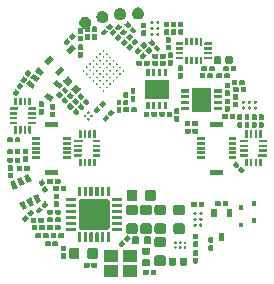
<source format=gts>
G04 #@! TF.GenerationSoftware,KiCad,Pcbnew,5.0.2-bee76a0~70~ubuntu18.04.1*
G04 #@! TF.CreationDate,2019-06-05T01:10:19+02:00*
G04 #@! TF.ProjectId,mainboard,6d61696e-626f-4617-9264-2e6b69636164,rev?*
G04 #@! TF.SameCoordinates,Original*
G04 #@! TF.FileFunction,Soldermask,Top*
G04 #@! TF.FilePolarity,Negative*
%FSLAX46Y46*%
G04 Gerber Fmt 4.6, Leading zero omitted, Abs format (unit mm)*
G04 Created by KiCad (PCBNEW 5.0.2-bee76a0~70~ubuntu18.04.1) date Mi 05 Jun 2019 01:10:19 CEST*
%MOMM*%
%LPD*%
G01*
G04 APERTURE LIST*
%ADD10C,0.100000*%
G04 APERTURE END LIST*
D10*
G36*
X233760Y-10871060D02*
X-986240Y-10871060D01*
X-986240Y-9851060D01*
X233760Y-9851060D01*
X233760Y-10871060D01*
X233760Y-10871060D01*
G37*
G36*
X-1366240Y-10871060D02*
X-2586240Y-10871060D01*
X-2586240Y-9851060D01*
X-1366240Y-9851060D01*
X-1366240Y-10871060D01*
X-1366240Y-10871060D01*
G37*
G36*
X1795558Y-10291774D02*
X1810523Y-10296314D01*
X1824312Y-10303684D01*
X1836398Y-10313602D01*
X1846316Y-10325688D01*
X1853686Y-10339477D01*
X1858226Y-10354442D01*
X1860000Y-10372454D01*
X1860000Y-10627546D01*
X1858226Y-10645558D01*
X1853686Y-10660523D01*
X1846316Y-10674312D01*
X1836398Y-10686398D01*
X1824312Y-10696316D01*
X1810523Y-10703686D01*
X1795558Y-10708226D01*
X1777546Y-10710000D01*
X1462454Y-10710000D01*
X1444442Y-10708226D01*
X1429477Y-10703686D01*
X1415688Y-10696316D01*
X1403602Y-10686398D01*
X1393684Y-10674312D01*
X1386314Y-10660523D01*
X1381774Y-10645558D01*
X1380000Y-10627546D01*
X1380000Y-10372454D01*
X1381774Y-10354442D01*
X1386314Y-10339477D01*
X1393684Y-10325688D01*
X1403602Y-10313602D01*
X1415688Y-10303684D01*
X1429477Y-10296314D01*
X1444442Y-10291774D01*
X1462454Y-10290000D01*
X1777546Y-10290000D01*
X1795558Y-10291774D01*
X1795558Y-10291774D01*
G37*
G36*
X1155558Y-10291774D02*
X1170523Y-10296314D01*
X1184312Y-10303684D01*
X1196398Y-10313602D01*
X1206316Y-10325688D01*
X1213686Y-10339477D01*
X1218226Y-10354442D01*
X1220000Y-10372454D01*
X1220000Y-10627546D01*
X1218226Y-10645558D01*
X1213686Y-10660523D01*
X1206316Y-10674312D01*
X1196398Y-10686398D01*
X1184312Y-10696316D01*
X1170523Y-10703686D01*
X1155558Y-10708226D01*
X1137546Y-10710000D01*
X822454Y-10710000D01*
X804442Y-10708226D01*
X789477Y-10703686D01*
X775688Y-10696316D01*
X763602Y-10686398D01*
X753684Y-10674312D01*
X746314Y-10660523D01*
X741774Y-10645558D01*
X740000Y-10627546D01*
X740000Y-10372454D01*
X741774Y-10354442D01*
X746314Y-10339477D01*
X753684Y-10325688D01*
X763602Y-10313602D01*
X775688Y-10303684D01*
X789477Y-10296314D01*
X804442Y-10291774D01*
X822454Y-10290000D01*
X1137546Y-10290000D01*
X1155558Y-10291774D01*
X1155558Y-10291774D01*
G37*
G36*
X-3204442Y-9691774D02*
X-3189477Y-9696314D01*
X-3175688Y-9703684D01*
X-3163602Y-9713602D01*
X-3153684Y-9725688D01*
X-3146314Y-9739477D01*
X-3141774Y-9754442D01*
X-3140000Y-9772454D01*
X-3140000Y-10027546D01*
X-3141774Y-10045558D01*
X-3146314Y-10060523D01*
X-3153684Y-10074312D01*
X-3163602Y-10086398D01*
X-3175688Y-10096316D01*
X-3189477Y-10103686D01*
X-3204442Y-10108226D01*
X-3222454Y-10110000D01*
X-3537546Y-10110000D01*
X-3555558Y-10108226D01*
X-3570523Y-10103686D01*
X-3584312Y-10096316D01*
X-3596398Y-10086398D01*
X-3606316Y-10074312D01*
X-3613686Y-10060523D01*
X-3618226Y-10045558D01*
X-3620000Y-10027546D01*
X-3620000Y-9772454D01*
X-3618226Y-9754442D01*
X-3613686Y-9739477D01*
X-3606316Y-9725688D01*
X-3596398Y-9713602D01*
X-3584312Y-9703684D01*
X-3570523Y-9696314D01*
X-3555558Y-9691774D01*
X-3537546Y-9690000D01*
X-3222454Y-9690000D01*
X-3204442Y-9691774D01*
X-3204442Y-9691774D01*
G37*
G36*
X-3844442Y-9691774D02*
X-3829477Y-9696314D01*
X-3815688Y-9703684D01*
X-3803602Y-9713602D01*
X-3793684Y-9725688D01*
X-3786314Y-9739477D01*
X-3781774Y-9754442D01*
X-3780000Y-9772454D01*
X-3780000Y-10027546D01*
X-3781774Y-10045558D01*
X-3786314Y-10060523D01*
X-3793684Y-10074312D01*
X-3803602Y-10086398D01*
X-3815688Y-10096316D01*
X-3829477Y-10103686D01*
X-3844442Y-10108226D01*
X-3862454Y-10110000D01*
X-4177546Y-10110000D01*
X-4195558Y-10108226D01*
X-4210523Y-10103686D01*
X-4224312Y-10096316D01*
X-4236398Y-10086398D01*
X-4246316Y-10074312D01*
X-4253686Y-10060523D01*
X-4258226Y-10045558D01*
X-4260000Y-10027546D01*
X-4260000Y-9772454D01*
X-4258226Y-9754442D01*
X-4253686Y-9739477D01*
X-4246316Y-9725688D01*
X-4236398Y-9713602D01*
X-4224312Y-9703684D01*
X-4210523Y-9696314D01*
X-4195558Y-9691774D01*
X-4177546Y-9690000D01*
X-3862454Y-9690000D01*
X-3844442Y-9691774D01*
X-3844442Y-9691774D01*
G37*
G36*
X1227327Y-9382687D02*
X1251199Y-9389928D01*
X1273199Y-9401687D01*
X1292484Y-9417516D01*
X1308313Y-9436801D01*
X1320072Y-9458801D01*
X1327313Y-9482673D01*
X1330000Y-9509954D01*
X1330000Y-9860046D01*
X1327313Y-9887327D01*
X1320072Y-9911199D01*
X1308313Y-9933199D01*
X1292484Y-9952484D01*
X1273199Y-9968313D01*
X1251199Y-9980072D01*
X1227327Y-9987313D01*
X1200046Y-9990000D01*
X799954Y-9990000D01*
X772673Y-9987313D01*
X748801Y-9980072D01*
X726801Y-9968313D01*
X707516Y-9952484D01*
X691687Y-9933199D01*
X679928Y-9911199D01*
X672687Y-9887327D01*
X670000Y-9860046D01*
X670000Y-9509954D01*
X672687Y-9482673D01*
X679928Y-9458801D01*
X691687Y-9436801D01*
X707516Y-9417516D01*
X726801Y-9401687D01*
X748801Y-9389928D01*
X772673Y-9382687D01*
X799954Y-9380000D01*
X1200046Y-9380000D01*
X1227327Y-9382687D01*
X1227327Y-9382687D01*
G37*
G36*
X2516777Y-9078956D02*
X2554016Y-9090252D01*
X2588335Y-9108597D01*
X2618417Y-9133283D01*
X2643103Y-9163365D01*
X2661448Y-9197684D01*
X2672744Y-9234923D01*
X2676800Y-9276104D01*
X2676800Y-9768696D01*
X2672744Y-9809877D01*
X2661448Y-9847116D01*
X2643103Y-9881435D01*
X2618417Y-9911517D01*
X2588335Y-9936203D01*
X2554016Y-9954548D01*
X2516777Y-9965844D01*
X2475596Y-9969900D01*
X1908004Y-9969900D01*
X1866823Y-9965844D01*
X1829584Y-9954548D01*
X1795265Y-9936203D01*
X1765183Y-9911517D01*
X1740497Y-9881435D01*
X1722152Y-9847116D01*
X1710856Y-9809877D01*
X1706800Y-9768696D01*
X1706800Y-9276104D01*
X1710856Y-9234923D01*
X1722152Y-9197684D01*
X1740497Y-9163365D01*
X1765183Y-9133283D01*
X1795265Y-9108597D01*
X1829584Y-9090252D01*
X1866823Y-9078956D01*
X1908004Y-9074900D01*
X2475596Y-9074900D01*
X2516777Y-9078956D01*
X2516777Y-9078956D01*
G37*
G36*
X3417327Y-9272687D02*
X3441199Y-9279928D01*
X3463199Y-9291687D01*
X3482484Y-9307516D01*
X3498313Y-9326801D01*
X3510072Y-9348801D01*
X3517313Y-9372673D01*
X3520000Y-9399954D01*
X3520000Y-9800046D01*
X3517313Y-9827327D01*
X3510072Y-9851199D01*
X3498313Y-9873199D01*
X3482484Y-9892484D01*
X3463199Y-9908313D01*
X3441199Y-9920072D01*
X3417327Y-9927313D01*
X3390046Y-9930000D01*
X3039954Y-9930000D01*
X3012673Y-9927313D01*
X2988801Y-9920072D01*
X2966801Y-9908313D01*
X2947516Y-9892484D01*
X2931687Y-9873199D01*
X2919928Y-9851199D01*
X2912687Y-9827327D01*
X2910000Y-9800046D01*
X2910000Y-9399954D01*
X2912687Y-9372673D01*
X2919928Y-9348801D01*
X2931687Y-9326801D01*
X2947516Y-9307516D01*
X2966801Y-9291687D01*
X2988801Y-9279928D01*
X3012673Y-9272687D01*
X3039954Y-9270000D01*
X3390046Y-9270000D01*
X3417327Y-9272687D01*
X3417327Y-9272687D01*
G37*
G36*
X4387327Y-9272687D02*
X4411199Y-9279928D01*
X4433199Y-9291687D01*
X4452484Y-9307516D01*
X4468313Y-9326801D01*
X4480072Y-9348801D01*
X4487313Y-9372673D01*
X4490000Y-9399954D01*
X4490000Y-9800046D01*
X4487313Y-9827327D01*
X4480072Y-9851199D01*
X4468313Y-9873199D01*
X4452484Y-9892484D01*
X4433199Y-9908313D01*
X4411199Y-9920072D01*
X4387327Y-9927313D01*
X4360046Y-9930000D01*
X4009954Y-9930000D01*
X3982673Y-9927313D01*
X3958801Y-9920072D01*
X3936801Y-9908313D01*
X3917516Y-9892484D01*
X3901687Y-9873199D01*
X3889928Y-9851199D01*
X3882687Y-9827327D01*
X3880000Y-9800046D01*
X3880000Y-9399954D01*
X3882687Y-9372673D01*
X3889928Y-9348801D01*
X3901687Y-9326801D01*
X3917516Y-9307516D01*
X3936801Y-9291687D01*
X3958801Y-9279928D01*
X3982673Y-9272687D01*
X4009954Y-9270000D01*
X4360046Y-9270000D01*
X4387327Y-9272687D01*
X4387327Y-9272687D01*
G37*
G36*
X5345558Y-9281774D02*
X5360523Y-9286314D01*
X5374312Y-9293684D01*
X5386398Y-9303602D01*
X5396316Y-9315688D01*
X5403686Y-9329477D01*
X5408226Y-9344442D01*
X5410000Y-9362454D01*
X5410000Y-9677546D01*
X5408226Y-9695558D01*
X5403686Y-9710523D01*
X5396316Y-9724312D01*
X5386398Y-9736398D01*
X5374312Y-9746316D01*
X5360523Y-9753686D01*
X5345558Y-9758226D01*
X5327546Y-9760000D01*
X5072454Y-9760000D01*
X5054442Y-9758226D01*
X5039477Y-9753686D01*
X5025688Y-9746316D01*
X5013602Y-9736398D01*
X5003684Y-9724312D01*
X4996314Y-9710523D01*
X4991774Y-9695558D01*
X4990000Y-9677546D01*
X4990000Y-9362454D01*
X4991774Y-9344442D01*
X4996314Y-9329477D01*
X5003684Y-9315688D01*
X5013602Y-9303602D01*
X5025688Y-9293684D01*
X5039477Y-9286314D01*
X5054442Y-9281774D01*
X5072454Y-9280000D01*
X5327546Y-9280000D01*
X5345558Y-9281774D01*
X5345558Y-9281774D01*
G37*
G36*
X-1366240Y-9671060D02*
X-2586240Y-9671060D01*
X-2586240Y-8651060D01*
X-1366240Y-8651060D01*
X-1366240Y-9671060D01*
X-1366240Y-9671060D01*
G37*
G36*
X233760Y-9671060D02*
X-986240Y-9671060D01*
X-986240Y-8651060D01*
X233760Y-8651060D01*
X233760Y-9671060D01*
X233760Y-9671060D01*
G37*
G36*
X-3225023Y-8419056D02*
X-3187784Y-8430352D01*
X-3153465Y-8448697D01*
X-3123383Y-8473383D01*
X-3098697Y-8503465D01*
X-3080352Y-8537784D01*
X-3069056Y-8575023D01*
X-3065000Y-8616204D01*
X-3065000Y-9183796D01*
X-3069056Y-9224977D01*
X-3080352Y-9262216D01*
X-3098697Y-9296535D01*
X-3123383Y-9326617D01*
X-3153465Y-9351303D01*
X-3187784Y-9369648D01*
X-3225023Y-9380944D01*
X-3266204Y-9385000D01*
X-3758796Y-9385000D01*
X-3799977Y-9380944D01*
X-3837216Y-9369648D01*
X-3871535Y-9351303D01*
X-3901617Y-9326617D01*
X-3926303Y-9296535D01*
X-3944648Y-9262216D01*
X-3955944Y-9224977D01*
X-3960000Y-9183796D01*
X-3960000Y-8616204D01*
X-3955944Y-8575023D01*
X-3944648Y-8537784D01*
X-3926303Y-8503465D01*
X-3901617Y-8473383D01*
X-3871535Y-8448697D01*
X-3837216Y-8430352D01*
X-3799977Y-8419056D01*
X-3758796Y-8415000D01*
X-3266204Y-8415000D01*
X-3225023Y-8419056D01*
X-3225023Y-8419056D01*
G37*
G36*
X-4800023Y-8419056D02*
X-4762784Y-8430352D01*
X-4728465Y-8448697D01*
X-4698383Y-8473383D01*
X-4673697Y-8503465D01*
X-4655352Y-8537784D01*
X-4644056Y-8575023D01*
X-4640000Y-8616204D01*
X-4640000Y-9183796D01*
X-4644056Y-9224977D01*
X-4655352Y-9262216D01*
X-4673697Y-9296535D01*
X-4698383Y-9326617D01*
X-4728465Y-9351303D01*
X-4762784Y-9369648D01*
X-4800023Y-9380944D01*
X-4841204Y-9385000D01*
X-5333796Y-9385000D01*
X-5374977Y-9380944D01*
X-5412216Y-9369648D01*
X-5446535Y-9351303D01*
X-5476617Y-9326617D01*
X-5501303Y-9296535D01*
X-5519648Y-9262216D01*
X-5530944Y-9224977D01*
X-5535000Y-9183796D01*
X-5535000Y-8616204D01*
X-5530944Y-8575023D01*
X-5519648Y-8537784D01*
X-5501303Y-8503465D01*
X-5476617Y-8473383D01*
X-5446535Y-8448697D01*
X-5412216Y-8430352D01*
X-5374977Y-8419056D01*
X-5333796Y-8415000D01*
X-4841204Y-8415000D01*
X-4800023Y-8419056D01*
X-4800023Y-8419056D01*
G37*
G36*
X-5854442Y-8881774D02*
X-5839477Y-8886314D01*
X-5825688Y-8893684D01*
X-5813602Y-8903602D01*
X-5803684Y-8915688D01*
X-5796314Y-8929477D01*
X-5791774Y-8944442D01*
X-5790000Y-8962454D01*
X-5790000Y-9277546D01*
X-5791774Y-9295558D01*
X-5796314Y-9310523D01*
X-5803684Y-9324312D01*
X-5813602Y-9336398D01*
X-5825688Y-9346316D01*
X-5839477Y-9353686D01*
X-5854442Y-9358226D01*
X-5872454Y-9360000D01*
X-6127546Y-9360000D01*
X-6145558Y-9358226D01*
X-6160523Y-9353686D01*
X-6174312Y-9346316D01*
X-6186398Y-9336398D01*
X-6196316Y-9324312D01*
X-6203686Y-9310523D01*
X-6208226Y-9295558D01*
X-6210000Y-9277546D01*
X-6210000Y-8962454D01*
X-6208226Y-8944442D01*
X-6203686Y-8929477D01*
X-6196316Y-8915688D01*
X-6186398Y-8903602D01*
X-6174312Y-8893684D01*
X-6160523Y-8886314D01*
X-6145558Y-8881774D01*
X-6127546Y-8880000D01*
X-5872454Y-8880000D01*
X-5854442Y-8881774D01*
X-5854442Y-8881774D01*
G37*
G36*
X5345558Y-8641774D02*
X5360523Y-8646314D01*
X5374312Y-8653684D01*
X5386398Y-8663602D01*
X5396316Y-8675688D01*
X5403686Y-8689477D01*
X5408226Y-8704442D01*
X5410000Y-8722454D01*
X5410000Y-9037546D01*
X5408226Y-9055558D01*
X5403686Y-9070523D01*
X5396316Y-9084312D01*
X5386398Y-9096398D01*
X5374312Y-9106316D01*
X5360523Y-9113686D01*
X5345558Y-9118226D01*
X5327546Y-9120000D01*
X5072454Y-9120000D01*
X5054442Y-9118226D01*
X5039477Y-9113686D01*
X5025688Y-9106316D01*
X5013602Y-9096398D01*
X5003684Y-9084312D01*
X4996314Y-9070523D01*
X4991774Y-9055558D01*
X4990000Y-9037546D01*
X4990000Y-8722454D01*
X4991774Y-8704442D01*
X4996314Y-8689477D01*
X5003684Y-8675688D01*
X5013602Y-8663602D01*
X5025688Y-8653684D01*
X5039477Y-8646314D01*
X5054442Y-8641774D01*
X5072454Y-8640000D01*
X5327546Y-8640000D01*
X5345558Y-8641774D01*
X5345558Y-8641774D01*
G37*
G36*
X1227327Y-8412687D02*
X1251199Y-8419928D01*
X1273199Y-8431687D01*
X1292484Y-8447516D01*
X1308313Y-8466801D01*
X1320072Y-8488801D01*
X1327313Y-8512673D01*
X1330000Y-8539954D01*
X1330000Y-8890046D01*
X1327313Y-8917327D01*
X1320072Y-8941199D01*
X1308313Y-8963199D01*
X1292484Y-8982484D01*
X1273199Y-8998313D01*
X1251199Y-9010072D01*
X1227327Y-9017313D01*
X1200046Y-9020000D01*
X799954Y-9020000D01*
X772673Y-9017313D01*
X748801Y-9010072D01*
X726801Y-8998313D01*
X707516Y-8982484D01*
X691687Y-8963199D01*
X679928Y-8941199D01*
X672687Y-8917327D01*
X670000Y-8890046D01*
X670000Y-8539954D01*
X672687Y-8512673D01*
X679928Y-8488801D01*
X691687Y-8466801D01*
X707516Y-8447516D01*
X726801Y-8431687D01*
X748801Y-8419928D01*
X772673Y-8412687D01*
X799954Y-8410000D01*
X1200046Y-8410000D01*
X1227327Y-8412687D01*
X1227327Y-8412687D01*
G37*
G36*
X-5854442Y-8241774D02*
X-5839477Y-8246314D01*
X-5825688Y-8253684D01*
X-5813602Y-8263602D01*
X-5803684Y-8275688D01*
X-5796314Y-8289477D01*
X-5791774Y-8304442D01*
X-5790000Y-8322454D01*
X-5790000Y-8637546D01*
X-5791774Y-8655558D01*
X-5796314Y-8670523D01*
X-5803684Y-8684312D01*
X-5813602Y-8696398D01*
X-5825688Y-8706316D01*
X-5839477Y-8713686D01*
X-5854442Y-8718226D01*
X-5872454Y-8720000D01*
X-6127546Y-8720000D01*
X-6145558Y-8718226D01*
X-6160523Y-8713686D01*
X-6174312Y-8706316D01*
X-6186398Y-8696398D01*
X-6196316Y-8684312D01*
X-6203686Y-8670523D01*
X-6208226Y-8655558D01*
X-6210000Y-8637546D01*
X-6210000Y-8322454D01*
X-6208226Y-8304442D01*
X-6203686Y-8289477D01*
X-6196316Y-8275688D01*
X-6186398Y-8263602D01*
X-6174312Y-8253684D01*
X-6160523Y-8246314D01*
X-6145558Y-8241774D01*
X-6127546Y-8240000D01*
X-5872454Y-8240000D01*
X-5854442Y-8241774D01*
X-5854442Y-8241774D01*
G37*
G36*
X6645558Y-8181774D02*
X6660523Y-8186314D01*
X6674312Y-8193684D01*
X6686398Y-8203602D01*
X6696316Y-8215688D01*
X6703686Y-8229477D01*
X6708226Y-8244442D01*
X6710000Y-8262454D01*
X6710000Y-8577546D01*
X6708226Y-8595558D01*
X6703686Y-8610523D01*
X6696316Y-8624312D01*
X6686398Y-8636398D01*
X6674312Y-8646316D01*
X6660523Y-8653686D01*
X6645558Y-8658226D01*
X6627546Y-8660000D01*
X6372454Y-8660000D01*
X6354442Y-8658226D01*
X6339477Y-8653686D01*
X6325688Y-8646316D01*
X6313602Y-8636398D01*
X6303684Y-8624312D01*
X6296314Y-8610523D01*
X6291774Y-8595558D01*
X6290000Y-8577546D01*
X6290000Y-8262454D01*
X6291774Y-8244442D01*
X6296314Y-8229477D01*
X6303684Y-8215688D01*
X6313602Y-8203602D01*
X6325688Y-8193684D01*
X6339477Y-8186314D01*
X6354442Y-8181774D01*
X6372454Y-8180000D01*
X6627546Y-8180000D01*
X6645558Y-8181774D01*
X6645558Y-8181774D01*
G37*
G36*
X4321460Y-8292113D02*
X4332086Y-8294227D01*
X4352104Y-8302519D01*
X4364082Y-8310523D01*
X4370124Y-8314560D01*
X4385440Y-8329876D01*
X4385442Y-8329879D01*
X4397481Y-8347896D01*
X4405773Y-8367914D01*
X4405773Y-8367915D01*
X4410000Y-8389165D01*
X4410000Y-8410835D01*
X4408365Y-8419056D01*
X4405773Y-8432086D01*
X4397481Y-8452104D01*
X4387660Y-8466801D01*
X4385440Y-8470124D01*
X4370124Y-8485440D01*
X4370121Y-8485442D01*
X4352104Y-8497481D01*
X4332086Y-8505773D01*
X4321460Y-8507886D01*
X4310835Y-8510000D01*
X4289165Y-8510000D01*
X4278540Y-8507886D01*
X4267914Y-8505773D01*
X4247896Y-8497481D01*
X4229879Y-8485442D01*
X4229876Y-8485440D01*
X4214560Y-8470124D01*
X4212340Y-8466801D01*
X4202519Y-8452104D01*
X4194227Y-8432086D01*
X4191635Y-8419056D01*
X4190000Y-8410835D01*
X4190000Y-8389165D01*
X4194227Y-8367915D01*
X4194227Y-8367914D01*
X4202519Y-8347896D01*
X4214558Y-8329879D01*
X4214560Y-8329876D01*
X4229876Y-8314560D01*
X4235918Y-8310523D01*
X4247896Y-8302519D01*
X4267914Y-8294227D01*
X4278540Y-8292113D01*
X4289165Y-8290000D01*
X4310835Y-8290000D01*
X4321460Y-8292113D01*
X4321460Y-8292113D01*
G37*
G36*
X3921460Y-8292113D02*
X3932086Y-8294227D01*
X3952104Y-8302519D01*
X3964082Y-8310523D01*
X3970124Y-8314560D01*
X3985440Y-8329876D01*
X3985442Y-8329879D01*
X3997481Y-8347896D01*
X4005773Y-8367914D01*
X4005773Y-8367915D01*
X4010000Y-8389165D01*
X4010000Y-8410835D01*
X4008365Y-8419056D01*
X4005773Y-8432086D01*
X3997481Y-8452104D01*
X3987660Y-8466801D01*
X3985440Y-8470124D01*
X3970124Y-8485440D01*
X3970121Y-8485442D01*
X3952104Y-8497481D01*
X3932086Y-8505773D01*
X3921460Y-8507886D01*
X3910835Y-8510000D01*
X3889165Y-8510000D01*
X3878540Y-8507886D01*
X3867914Y-8505773D01*
X3847896Y-8497481D01*
X3829879Y-8485442D01*
X3829876Y-8485440D01*
X3814560Y-8470124D01*
X3812340Y-8466801D01*
X3802519Y-8452104D01*
X3794227Y-8432086D01*
X3791635Y-8419056D01*
X3790000Y-8410835D01*
X3790000Y-8389165D01*
X3794227Y-8367915D01*
X3794227Y-8367914D01*
X3802519Y-8347896D01*
X3814558Y-8329879D01*
X3814560Y-8329876D01*
X3829876Y-8314560D01*
X3835918Y-8310523D01*
X3847896Y-8302519D01*
X3867914Y-8294227D01*
X3878540Y-8292113D01*
X3889165Y-8290000D01*
X3910835Y-8290000D01*
X3921460Y-8292113D01*
X3921460Y-8292113D01*
G37*
G36*
X3521460Y-8292113D02*
X3532086Y-8294227D01*
X3552104Y-8302519D01*
X3564082Y-8310523D01*
X3570124Y-8314560D01*
X3585440Y-8329876D01*
X3585442Y-8329879D01*
X3597481Y-8347896D01*
X3605773Y-8367914D01*
X3605773Y-8367915D01*
X3610000Y-8389165D01*
X3610000Y-8410835D01*
X3608365Y-8419056D01*
X3605773Y-8432086D01*
X3597481Y-8452104D01*
X3587660Y-8466801D01*
X3585440Y-8470124D01*
X3570124Y-8485440D01*
X3570121Y-8485442D01*
X3552104Y-8497481D01*
X3532086Y-8505773D01*
X3521460Y-8507886D01*
X3510835Y-8510000D01*
X3489165Y-8510000D01*
X3478540Y-8507886D01*
X3467914Y-8505773D01*
X3447896Y-8497481D01*
X3429879Y-8485442D01*
X3429876Y-8485440D01*
X3414560Y-8470124D01*
X3412340Y-8466801D01*
X3402519Y-8452104D01*
X3394227Y-8432086D01*
X3391635Y-8419056D01*
X3390000Y-8410835D01*
X3390000Y-8389165D01*
X3394227Y-8367915D01*
X3394227Y-8367914D01*
X3402519Y-8347896D01*
X3414558Y-8329879D01*
X3414560Y-8329876D01*
X3429876Y-8314560D01*
X3435918Y-8310523D01*
X3447896Y-8302519D01*
X3467914Y-8294227D01*
X3478540Y-8292113D01*
X3489165Y-8290000D01*
X3510835Y-8290000D01*
X3521460Y-8292113D01*
X3521460Y-8292113D01*
G37*
G36*
X2516777Y-7503956D02*
X2554016Y-7515252D01*
X2588335Y-7533597D01*
X2618417Y-7558283D01*
X2643103Y-7588365D01*
X2661448Y-7622684D01*
X2672744Y-7659923D01*
X2676800Y-7701104D01*
X2676800Y-8193696D01*
X2672744Y-8234877D01*
X2661448Y-8272116D01*
X2643103Y-8306435D01*
X2618417Y-8336517D01*
X2588335Y-8361203D01*
X2554016Y-8379548D01*
X2516777Y-8390844D01*
X2475596Y-8394900D01*
X1908004Y-8394900D01*
X1866823Y-8390844D01*
X1829584Y-8379548D01*
X1795265Y-8361203D01*
X1765183Y-8336517D01*
X1740497Y-8306435D01*
X1722152Y-8272116D01*
X1710856Y-8234877D01*
X1706800Y-8193696D01*
X1706800Y-7701104D01*
X1710856Y-7659923D01*
X1722152Y-7622684D01*
X1740497Y-7588365D01*
X1765183Y-7558283D01*
X1795265Y-7533597D01*
X1829584Y-7515252D01*
X1866823Y-7503956D01*
X1908004Y-7499900D01*
X2475596Y-7499900D01*
X2516777Y-7503956D01*
X2516777Y-7503956D01*
G37*
G36*
X-1005063Y-7799047D02*
X-990098Y-7803587D01*
X-976309Y-7810957D01*
X-962312Y-7822444D01*
X-781944Y-8002812D01*
X-770457Y-8016809D01*
X-763087Y-8030598D01*
X-758547Y-8045563D01*
X-757015Y-8061121D01*
X-758547Y-8076679D01*
X-763087Y-8091644D01*
X-770457Y-8105433D01*
X-781944Y-8119430D01*
X-1004738Y-8342224D01*
X-1018735Y-8353711D01*
X-1032524Y-8361081D01*
X-1047489Y-8365621D01*
X-1063047Y-8367153D01*
X-1078605Y-8365621D01*
X-1093570Y-8361081D01*
X-1107359Y-8353711D01*
X-1121356Y-8342224D01*
X-1301724Y-8161856D01*
X-1313211Y-8147859D01*
X-1320581Y-8134070D01*
X-1325121Y-8119105D01*
X-1326653Y-8103547D01*
X-1325121Y-8087989D01*
X-1320581Y-8073024D01*
X-1313211Y-8059235D01*
X-1301724Y-8045238D01*
X-1078930Y-7822444D01*
X-1064933Y-7810957D01*
X-1051144Y-7803587D01*
X-1036179Y-7799047D01*
X-1020621Y-7797515D01*
X-1005063Y-7799047D01*
X-1005063Y-7799047D01*
G37*
G36*
X5345558Y-7881774D02*
X5360523Y-7886314D01*
X5374312Y-7893684D01*
X5386398Y-7903602D01*
X5396316Y-7915688D01*
X5403686Y-7929477D01*
X5408226Y-7944442D01*
X5410000Y-7962454D01*
X5410000Y-8277546D01*
X5408226Y-8295558D01*
X5403686Y-8310523D01*
X5396316Y-8324312D01*
X5386398Y-8336398D01*
X5374312Y-8346316D01*
X5360523Y-8353686D01*
X5345558Y-8358226D01*
X5327546Y-8360000D01*
X5072454Y-8360000D01*
X5054442Y-8358226D01*
X5039477Y-8353686D01*
X5025688Y-8346316D01*
X5013602Y-8336398D01*
X5003684Y-8324312D01*
X4996314Y-8310523D01*
X4991774Y-8295558D01*
X4990000Y-8277546D01*
X4990000Y-7962454D01*
X4991774Y-7944442D01*
X4996314Y-7929477D01*
X5003684Y-7915688D01*
X5013602Y-7903602D01*
X5025688Y-7893684D01*
X5039477Y-7886314D01*
X5054442Y-7881774D01*
X5072454Y-7880000D01*
X5327546Y-7880000D01*
X5345558Y-7881774D01*
X5345558Y-7881774D01*
G37*
G36*
X-7144442Y-7891774D02*
X-7129477Y-7896314D01*
X-7115688Y-7903684D01*
X-7103602Y-7913602D01*
X-7093684Y-7925688D01*
X-7086314Y-7939477D01*
X-7081774Y-7954442D01*
X-7080000Y-7972454D01*
X-7080000Y-8227546D01*
X-7081774Y-8245558D01*
X-7086314Y-8260523D01*
X-7093684Y-8274312D01*
X-7103602Y-8286398D01*
X-7115688Y-8296316D01*
X-7129477Y-8303686D01*
X-7144442Y-8308226D01*
X-7162454Y-8310000D01*
X-7477546Y-8310000D01*
X-7495558Y-8308226D01*
X-7510523Y-8303686D01*
X-7524312Y-8296316D01*
X-7536398Y-8286398D01*
X-7546316Y-8274312D01*
X-7553686Y-8260523D01*
X-7558226Y-8245558D01*
X-7560000Y-8227546D01*
X-7560000Y-7972454D01*
X-7558226Y-7954442D01*
X-7553686Y-7939477D01*
X-7546316Y-7925688D01*
X-7536398Y-7913602D01*
X-7524312Y-7903684D01*
X-7510523Y-7896314D01*
X-7495558Y-7891774D01*
X-7477546Y-7890000D01*
X-7162454Y-7890000D01*
X-7144442Y-7891774D01*
X-7144442Y-7891774D01*
G37*
G36*
X-6504442Y-7891774D02*
X-6489477Y-7896314D01*
X-6475688Y-7903684D01*
X-6463602Y-7913602D01*
X-6453684Y-7925688D01*
X-6446314Y-7939477D01*
X-6441774Y-7954442D01*
X-6440000Y-7972454D01*
X-6440000Y-8227546D01*
X-6441774Y-8245558D01*
X-6446314Y-8260523D01*
X-6453684Y-8274312D01*
X-6463602Y-8286398D01*
X-6475688Y-8296316D01*
X-6489477Y-8303686D01*
X-6504442Y-8308226D01*
X-6522454Y-8310000D01*
X-6837546Y-8310000D01*
X-6855558Y-8308226D01*
X-6870523Y-8303686D01*
X-6884312Y-8296316D01*
X-6896398Y-8286398D01*
X-6906316Y-8274312D01*
X-6913686Y-8260523D01*
X-6918226Y-8245558D01*
X-6920000Y-8227546D01*
X-6920000Y-7972454D01*
X-6918226Y-7954442D01*
X-6913686Y-7939477D01*
X-6906316Y-7925688D01*
X-6896398Y-7913602D01*
X-6884312Y-7903684D01*
X-6870523Y-7896314D01*
X-6855558Y-7891774D01*
X-6837546Y-7890000D01*
X-6522454Y-7890000D01*
X-6504442Y-7891774D01*
X-6504442Y-7891774D01*
G37*
G36*
X341947Y-7470327D02*
X365819Y-7477568D01*
X387819Y-7489327D01*
X407104Y-7505156D01*
X422933Y-7524441D01*
X434692Y-7546441D01*
X441933Y-7570313D01*
X444620Y-7597594D01*
X444620Y-7997686D01*
X441933Y-8024967D01*
X434692Y-8048839D01*
X422933Y-8070839D01*
X407104Y-8090124D01*
X387819Y-8105953D01*
X365819Y-8117712D01*
X341947Y-8124953D01*
X314666Y-8127640D01*
X-35426Y-8127640D01*
X-62707Y-8124953D01*
X-86579Y-8117712D01*
X-108579Y-8105953D01*
X-127864Y-8090124D01*
X-143693Y-8070839D01*
X-155452Y-8048839D01*
X-162693Y-8024967D01*
X-165380Y-7997686D01*
X-165380Y-7597594D01*
X-162693Y-7570313D01*
X-155452Y-7546441D01*
X-143693Y-7524441D01*
X-127864Y-7505156D01*
X-108579Y-7489327D01*
X-86579Y-7477568D01*
X-62707Y-7470327D01*
X-35426Y-7467640D01*
X314666Y-7467640D01*
X341947Y-7470327D01*
X341947Y-7470327D01*
G37*
G36*
X1311947Y-7470327D02*
X1335819Y-7477568D01*
X1357819Y-7489327D01*
X1377104Y-7505156D01*
X1392933Y-7524441D01*
X1404692Y-7546441D01*
X1411933Y-7570313D01*
X1414620Y-7597594D01*
X1414620Y-7997686D01*
X1411933Y-8024967D01*
X1404692Y-8048839D01*
X1392933Y-8070839D01*
X1377104Y-8090124D01*
X1357819Y-8105953D01*
X1335819Y-8117712D01*
X1311947Y-8124953D01*
X1284666Y-8127640D01*
X934574Y-8127640D01*
X907293Y-8124953D01*
X883421Y-8117712D01*
X861421Y-8105953D01*
X842136Y-8090124D01*
X826307Y-8070839D01*
X814548Y-8048839D01*
X807307Y-8024967D01*
X804620Y-7997686D01*
X804620Y-7597594D01*
X807307Y-7570313D01*
X814548Y-7546441D01*
X826307Y-7524441D01*
X842136Y-7505156D01*
X861421Y-7489327D01*
X883421Y-7477568D01*
X907293Y-7470327D01*
X934574Y-7467640D01*
X1284666Y-7467640D01*
X1311947Y-7470327D01*
X1311947Y-7470327D01*
G37*
G36*
X4319753Y-7891774D02*
X4332086Y-7894227D01*
X4352104Y-7902519D01*
X4361104Y-7908533D01*
X4370124Y-7914560D01*
X4385440Y-7929876D01*
X4385442Y-7929879D01*
X4397481Y-7947896D01*
X4403511Y-7962454D01*
X4405773Y-7967915D01*
X4409172Y-7985000D01*
X4410000Y-7989166D01*
X4410000Y-8010834D01*
X4405773Y-8032086D01*
X4397481Y-8052104D01*
X4389956Y-8063365D01*
X4385440Y-8070124D01*
X4370124Y-8085440D01*
X4370121Y-8085442D01*
X4352104Y-8097481D01*
X4332086Y-8105773D01*
X4321460Y-8107886D01*
X4310835Y-8110000D01*
X4289165Y-8110000D01*
X4278540Y-8107886D01*
X4267914Y-8105773D01*
X4247896Y-8097481D01*
X4229879Y-8085442D01*
X4229876Y-8085440D01*
X4214560Y-8070124D01*
X4210044Y-8063365D01*
X4202519Y-8052104D01*
X4194227Y-8032086D01*
X4190000Y-8010834D01*
X4190000Y-7989166D01*
X4190829Y-7985000D01*
X4194227Y-7967915D01*
X4196489Y-7962454D01*
X4202519Y-7947896D01*
X4214558Y-7929879D01*
X4214560Y-7929876D01*
X4229876Y-7914560D01*
X4238896Y-7908533D01*
X4247896Y-7902519D01*
X4267914Y-7894227D01*
X4280247Y-7891774D01*
X4289165Y-7890000D01*
X4310835Y-7890000D01*
X4319753Y-7891774D01*
X4319753Y-7891774D01*
G37*
G36*
X3919753Y-7891774D02*
X3932086Y-7894227D01*
X3952104Y-7902519D01*
X3961104Y-7908533D01*
X3970124Y-7914560D01*
X3985440Y-7929876D01*
X3985442Y-7929879D01*
X3997481Y-7947896D01*
X4003511Y-7962454D01*
X4005773Y-7967915D01*
X4009172Y-7985000D01*
X4010000Y-7989166D01*
X4010000Y-8010834D01*
X4005773Y-8032086D01*
X3997481Y-8052104D01*
X3989956Y-8063365D01*
X3985440Y-8070124D01*
X3970124Y-8085440D01*
X3970121Y-8085442D01*
X3952104Y-8097481D01*
X3932086Y-8105773D01*
X3921460Y-8107886D01*
X3910835Y-8110000D01*
X3889165Y-8110000D01*
X3878540Y-8107886D01*
X3867914Y-8105773D01*
X3847896Y-8097481D01*
X3829879Y-8085442D01*
X3829876Y-8085440D01*
X3814560Y-8070124D01*
X3810044Y-8063365D01*
X3802519Y-8052104D01*
X3794227Y-8032086D01*
X3790000Y-8010834D01*
X3790000Y-7989166D01*
X3790829Y-7985000D01*
X3794227Y-7967915D01*
X3796489Y-7962454D01*
X3802519Y-7947896D01*
X3814558Y-7929879D01*
X3814560Y-7929876D01*
X3829876Y-7914560D01*
X3838896Y-7908533D01*
X3847896Y-7902519D01*
X3867914Y-7894227D01*
X3880247Y-7891774D01*
X3889165Y-7890000D01*
X3910835Y-7890000D01*
X3919753Y-7891774D01*
X3919753Y-7891774D01*
G37*
G36*
X3519753Y-7891774D02*
X3532086Y-7894227D01*
X3552104Y-7902519D01*
X3561104Y-7908533D01*
X3570124Y-7914560D01*
X3585440Y-7929876D01*
X3585442Y-7929879D01*
X3597481Y-7947896D01*
X3603511Y-7962454D01*
X3605773Y-7967915D01*
X3609172Y-7985000D01*
X3610000Y-7989166D01*
X3610000Y-8010834D01*
X3605773Y-8032086D01*
X3597481Y-8052104D01*
X3589956Y-8063365D01*
X3585440Y-8070124D01*
X3570124Y-8085440D01*
X3570121Y-8085442D01*
X3552104Y-8097481D01*
X3532086Y-8105773D01*
X3521460Y-8107886D01*
X3510835Y-8110000D01*
X3489165Y-8110000D01*
X3478540Y-8107886D01*
X3467914Y-8105773D01*
X3447896Y-8097481D01*
X3429879Y-8085442D01*
X3429876Y-8085440D01*
X3414560Y-8070124D01*
X3410044Y-8063365D01*
X3402519Y-8052104D01*
X3394227Y-8032086D01*
X3390000Y-8010834D01*
X3390000Y-7989166D01*
X3390829Y-7985000D01*
X3394227Y-7967915D01*
X3396489Y-7962454D01*
X3402519Y-7947896D01*
X3414558Y-7929879D01*
X3414560Y-7929876D01*
X3429876Y-7914560D01*
X3438896Y-7908533D01*
X3447896Y-7902519D01*
X3467914Y-7894227D01*
X3480247Y-7891774D01*
X3489165Y-7890000D01*
X3510835Y-7890000D01*
X3519753Y-7891774D01*
X3519753Y-7891774D01*
G37*
G36*
X6645558Y-7541774D02*
X6660523Y-7546314D01*
X6674312Y-7553684D01*
X6686398Y-7563602D01*
X6696316Y-7575688D01*
X6703686Y-7589477D01*
X6708226Y-7604442D01*
X6710000Y-7622454D01*
X6710000Y-7937546D01*
X6708226Y-7955558D01*
X6703686Y-7970523D01*
X6696316Y-7984312D01*
X6686398Y-7996398D01*
X6674312Y-8006316D01*
X6660523Y-8013686D01*
X6645558Y-8018226D01*
X6627546Y-8020000D01*
X6372454Y-8020000D01*
X6354442Y-8018226D01*
X6339477Y-8013686D01*
X6325688Y-8006316D01*
X6313602Y-7996398D01*
X6303684Y-7984312D01*
X6296314Y-7970523D01*
X6291774Y-7955558D01*
X6290000Y-7937546D01*
X6290000Y-7622454D01*
X6291774Y-7604442D01*
X6296314Y-7589477D01*
X6303684Y-7575688D01*
X6313602Y-7563602D01*
X6325688Y-7553684D01*
X6339477Y-7546314D01*
X6354442Y-7541774D01*
X6372454Y-7540000D01*
X6627546Y-7540000D01*
X6645558Y-7541774D01*
X6645558Y-7541774D01*
G37*
G36*
X-3549258Y-7116053D02*
X-3541328Y-7118459D01*
X-3534025Y-7122362D01*
X-3527620Y-7127620D01*
X-3522362Y-7134025D01*
X-3518459Y-7141328D01*
X-3516053Y-7149258D01*
X-3515000Y-7159953D01*
X-3515000Y-7915047D01*
X-3516053Y-7925742D01*
X-3518459Y-7933672D01*
X-3522362Y-7940975D01*
X-3527620Y-7947380D01*
X-3534025Y-7952638D01*
X-3541328Y-7956541D01*
X-3549258Y-7958947D01*
X-3559953Y-7960000D01*
X-3740047Y-7960000D01*
X-3750742Y-7958947D01*
X-3758672Y-7956541D01*
X-3765975Y-7952638D01*
X-3772380Y-7947380D01*
X-3777638Y-7940975D01*
X-3781541Y-7933672D01*
X-3783947Y-7925742D01*
X-3785000Y-7915047D01*
X-3785000Y-7159953D01*
X-3783947Y-7149258D01*
X-3781541Y-7141328D01*
X-3777638Y-7134025D01*
X-3772380Y-7127620D01*
X-3765975Y-7122362D01*
X-3758672Y-7118459D01*
X-3750742Y-7116053D01*
X-3740047Y-7115000D01*
X-3559953Y-7115000D01*
X-3549258Y-7116053D01*
X-3549258Y-7116053D01*
G37*
G36*
X-2049258Y-7116053D02*
X-2041328Y-7118459D01*
X-2034025Y-7122362D01*
X-2027620Y-7127620D01*
X-2022362Y-7134025D01*
X-2018459Y-7141328D01*
X-2016053Y-7149258D01*
X-2015000Y-7159953D01*
X-2015000Y-7915047D01*
X-2016053Y-7925742D01*
X-2018459Y-7933672D01*
X-2022362Y-7940975D01*
X-2027620Y-7947380D01*
X-2034025Y-7952638D01*
X-2041328Y-7956541D01*
X-2049258Y-7958947D01*
X-2059953Y-7960000D01*
X-2240047Y-7960000D01*
X-2250742Y-7958947D01*
X-2258672Y-7956541D01*
X-2265975Y-7952638D01*
X-2272380Y-7947380D01*
X-2277638Y-7940975D01*
X-2281541Y-7933672D01*
X-2283947Y-7925742D01*
X-2285000Y-7915047D01*
X-2285000Y-7159953D01*
X-2283947Y-7149258D01*
X-2281541Y-7141328D01*
X-2277638Y-7134025D01*
X-2272380Y-7127620D01*
X-2265975Y-7122362D01*
X-2258672Y-7118459D01*
X-2250742Y-7116053D01*
X-2240047Y-7115000D01*
X-2059953Y-7115000D01*
X-2049258Y-7116053D01*
X-2049258Y-7116053D01*
G37*
G36*
X-2549258Y-7116053D02*
X-2541328Y-7118459D01*
X-2534025Y-7122362D01*
X-2527620Y-7127620D01*
X-2522362Y-7134025D01*
X-2518459Y-7141328D01*
X-2516053Y-7149258D01*
X-2515000Y-7159953D01*
X-2515000Y-7915047D01*
X-2516053Y-7925742D01*
X-2518459Y-7933672D01*
X-2522362Y-7940975D01*
X-2527620Y-7947380D01*
X-2534025Y-7952638D01*
X-2541328Y-7956541D01*
X-2549258Y-7958947D01*
X-2559953Y-7960000D01*
X-2740047Y-7960000D01*
X-2750742Y-7958947D01*
X-2758672Y-7956541D01*
X-2765975Y-7952638D01*
X-2772380Y-7947380D01*
X-2777638Y-7940975D01*
X-2781541Y-7933672D01*
X-2783947Y-7925742D01*
X-2785000Y-7915047D01*
X-2785000Y-7159953D01*
X-2783947Y-7149258D01*
X-2781541Y-7141328D01*
X-2777638Y-7134025D01*
X-2772380Y-7127620D01*
X-2765975Y-7122362D01*
X-2758672Y-7118459D01*
X-2750742Y-7116053D01*
X-2740047Y-7115000D01*
X-2559953Y-7115000D01*
X-2549258Y-7116053D01*
X-2549258Y-7116053D01*
G37*
G36*
X-3049258Y-7116053D02*
X-3041328Y-7118459D01*
X-3034025Y-7122362D01*
X-3027620Y-7127620D01*
X-3022362Y-7134025D01*
X-3018459Y-7141328D01*
X-3016053Y-7149258D01*
X-3015000Y-7159953D01*
X-3015000Y-7915047D01*
X-3016053Y-7925742D01*
X-3018459Y-7933672D01*
X-3022362Y-7940975D01*
X-3027620Y-7947380D01*
X-3034025Y-7952638D01*
X-3041328Y-7956541D01*
X-3049258Y-7958947D01*
X-3059953Y-7960000D01*
X-3240047Y-7960000D01*
X-3250742Y-7958947D01*
X-3258672Y-7956541D01*
X-3265975Y-7952638D01*
X-3272380Y-7947380D01*
X-3277638Y-7940975D01*
X-3281541Y-7933672D01*
X-3283947Y-7925742D01*
X-3285000Y-7915047D01*
X-3285000Y-7159953D01*
X-3283947Y-7149258D01*
X-3281541Y-7141328D01*
X-3277638Y-7134025D01*
X-3272380Y-7127620D01*
X-3265975Y-7122362D01*
X-3258672Y-7118459D01*
X-3250742Y-7116053D01*
X-3240047Y-7115000D01*
X-3059953Y-7115000D01*
X-3049258Y-7116053D01*
X-3049258Y-7116053D01*
G37*
G36*
X-4049258Y-7116053D02*
X-4041328Y-7118459D01*
X-4034025Y-7122362D01*
X-4027620Y-7127620D01*
X-4022362Y-7134025D01*
X-4018459Y-7141328D01*
X-4016053Y-7149258D01*
X-4015000Y-7159953D01*
X-4015000Y-7915047D01*
X-4016053Y-7925742D01*
X-4018459Y-7933672D01*
X-4022362Y-7940975D01*
X-4027620Y-7947380D01*
X-4034025Y-7952638D01*
X-4041328Y-7956541D01*
X-4049258Y-7958947D01*
X-4059953Y-7960000D01*
X-4240047Y-7960000D01*
X-4250742Y-7958947D01*
X-4258672Y-7956541D01*
X-4265975Y-7952638D01*
X-4272380Y-7947380D01*
X-4277638Y-7940975D01*
X-4281541Y-7933672D01*
X-4283947Y-7925742D01*
X-4285000Y-7915047D01*
X-4285000Y-7159953D01*
X-4283947Y-7149258D01*
X-4281541Y-7141328D01*
X-4277638Y-7134025D01*
X-4272380Y-7127620D01*
X-4265975Y-7122362D01*
X-4258672Y-7118459D01*
X-4250742Y-7116053D01*
X-4240047Y-7115000D01*
X-4059953Y-7115000D01*
X-4049258Y-7116053D01*
X-4049258Y-7116053D01*
G37*
G36*
X-4549258Y-7116053D02*
X-4541328Y-7118459D01*
X-4534025Y-7122362D01*
X-4527620Y-7127620D01*
X-4522362Y-7134025D01*
X-4518459Y-7141328D01*
X-4516053Y-7149258D01*
X-4515000Y-7159953D01*
X-4515000Y-7915047D01*
X-4516053Y-7925742D01*
X-4518459Y-7933672D01*
X-4522362Y-7940975D01*
X-4527620Y-7947380D01*
X-4534025Y-7952638D01*
X-4541328Y-7956541D01*
X-4549258Y-7958947D01*
X-4559953Y-7960000D01*
X-4740047Y-7960000D01*
X-4750742Y-7958947D01*
X-4758672Y-7956541D01*
X-4765975Y-7952638D01*
X-4772380Y-7947380D01*
X-4777638Y-7940975D01*
X-4781541Y-7933672D01*
X-4783947Y-7925742D01*
X-4785000Y-7915047D01*
X-4785000Y-7159953D01*
X-4783947Y-7149258D01*
X-4781541Y-7141328D01*
X-4777638Y-7134025D01*
X-4772380Y-7127620D01*
X-4765975Y-7122362D01*
X-4758672Y-7118459D01*
X-4750742Y-7116053D01*
X-4740047Y-7115000D01*
X-4559953Y-7115000D01*
X-4549258Y-7116053D01*
X-4549258Y-7116053D01*
G37*
G36*
X-552515Y-7346499D02*
X-537550Y-7351039D01*
X-523761Y-7358409D01*
X-509764Y-7369896D01*
X-329396Y-7550264D01*
X-317909Y-7564261D01*
X-310539Y-7578050D01*
X-305999Y-7593015D01*
X-304467Y-7608573D01*
X-305999Y-7624131D01*
X-310539Y-7639096D01*
X-317909Y-7652885D01*
X-329396Y-7666882D01*
X-552190Y-7889676D01*
X-566187Y-7901163D01*
X-579976Y-7908533D01*
X-594941Y-7913073D01*
X-610499Y-7914605D01*
X-626057Y-7913073D01*
X-641022Y-7908533D01*
X-654811Y-7901163D01*
X-668808Y-7889676D01*
X-849176Y-7709308D01*
X-860663Y-7695311D01*
X-868033Y-7681522D01*
X-872573Y-7666557D01*
X-874105Y-7650999D01*
X-872573Y-7635441D01*
X-868033Y-7620476D01*
X-860663Y-7606687D01*
X-849176Y-7592690D01*
X-626382Y-7369896D01*
X-612385Y-7358409D01*
X-598596Y-7351039D01*
X-583631Y-7346499D01*
X-568073Y-7344967D01*
X-552515Y-7346499D01*
X-552515Y-7346499D01*
G37*
G36*
X7635000Y-7860000D02*
X7165000Y-7860000D01*
X7165000Y-7140000D01*
X7635000Y-7140000D01*
X7635000Y-7860000D01*
X7635000Y-7860000D01*
G37*
G36*
X5345558Y-7241774D02*
X5360523Y-7246314D01*
X5374312Y-7253684D01*
X5386398Y-7263602D01*
X5396316Y-7275688D01*
X5403686Y-7289477D01*
X5408226Y-7304442D01*
X5410000Y-7322454D01*
X5410000Y-7637546D01*
X5408226Y-7655558D01*
X5403686Y-7670523D01*
X5396316Y-7684312D01*
X5386398Y-7696398D01*
X5374312Y-7706316D01*
X5360523Y-7713686D01*
X5345558Y-7718226D01*
X5327546Y-7720000D01*
X5072454Y-7720000D01*
X5054442Y-7718226D01*
X5039477Y-7713686D01*
X5025688Y-7706316D01*
X5013602Y-7696398D01*
X5003684Y-7684312D01*
X4996314Y-7670523D01*
X4991774Y-7655558D01*
X4990000Y-7637546D01*
X4990000Y-7322454D01*
X4991774Y-7304442D01*
X4996314Y-7289477D01*
X5003684Y-7275688D01*
X5013602Y-7263602D01*
X5025688Y-7253684D01*
X5039477Y-7246314D01*
X5054442Y-7241774D01*
X5072454Y-7240000D01*
X5327546Y-7240000D01*
X5345558Y-7241774D01*
X5345558Y-7241774D01*
G37*
G36*
X-7304442Y-7191774D02*
X-7289477Y-7196314D01*
X-7275688Y-7203684D01*
X-7263602Y-7213602D01*
X-7253684Y-7225688D01*
X-7246314Y-7239477D01*
X-7241774Y-7254442D01*
X-7240000Y-7272454D01*
X-7240000Y-7527546D01*
X-7241774Y-7545558D01*
X-7246314Y-7560523D01*
X-7253684Y-7574312D01*
X-7263602Y-7586398D01*
X-7275688Y-7596316D01*
X-7289477Y-7603686D01*
X-7304442Y-7608226D01*
X-7322454Y-7610000D01*
X-7637546Y-7610000D01*
X-7655558Y-7608226D01*
X-7670523Y-7603686D01*
X-7684312Y-7596316D01*
X-7696398Y-7586398D01*
X-7706316Y-7574312D01*
X-7713686Y-7560523D01*
X-7718226Y-7545558D01*
X-7720000Y-7527546D01*
X-7720000Y-7272454D01*
X-7718226Y-7254442D01*
X-7713686Y-7239477D01*
X-7706316Y-7225688D01*
X-7696398Y-7213602D01*
X-7684312Y-7203684D01*
X-7670523Y-7196314D01*
X-7655558Y-7191774D01*
X-7637546Y-7190000D01*
X-7322454Y-7190000D01*
X-7304442Y-7191774D01*
X-7304442Y-7191774D01*
G37*
G36*
X-6644442Y-7191774D02*
X-6629477Y-7196314D01*
X-6615688Y-7203684D01*
X-6603602Y-7213602D01*
X-6593684Y-7225688D01*
X-6586314Y-7239477D01*
X-6581774Y-7254442D01*
X-6580000Y-7272454D01*
X-6580000Y-7527546D01*
X-6581774Y-7545558D01*
X-6586314Y-7560523D01*
X-6593684Y-7574312D01*
X-6603602Y-7586398D01*
X-6615688Y-7596316D01*
X-6629477Y-7603686D01*
X-6644442Y-7608226D01*
X-6662454Y-7610000D01*
X-6977546Y-7610000D01*
X-6995558Y-7608226D01*
X-7010523Y-7603686D01*
X-7024312Y-7596316D01*
X-7036398Y-7586398D01*
X-7046316Y-7574312D01*
X-7053686Y-7560523D01*
X-7058226Y-7545558D01*
X-7060000Y-7527546D01*
X-7060000Y-7272454D01*
X-7058226Y-7254442D01*
X-7053686Y-7239477D01*
X-7046316Y-7225688D01*
X-7036398Y-7213602D01*
X-7024312Y-7203684D01*
X-7010523Y-7196314D01*
X-6995558Y-7191774D01*
X-6977546Y-7190000D01*
X-6662454Y-7190000D01*
X-6644442Y-7191774D01*
X-6644442Y-7191774D01*
G37*
G36*
X-6004442Y-7191774D02*
X-5989477Y-7196314D01*
X-5975688Y-7203684D01*
X-5963602Y-7213602D01*
X-5953684Y-7225688D01*
X-5946314Y-7239477D01*
X-5941774Y-7254442D01*
X-5940000Y-7272454D01*
X-5940000Y-7527546D01*
X-5941774Y-7545558D01*
X-5946314Y-7560523D01*
X-5953684Y-7574312D01*
X-5963602Y-7586398D01*
X-5975688Y-7596316D01*
X-5989477Y-7603686D01*
X-6004442Y-7608226D01*
X-6022454Y-7610000D01*
X-6337546Y-7610000D01*
X-6355558Y-7608226D01*
X-6370523Y-7603686D01*
X-6384312Y-7596316D01*
X-6396398Y-7586398D01*
X-6406316Y-7574312D01*
X-6413686Y-7560523D01*
X-6418226Y-7545558D01*
X-6420000Y-7527546D01*
X-6420000Y-7272454D01*
X-6418226Y-7254442D01*
X-6413686Y-7239477D01*
X-6406316Y-7225688D01*
X-6396398Y-7213602D01*
X-6384312Y-7203684D01*
X-6370523Y-7196314D01*
X-6355558Y-7191774D01*
X-6337546Y-7190000D01*
X-6022454Y-7190000D01*
X-6004442Y-7191774D01*
X-6004442Y-7191774D01*
G37*
G36*
X-7944442Y-7191774D02*
X-7929477Y-7196314D01*
X-7915688Y-7203684D01*
X-7903602Y-7213602D01*
X-7893684Y-7225688D01*
X-7886314Y-7239477D01*
X-7881774Y-7254442D01*
X-7880000Y-7272454D01*
X-7880000Y-7527546D01*
X-7881774Y-7545558D01*
X-7886314Y-7560523D01*
X-7893684Y-7574312D01*
X-7903602Y-7586398D01*
X-7915688Y-7596316D01*
X-7929477Y-7603686D01*
X-7944442Y-7608226D01*
X-7962454Y-7610000D01*
X-8277546Y-7610000D01*
X-8295558Y-7608226D01*
X-8310523Y-7603686D01*
X-8324312Y-7596316D01*
X-8336398Y-7586398D01*
X-8346316Y-7574312D01*
X-8353686Y-7560523D01*
X-8358226Y-7545558D01*
X-8360000Y-7527546D01*
X-8360000Y-7272454D01*
X-8358226Y-7254442D01*
X-8353686Y-7239477D01*
X-8346316Y-7225688D01*
X-8336398Y-7213602D01*
X-8324312Y-7203684D01*
X-8310523Y-7196314D01*
X-8295558Y-7191774D01*
X-8277546Y-7190000D01*
X-7962454Y-7190000D01*
X-7944442Y-7191774D01*
X-7944442Y-7191774D01*
G37*
G36*
X124977Y-6344056D02*
X162216Y-6355352D01*
X196535Y-6373697D01*
X226617Y-6398383D01*
X251303Y-6428465D01*
X269648Y-6462784D01*
X280944Y-6500023D01*
X285000Y-6541204D01*
X285000Y-7033796D01*
X280944Y-7074977D01*
X269648Y-7112216D01*
X251303Y-7146535D01*
X226617Y-7176617D01*
X196535Y-7201303D01*
X162216Y-7219648D01*
X124977Y-7230944D01*
X83796Y-7235000D01*
X-483796Y-7235000D01*
X-524977Y-7230944D01*
X-562216Y-7219648D01*
X-596535Y-7201303D01*
X-626617Y-7176617D01*
X-651303Y-7146535D01*
X-669648Y-7112216D01*
X-680944Y-7074977D01*
X-685000Y-7033796D01*
X-685000Y-6541204D01*
X-680944Y-6500023D01*
X-669648Y-6462784D01*
X-651303Y-6428465D01*
X-626617Y-6398383D01*
X-596535Y-6373697D01*
X-562216Y-6355352D01*
X-524977Y-6344056D01*
X-483796Y-6340000D01*
X83796Y-6340000D01*
X124977Y-6344056D01*
X124977Y-6344056D01*
G37*
G36*
X1324977Y-6344056D02*
X1362216Y-6355352D01*
X1396535Y-6373697D01*
X1426617Y-6398383D01*
X1451303Y-6428465D01*
X1469648Y-6462784D01*
X1480944Y-6500023D01*
X1485000Y-6541204D01*
X1485000Y-7033796D01*
X1480944Y-7074977D01*
X1469648Y-7112216D01*
X1451303Y-7146535D01*
X1426617Y-7176617D01*
X1396535Y-7201303D01*
X1362216Y-7219648D01*
X1324977Y-7230944D01*
X1283796Y-7235000D01*
X716204Y-7235000D01*
X675023Y-7230944D01*
X637784Y-7219648D01*
X603465Y-7201303D01*
X573383Y-7176617D01*
X548697Y-7146535D01*
X530352Y-7112216D01*
X519056Y-7074977D01*
X515000Y-7033796D01*
X515000Y-6541204D01*
X519056Y-6500023D01*
X530352Y-6462784D01*
X548697Y-6428465D01*
X573383Y-6398383D01*
X603465Y-6373697D01*
X637784Y-6355352D01*
X675023Y-6344056D01*
X716204Y-6340000D01*
X1283796Y-6340000D01*
X1324977Y-6344056D01*
X1324977Y-6344056D01*
G37*
G36*
X4124977Y-6344056D02*
X4162216Y-6355352D01*
X4196535Y-6373697D01*
X4226617Y-6398383D01*
X4251303Y-6428465D01*
X4269648Y-6462784D01*
X4280944Y-6500023D01*
X4285000Y-6541204D01*
X4285000Y-7033796D01*
X4280944Y-7074977D01*
X4269648Y-7112216D01*
X4251303Y-7146535D01*
X4226617Y-7176617D01*
X4196535Y-7201303D01*
X4162216Y-7219648D01*
X4124977Y-7230944D01*
X4083796Y-7235000D01*
X3516204Y-7235000D01*
X3475023Y-7230944D01*
X3437784Y-7219648D01*
X3403465Y-7201303D01*
X3373383Y-7176617D01*
X3348697Y-7146535D01*
X3330352Y-7112216D01*
X3319056Y-7074977D01*
X3315000Y-7033796D01*
X3315000Y-6541204D01*
X3319056Y-6500023D01*
X3330352Y-6462784D01*
X3348697Y-6428465D01*
X3373383Y-6398383D01*
X3403465Y-6373697D01*
X3437784Y-6355352D01*
X3475023Y-6344056D01*
X3516204Y-6340000D01*
X4083796Y-6340000D01*
X4124977Y-6344056D01*
X4124977Y-6344056D01*
G37*
G36*
X2524977Y-6344056D02*
X2562216Y-6355352D01*
X2596535Y-6373697D01*
X2626617Y-6398383D01*
X2651303Y-6428465D01*
X2669648Y-6462784D01*
X2680944Y-6500023D01*
X2685000Y-6541204D01*
X2685000Y-7033796D01*
X2680944Y-7074977D01*
X2669648Y-7112216D01*
X2651303Y-7146535D01*
X2626617Y-7176617D01*
X2596535Y-7201303D01*
X2562216Y-7219648D01*
X2524977Y-7230944D01*
X2483796Y-7235000D01*
X1916204Y-7235000D01*
X1875023Y-7230944D01*
X1837784Y-7219648D01*
X1803465Y-7201303D01*
X1773383Y-7176617D01*
X1748697Y-7146535D01*
X1730352Y-7112216D01*
X1719056Y-7074977D01*
X1715000Y-7033796D01*
X1715000Y-6541204D01*
X1719056Y-6500023D01*
X1730352Y-6462784D01*
X1748697Y-6428465D01*
X1773383Y-6398383D01*
X1803465Y-6373697D01*
X1837784Y-6355352D01*
X1875023Y-6344056D01*
X1916204Y-6340000D01*
X2483796Y-6340000D01*
X2524977Y-6344056D01*
X2524977Y-6344056D01*
G37*
G36*
X-4949258Y-6716053D02*
X-4941328Y-6718459D01*
X-4934025Y-6722362D01*
X-4927620Y-6727620D01*
X-4922362Y-6734025D01*
X-4918459Y-6741328D01*
X-4916053Y-6749258D01*
X-4915000Y-6759953D01*
X-4915000Y-6940047D01*
X-4916053Y-6950742D01*
X-4918459Y-6958672D01*
X-4922362Y-6965975D01*
X-4927620Y-6972380D01*
X-4934025Y-6977638D01*
X-4941328Y-6981541D01*
X-4949258Y-6983947D01*
X-4959953Y-6985000D01*
X-5715047Y-6985000D01*
X-5725742Y-6983947D01*
X-5733672Y-6981541D01*
X-5740975Y-6977638D01*
X-5747380Y-6972380D01*
X-5752638Y-6965975D01*
X-5756541Y-6958672D01*
X-5758947Y-6950742D01*
X-5760000Y-6940047D01*
X-5760000Y-6759953D01*
X-5758947Y-6749258D01*
X-5756541Y-6741328D01*
X-5752638Y-6734025D01*
X-5747380Y-6727620D01*
X-5740975Y-6722362D01*
X-5733672Y-6718459D01*
X-5725742Y-6716053D01*
X-5715047Y-6715000D01*
X-4959953Y-6715000D01*
X-4949258Y-6716053D01*
X-4949258Y-6716053D01*
G37*
G36*
X-1074258Y-6716053D02*
X-1066328Y-6718459D01*
X-1059025Y-6722362D01*
X-1052620Y-6727620D01*
X-1047362Y-6734025D01*
X-1043459Y-6741328D01*
X-1041053Y-6749258D01*
X-1040000Y-6759953D01*
X-1040000Y-6940047D01*
X-1041053Y-6950742D01*
X-1043459Y-6958672D01*
X-1047362Y-6965975D01*
X-1052620Y-6972380D01*
X-1059025Y-6977638D01*
X-1066328Y-6981541D01*
X-1074258Y-6983947D01*
X-1084953Y-6985000D01*
X-1840047Y-6985000D01*
X-1850742Y-6983947D01*
X-1858672Y-6981541D01*
X-1865975Y-6977638D01*
X-1872380Y-6972380D01*
X-1877638Y-6965975D01*
X-1881541Y-6958672D01*
X-1883947Y-6950742D01*
X-1885000Y-6940047D01*
X-1885000Y-6759953D01*
X-1883947Y-6749258D01*
X-1881541Y-6741328D01*
X-1877638Y-6734025D01*
X-1872380Y-6727620D01*
X-1865975Y-6722362D01*
X-1858672Y-6718459D01*
X-1850742Y-6716053D01*
X-1840047Y-6715000D01*
X-1084953Y-6715000D01*
X-1074258Y-6716053D01*
X-1074258Y-6716053D01*
G37*
G36*
X-7624442Y-6501774D02*
X-7609477Y-6506314D01*
X-7595688Y-6513684D01*
X-7583602Y-6523602D01*
X-7573684Y-6535688D01*
X-7566314Y-6549477D01*
X-7561774Y-6564442D01*
X-7560000Y-6582454D01*
X-7560000Y-6837546D01*
X-7561774Y-6855558D01*
X-7566314Y-6870523D01*
X-7573684Y-6884312D01*
X-7583602Y-6896398D01*
X-7595688Y-6906316D01*
X-7609477Y-6913686D01*
X-7624442Y-6918226D01*
X-7642454Y-6920000D01*
X-7957546Y-6920000D01*
X-7975558Y-6918226D01*
X-7990523Y-6913686D01*
X-8004312Y-6906316D01*
X-8016398Y-6896398D01*
X-8026316Y-6884312D01*
X-8033686Y-6870523D01*
X-8038226Y-6855558D01*
X-8040000Y-6837546D01*
X-8040000Y-6582454D01*
X-8038226Y-6564442D01*
X-8033686Y-6549477D01*
X-8026316Y-6535688D01*
X-8016398Y-6523602D01*
X-8004312Y-6513684D01*
X-7990523Y-6506314D01*
X-7975558Y-6501774D01*
X-7957546Y-6500000D01*
X-7642454Y-6500000D01*
X-7624442Y-6501774D01*
X-7624442Y-6501774D01*
G37*
G36*
X-8264442Y-6501774D02*
X-8249477Y-6506314D01*
X-8235688Y-6513684D01*
X-8223602Y-6523602D01*
X-8213684Y-6535688D01*
X-8206314Y-6549477D01*
X-8201774Y-6564442D01*
X-8200000Y-6582454D01*
X-8200000Y-6837546D01*
X-8201774Y-6855558D01*
X-8206314Y-6870523D01*
X-8213684Y-6884312D01*
X-8223602Y-6896398D01*
X-8235688Y-6906316D01*
X-8249477Y-6913686D01*
X-8264442Y-6918226D01*
X-8282454Y-6920000D01*
X-8597546Y-6920000D01*
X-8615558Y-6918226D01*
X-8630523Y-6913686D01*
X-8644312Y-6906316D01*
X-8656398Y-6896398D01*
X-8666316Y-6884312D01*
X-8673686Y-6870523D01*
X-8678226Y-6855558D01*
X-8680000Y-6837546D01*
X-8680000Y-6582454D01*
X-8678226Y-6564442D01*
X-8673686Y-6549477D01*
X-8666316Y-6535688D01*
X-8656398Y-6523602D01*
X-8644312Y-6513684D01*
X-8630523Y-6506314D01*
X-8615558Y-6501774D01*
X-8597546Y-6500000D01*
X-8282454Y-6500000D01*
X-8264442Y-6501774D01*
X-8264442Y-6501774D01*
G37*
G36*
X-6944442Y-6501774D02*
X-6929477Y-6506314D01*
X-6915688Y-6513684D01*
X-6903602Y-6523602D01*
X-6893684Y-6535688D01*
X-6886314Y-6549477D01*
X-6881774Y-6564442D01*
X-6880000Y-6582454D01*
X-6880000Y-6837546D01*
X-6881774Y-6855558D01*
X-6886314Y-6870523D01*
X-6893684Y-6884312D01*
X-6903602Y-6896398D01*
X-6915688Y-6906316D01*
X-6929477Y-6913686D01*
X-6944442Y-6918226D01*
X-6962454Y-6920000D01*
X-7277546Y-6920000D01*
X-7295558Y-6918226D01*
X-7310523Y-6913686D01*
X-7324312Y-6906316D01*
X-7336398Y-6896398D01*
X-7346316Y-6884312D01*
X-7353686Y-6870523D01*
X-7358226Y-6855558D01*
X-7360000Y-6837546D01*
X-7360000Y-6582454D01*
X-7358226Y-6564442D01*
X-7353686Y-6549477D01*
X-7346316Y-6535688D01*
X-7336398Y-6523602D01*
X-7324312Y-6513684D01*
X-7310523Y-6506314D01*
X-7295558Y-6501774D01*
X-7277546Y-6500000D01*
X-6962454Y-6500000D01*
X-6944442Y-6501774D01*
X-6944442Y-6501774D01*
G37*
G36*
X-6304442Y-6501774D02*
X-6289477Y-6506314D01*
X-6275688Y-6513684D01*
X-6263602Y-6523602D01*
X-6253684Y-6535688D01*
X-6246314Y-6549477D01*
X-6241774Y-6564442D01*
X-6240000Y-6582454D01*
X-6240000Y-6837546D01*
X-6241774Y-6855558D01*
X-6246314Y-6870523D01*
X-6253684Y-6884312D01*
X-6263602Y-6896398D01*
X-6275688Y-6906316D01*
X-6289477Y-6913686D01*
X-6304442Y-6918226D01*
X-6322454Y-6920000D01*
X-6637546Y-6920000D01*
X-6655558Y-6918226D01*
X-6670523Y-6913686D01*
X-6684312Y-6906316D01*
X-6696398Y-6896398D01*
X-6706316Y-6884312D01*
X-6713686Y-6870523D01*
X-6718226Y-6855558D01*
X-6720000Y-6837546D01*
X-6720000Y-6582454D01*
X-6718226Y-6564442D01*
X-6713686Y-6549477D01*
X-6706316Y-6535688D01*
X-6696398Y-6523602D01*
X-6684312Y-6513684D01*
X-6670523Y-6506314D01*
X-6655558Y-6501774D01*
X-6637546Y-6500000D01*
X-6322454Y-6500000D01*
X-6304442Y-6501774D01*
X-6304442Y-6501774D01*
G37*
G36*
X-2260317Y-4294301D02*
X-2220679Y-4306325D01*
X-2184147Y-4325852D01*
X-2152129Y-4352129D01*
X-2125852Y-4384147D01*
X-2106325Y-4420679D01*
X-2094301Y-4460317D01*
X-2090000Y-4503991D01*
X-2090000Y-6696009D01*
X-2094301Y-6739683D01*
X-2106325Y-6779321D01*
X-2125852Y-6815853D01*
X-2152129Y-6847871D01*
X-2184147Y-6874148D01*
X-2220679Y-6893675D01*
X-2260317Y-6905699D01*
X-2303991Y-6910000D01*
X-4496009Y-6910000D01*
X-4539683Y-6905699D01*
X-4579321Y-6893675D01*
X-4615853Y-6874148D01*
X-4647871Y-6847871D01*
X-4674148Y-6815853D01*
X-4693675Y-6779321D01*
X-4705699Y-6739683D01*
X-4710000Y-6696009D01*
X-4710000Y-4503991D01*
X-4705699Y-4460317D01*
X-4693675Y-4420679D01*
X-4674148Y-4384147D01*
X-4647871Y-4352129D01*
X-4615853Y-4325852D01*
X-4579321Y-4306325D01*
X-4539683Y-4294301D01*
X-4496009Y-4290000D01*
X-2303991Y-4290000D01*
X-2260317Y-4294301D01*
X-2260317Y-4294301D01*
G37*
G36*
X9225000Y-6660000D02*
X8855000Y-6660000D01*
X8855000Y-6290000D01*
X9225000Y-6290000D01*
X9225000Y-6660000D01*
X9225000Y-6660000D01*
G37*
G36*
X5668485Y-6366032D02*
X5689378Y-6370188D01*
X5697567Y-6373580D01*
X5713944Y-6380363D01*
X5736061Y-6395141D01*
X5754859Y-6413939D01*
X5769637Y-6436056D01*
X5775719Y-6450742D01*
X5779812Y-6460622D01*
X5785000Y-6486704D01*
X5785000Y-6513296D01*
X5779812Y-6539378D01*
X5776793Y-6546665D01*
X5769637Y-6563944D01*
X5754859Y-6586061D01*
X5736061Y-6604859D01*
X5713944Y-6619637D01*
X5697567Y-6626420D01*
X5689378Y-6629812D01*
X5668485Y-6633968D01*
X5663297Y-6635000D01*
X5636703Y-6635000D01*
X5631515Y-6633968D01*
X5610622Y-6629812D01*
X5602433Y-6626420D01*
X5586056Y-6619637D01*
X5563939Y-6604859D01*
X5545141Y-6586061D01*
X5530363Y-6563944D01*
X5523207Y-6546665D01*
X5520188Y-6539378D01*
X5515000Y-6513296D01*
X5515000Y-6486704D01*
X5520188Y-6460622D01*
X5524281Y-6450742D01*
X5530363Y-6436056D01*
X5545141Y-6413939D01*
X5563939Y-6395141D01*
X5586056Y-6380363D01*
X5602433Y-6373580D01*
X5610622Y-6370188D01*
X5631515Y-6366032D01*
X5636703Y-6365000D01*
X5663297Y-6365000D01*
X5668485Y-6366032D01*
X5668485Y-6366032D01*
G37*
G36*
X5168485Y-6366032D02*
X5189378Y-6370188D01*
X5197567Y-6373580D01*
X5213944Y-6380363D01*
X5236061Y-6395141D01*
X5254859Y-6413939D01*
X5269637Y-6436056D01*
X5275719Y-6450742D01*
X5279812Y-6460622D01*
X5285000Y-6486704D01*
X5285000Y-6513296D01*
X5279812Y-6539378D01*
X5276793Y-6546665D01*
X5269637Y-6563944D01*
X5254859Y-6586061D01*
X5236061Y-6604859D01*
X5213944Y-6619637D01*
X5197567Y-6626420D01*
X5189378Y-6629812D01*
X5168485Y-6633968D01*
X5163297Y-6635000D01*
X5136703Y-6635000D01*
X5131515Y-6633968D01*
X5110622Y-6629812D01*
X5102433Y-6626420D01*
X5086056Y-6619637D01*
X5063939Y-6604859D01*
X5045141Y-6586061D01*
X5030363Y-6563944D01*
X5023207Y-6546665D01*
X5020188Y-6539378D01*
X5015000Y-6513296D01*
X5015000Y-6486704D01*
X5020188Y-6460622D01*
X5024281Y-6450742D01*
X5030363Y-6436056D01*
X5045141Y-6413939D01*
X5063939Y-6395141D01*
X5086056Y-6380363D01*
X5102433Y-6373580D01*
X5110622Y-6370188D01*
X5131515Y-6366032D01*
X5136703Y-6365000D01*
X5163297Y-6365000D01*
X5168485Y-6366032D01*
X5168485Y-6366032D01*
G37*
G36*
X-1074258Y-6216053D02*
X-1066328Y-6218459D01*
X-1059025Y-6222362D01*
X-1052620Y-6227620D01*
X-1047362Y-6234025D01*
X-1043459Y-6241328D01*
X-1041053Y-6249258D01*
X-1040000Y-6259953D01*
X-1040000Y-6440047D01*
X-1041053Y-6450742D01*
X-1043459Y-6458672D01*
X-1047362Y-6465975D01*
X-1052620Y-6472380D01*
X-1059025Y-6477638D01*
X-1066328Y-6481541D01*
X-1074258Y-6483947D01*
X-1084953Y-6485000D01*
X-1840047Y-6485000D01*
X-1850742Y-6483947D01*
X-1858672Y-6481541D01*
X-1865975Y-6477638D01*
X-1872380Y-6472380D01*
X-1877638Y-6465975D01*
X-1881541Y-6458672D01*
X-1883947Y-6450742D01*
X-1885000Y-6440047D01*
X-1885000Y-6259953D01*
X-1883947Y-6249258D01*
X-1881541Y-6241328D01*
X-1877638Y-6234025D01*
X-1872380Y-6227620D01*
X-1865975Y-6222362D01*
X-1858672Y-6218459D01*
X-1850742Y-6216053D01*
X-1840047Y-6215000D01*
X-1084953Y-6215000D01*
X-1074258Y-6216053D01*
X-1074258Y-6216053D01*
G37*
G36*
X-4949258Y-6216053D02*
X-4941328Y-6218459D01*
X-4934025Y-6222362D01*
X-4927620Y-6227620D01*
X-4922362Y-6234025D01*
X-4918459Y-6241328D01*
X-4916053Y-6249258D01*
X-4915000Y-6259953D01*
X-4915000Y-6440047D01*
X-4916053Y-6450742D01*
X-4918459Y-6458672D01*
X-4922362Y-6465975D01*
X-4927620Y-6472380D01*
X-4934025Y-6477638D01*
X-4941328Y-6481541D01*
X-4949258Y-6483947D01*
X-4959953Y-6485000D01*
X-5715047Y-6485000D01*
X-5725742Y-6483947D01*
X-5733672Y-6481541D01*
X-5740975Y-6477638D01*
X-5747380Y-6472380D01*
X-5752638Y-6465975D01*
X-5756541Y-6458672D01*
X-5758947Y-6450742D01*
X-5760000Y-6440047D01*
X-5760000Y-6259953D01*
X-5758947Y-6249258D01*
X-5756541Y-6241328D01*
X-5752638Y-6234025D01*
X-5747380Y-6227620D01*
X-5740975Y-6222362D01*
X-5733672Y-6218459D01*
X-5725742Y-6216053D01*
X-5715047Y-6215000D01*
X-4959953Y-6215000D01*
X-4949258Y-6216053D01*
X-4949258Y-6216053D01*
G37*
G36*
X-8344442Y-5891774D02*
X-8329477Y-5896314D01*
X-8315688Y-5903684D01*
X-8303602Y-5913602D01*
X-8293684Y-5925688D01*
X-8286314Y-5939477D01*
X-8281774Y-5954442D01*
X-8280000Y-5972454D01*
X-8280000Y-6227546D01*
X-8281774Y-6245558D01*
X-8286314Y-6260523D01*
X-8293684Y-6274312D01*
X-8303602Y-6286398D01*
X-8315688Y-6296316D01*
X-8329477Y-6303686D01*
X-8344442Y-6308226D01*
X-8362454Y-6310000D01*
X-8677546Y-6310000D01*
X-8695558Y-6308226D01*
X-8710523Y-6303686D01*
X-8724312Y-6296316D01*
X-8736398Y-6286398D01*
X-8746316Y-6274312D01*
X-8753686Y-6260523D01*
X-8758226Y-6245558D01*
X-8760000Y-6227546D01*
X-8760000Y-5972454D01*
X-8758226Y-5954442D01*
X-8753686Y-5939477D01*
X-8746316Y-5925688D01*
X-8736398Y-5913602D01*
X-8724312Y-5903684D01*
X-8710523Y-5896314D01*
X-8695558Y-5891774D01*
X-8677546Y-5890000D01*
X-8362454Y-5890000D01*
X-8344442Y-5891774D01*
X-8344442Y-5891774D01*
G37*
G36*
X-7704442Y-5891774D02*
X-7689477Y-5896314D01*
X-7675688Y-5903684D01*
X-7663602Y-5913602D01*
X-7653684Y-5925688D01*
X-7646314Y-5939477D01*
X-7641774Y-5954442D01*
X-7640000Y-5972454D01*
X-7640000Y-6227546D01*
X-7641774Y-6245558D01*
X-7646314Y-6260523D01*
X-7653684Y-6274312D01*
X-7663602Y-6286398D01*
X-7675688Y-6296316D01*
X-7689477Y-6303686D01*
X-7704442Y-6308226D01*
X-7722454Y-6310000D01*
X-8037546Y-6310000D01*
X-8055558Y-6308226D01*
X-8070523Y-6303686D01*
X-8084312Y-6296316D01*
X-8096398Y-6286398D01*
X-8106316Y-6274312D01*
X-8113686Y-6260523D01*
X-8118226Y-6245558D01*
X-8120000Y-6227546D01*
X-8120000Y-5972454D01*
X-8118226Y-5954442D01*
X-8113686Y-5939477D01*
X-8106316Y-5925688D01*
X-8096398Y-5913602D01*
X-8084312Y-5903684D01*
X-8070523Y-5896314D01*
X-8055558Y-5891774D01*
X-8037546Y-5890000D01*
X-7722454Y-5890000D01*
X-7704442Y-5891774D01*
X-7704442Y-5891774D01*
G37*
G36*
X10325000Y-6310000D02*
X9955000Y-6310000D01*
X9955000Y-5940000D01*
X10325000Y-5940000D01*
X10325000Y-6310000D01*
X10325000Y-6310000D01*
G37*
G36*
X-6304442Y-5861774D02*
X-6289477Y-5866314D01*
X-6275688Y-5873684D01*
X-6263602Y-5883602D01*
X-6253684Y-5895688D01*
X-6246314Y-5909477D01*
X-6241774Y-5924442D01*
X-6240000Y-5942454D01*
X-6240000Y-6197546D01*
X-6241774Y-6215558D01*
X-6246314Y-6230523D01*
X-6253684Y-6244312D01*
X-6263602Y-6256398D01*
X-6275688Y-6266316D01*
X-6289477Y-6273686D01*
X-6304442Y-6278226D01*
X-6322454Y-6280000D01*
X-6637546Y-6280000D01*
X-6655558Y-6278226D01*
X-6670523Y-6273686D01*
X-6684312Y-6266316D01*
X-6696398Y-6256398D01*
X-6706316Y-6244312D01*
X-6713686Y-6230523D01*
X-6718226Y-6215558D01*
X-6720000Y-6197546D01*
X-6720000Y-5942454D01*
X-6718226Y-5924442D01*
X-6713686Y-5909477D01*
X-6706316Y-5895688D01*
X-6696398Y-5883602D01*
X-6684312Y-5873684D01*
X-6670523Y-5866314D01*
X-6655558Y-5861774D01*
X-6637546Y-5860000D01*
X-6322454Y-5860000D01*
X-6304442Y-5861774D01*
X-6304442Y-5861774D01*
G37*
G36*
X-6944442Y-5861774D02*
X-6929477Y-5866314D01*
X-6915688Y-5873684D01*
X-6903602Y-5883602D01*
X-6893684Y-5895688D01*
X-6886314Y-5909477D01*
X-6881774Y-5924442D01*
X-6880000Y-5942454D01*
X-6880000Y-6197546D01*
X-6881774Y-6215558D01*
X-6886314Y-6230523D01*
X-6893684Y-6244312D01*
X-6903602Y-6256398D01*
X-6915688Y-6266316D01*
X-6929477Y-6273686D01*
X-6944442Y-6278226D01*
X-6962454Y-6280000D01*
X-7277546Y-6280000D01*
X-7295558Y-6278226D01*
X-7310523Y-6273686D01*
X-7324312Y-6266316D01*
X-7336398Y-6256398D01*
X-7346316Y-6244312D01*
X-7353686Y-6230523D01*
X-7358226Y-6215558D01*
X-7360000Y-6197546D01*
X-7360000Y-5942454D01*
X-7358226Y-5924442D01*
X-7353686Y-5909477D01*
X-7346316Y-5895688D01*
X-7336398Y-5883602D01*
X-7324312Y-5873684D01*
X-7310523Y-5866314D01*
X-7295558Y-5861774D01*
X-7277546Y-5860000D01*
X-6962454Y-5860000D01*
X-6944442Y-5861774D01*
X-6944442Y-5861774D01*
G37*
G36*
X-9189503Y-5642987D02*
X-9174538Y-5647527D01*
X-9160749Y-5654897D01*
X-9146752Y-5666384D01*
X-8966384Y-5846752D01*
X-8954897Y-5860749D01*
X-8947527Y-5874538D01*
X-8942987Y-5889503D01*
X-8941455Y-5905061D01*
X-8942987Y-5920619D01*
X-8947527Y-5935584D01*
X-8954897Y-5949373D01*
X-8966384Y-5963370D01*
X-9189178Y-6186164D01*
X-9203175Y-6197651D01*
X-9216964Y-6205021D01*
X-9231929Y-6209561D01*
X-9247487Y-6211093D01*
X-9263045Y-6209561D01*
X-9278010Y-6205021D01*
X-9291799Y-6197651D01*
X-9305796Y-6186164D01*
X-9486164Y-6005796D01*
X-9497651Y-5991799D01*
X-9505021Y-5978010D01*
X-9509561Y-5963045D01*
X-9511093Y-5947487D01*
X-9509561Y-5931929D01*
X-9505021Y-5916964D01*
X-9497651Y-5903175D01*
X-9486164Y-5889178D01*
X-9263370Y-5666384D01*
X-9249373Y-5654897D01*
X-9235584Y-5647527D01*
X-9220619Y-5642987D01*
X-9205061Y-5641455D01*
X-9189503Y-5642987D01*
X-9189503Y-5642987D01*
G37*
G36*
X5168485Y-5866032D02*
X5189378Y-5870188D01*
X5196748Y-5873241D01*
X5213944Y-5880363D01*
X5236061Y-5895141D01*
X5254859Y-5913939D01*
X5269637Y-5936056D01*
X5274371Y-5947487D01*
X5279812Y-5960622D01*
X5285000Y-5986704D01*
X5285000Y-6013296D01*
X5279812Y-6039378D01*
X5276420Y-6047567D01*
X5269637Y-6063944D01*
X5254859Y-6086061D01*
X5236061Y-6104859D01*
X5213944Y-6119637D01*
X5197567Y-6126420D01*
X5189378Y-6129812D01*
X5168485Y-6133968D01*
X5163297Y-6135000D01*
X5136703Y-6135000D01*
X5131515Y-6133968D01*
X5110622Y-6129812D01*
X5102433Y-6126420D01*
X5086056Y-6119637D01*
X5063939Y-6104859D01*
X5045141Y-6086061D01*
X5030363Y-6063944D01*
X5023580Y-6047567D01*
X5020188Y-6039378D01*
X5015000Y-6013296D01*
X5015000Y-5986704D01*
X5020188Y-5960622D01*
X5025629Y-5947487D01*
X5030363Y-5936056D01*
X5045141Y-5913939D01*
X5063939Y-5895141D01*
X5086056Y-5880363D01*
X5103252Y-5873241D01*
X5110622Y-5870188D01*
X5131515Y-5866032D01*
X5136703Y-5865000D01*
X5163297Y-5865000D01*
X5168485Y-5866032D01*
X5168485Y-5866032D01*
G37*
G36*
X5668485Y-5866032D02*
X5689378Y-5870188D01*
X5696748Y-5873241D01*
X5713944Y-5880363D01*
X5736061Y-5895141D01*
X5754859Y-5913939D01*
X5769637Y-5936056D01*
X5774371Y-5947487D01*
X5779812Y-5960622D01*
X5785000Y-5986704D01*
X5785000Y-6013296D01*
X5779812Y-6039378D01*
X5776420Y-6047567D01*
X5769637Y-6063944D01*
X5754859Y-6086061D01*
X5736061Y-6104859D01*
X5713944Y-6119637D01*
X5697567Y-6126420D01*
X5689378Y-6129812D01*
X5668485Y-6133968D01*
X5663297Y-6135000D01*
X5636703Y-6135000D01*
X5631515Y-6133968D01*
X5610622Y-6129812D01*
X5602433Y-6126420D01*
X5586056Y-6119637D01*
X5563939Y-6104859D01*
X5545141Y-6086061D01*
X5530363Y-6063944D01*
X5523580Y-6047567D01*
X5520188Y-6039378D01*
X5515000Y-6013296D01*
X5515000Y-5986704D01*
X5520188Y-5960622D01*
X5525629Y-5947487D01*
X5530363Y-5936056D01*
X5545141Y-5913939D01*
X5563939Y-5895141D01*
X5586056Y-5880363D01*
X5603252Y-5873241D01*
X5610622Y-5870188D01*
X5631515Y-5866032D01*
X5636703Y-5865000D01*
X5663297Y-5865000D01*
X5668485Y-5866032D01*
X5668485Y-5866032D01*
G37*
G36*
X-1074258Y-5716053D02*
X-1066328Y-5718459D01*
X-1059025Y-5722362D01*
X-1052620Y-5727620D01*
X-1047362Y-5734025D01*
X-1043459Y-5741328D01*
X-1041053Y-5749258D01*
X-1040000Y-5759953D01*
X-1040000Y-5940047D01*
X-1041053Y-5950742D01*
X-1043459Y-5958672D01*
X-1047362Y-5965975D01*
X-1052620Y-5972380D01*
X-1059025Y-5977638D01*
X-1066328Y-5981541D01*
X-1074258Y-5983947D01*
X-1084953Y-5985000D01*
X-1840047Y-5985000D01*
X-1850742Y-5983947D01*
X-1858672Y-5981541D01*
X-1865975Y-5977638D01*
X-1872380Y-5972380D01*
X-1877638Y-5965975D01*
X-1881541Y-5958672D01*
X-1883947Y-5950742D01*
X-1885000Y-5940047D01*
X-1885000Y-5759953D01*
X-1883947Y-5749258D01*
X-1881541Y-5741328D01*
X-1877638Y-5734025D01*
X-1872380Y-5727620D01*
X-1865975Y-5722362D01*
X-1858672Y-5718459D01*
X-1850742Y-5716053D01*
X-1840047Y-5715000D01*
X-1084953Y-5715000D01*
X-1074258Y-5716053D01*
X-1074258Y-5716053D01*
G37*
G36*
X-4949258Y-5716053D02*
X-4941328Y-5718459D01*
X-4934025Y-5722362D01*
X-4927620Y-5727620D01*
X-4922362Y-5734025D01*
X-4918459Y-5741328D01*
X-4916053Y-5749258D01*
X-4915000Y-5759953D01*
X-4915000Y-5940047D01*
X-4916053Y-5950742D01*
X-4918459Y-5958672D01*
X-4922362Y-5965975D01*
X-4927620Y-5972380D01*
X-4934025Y-5977638D01*
X-4941328Y-5981541D01*
X-4949258Y-5983947D01*
X-4959953Y-5985000D01*
X-5715047Y-5985000D01*
X-5725742Y-5983947D01*
X-5733672Y-5981541D01*
X-5740975Y-5977638D01*
X-5747380Y-5972380D01*
X-5752638Y-5965975D01*
X-5756541Y-5958672D01*
X-5758947Y-5950742D01*
X-5760000Y-5940047D01*
X-5760000Y-5759953D01*
X-5758947Y-5749258D01*
X-5756541Y-5741328D01*
X-5752638Y-5734025D01*
X-5747380Y-5727620D01*
X-5740975Y-5722362D01*
X-5733672Y-5718459D01*
X-5725742Y-5716053D01*
X-5715047Y-5715000D01*
X-4959953Y-5715000D01*
X-4949258Y-5716053D01*
X-4949258Y-5716053D01*
G37*
G36*
X6985000Y-5860000D02*
X6515000Y-5860000D01*
X6515000Y-5140000D01*
X6985000Y-5140000D01*
X6985000Y-5860000D01*
X6985000Y-5860000D01*
G37*
G36*
X8285000Y-5860000D02*
X7815000Y-5860000D01*
X7815000Y-5140000D01*
X8285000Y-5140000D01*
X8285000Y-5860000D01*
X8285000Y-5860000D01*
G37*
G36*
X-8736955Y-5190439D02*
X-8721990Y-5194979D01*
X-8708201Y-5202349D01*
X-8694204Y-5213836D01*
X-8513836Y-5394204D01*
X-8502349Y-5408201D01*
X-8494979Y-5421990D01*
X-8490439Y-5436955D01*
X-8488907Y-5452513D01*
X-8490439Y-5468071D01*
X-8494979Y-5483036D01*
X-8502349Y-5496825D01*
X-8513836Y-5510822D01*
X-8736630Y-5733616D01*
X-8750627Y-5745103D01*
X-8764416Y-5752473D01*
X-8779381Y-5757013D01*
X-8794939Y-5758545D01*
X-8810497Y-5757013D01*
X-8825462Y-5752473D01*
X-8839251Y-5745103D01*
X-8853248Y-5733616D01*
X-9033616Y-5553248D01*
X-9045103Y-5539251D01*
X-9052473Y-5525462D01*
X-9057013Y-5510497D01*
X-9058545Y-5494939D01*
X-9057013Y-5479381D01*
X-9052473Y-5464416D01*
X-9045103Y-5450627D01*
X-9033616Y-5436630D01*
X-8810822Y-5213836D01*
X-8796825Y-5202349D01*
X-8783036Y-5194979D01*
X-8768071Y-5190439D01*
X-8752513Y-5188907D01*
X-8736955Y-5190439D01*
X-8736955Y-5190439D01*
G37*
G36*
X4124977Y-4769056D02*
X4162216Y-4780352D01*
X4196535Y-4798697D01*
X4226617Y-4823383D01*
X4251303Y-4853465D01*
X4269648Y-4887784D01*
X4280944Y-4925023D01*
X4285000Y-4966204D01*
X4285000Y-5458796D01*
X4280944Y-5499977D01*
X4269648Y-5537216D01*
X4251303Y-5571535D01*
X4226617Y-5601617D01*
X4196535Y-5626303D01*
X4162216Y-5644648D01*
X4124977Y-5655944D01*
X4083796Y-5660000D01*
X3516204Y-5660000D01*
X3475023Y-5655944D01*
X3437784Y-5644648D01*
X3403465Y-5626303D01*
X3373383Y-5601617D01*
X3348697Y-5571535D01*
X3330352Y-5537216D01*
X3319056Y-5499977D01*
X3315000Y-5458796D01*
X3315000Y-4966204D01*
X3319056Y-4925023D01*
X3330352Y-4887784D01*
X3348697Y-4853465D01*
X3373383Y-4823383D01*
X3403465Y-4798697D01*
X3437784Y-4780352D01*
X3475023Y-4769056D01*
X3516204Y-4765000D01*
X4083796Y-4765000D01*
X4124977Y-4769056D01*
X4124977Y-4769056D01*
G37*
G36*
X1324977Y-4769056D02*
X1362216Y-4780352D01*
X1396535Y-4798697D01*
X1426617Y-4823383D01*
X1451303Y-4853465D01*
X1469648Y-4887784D01*
X1480944Y-4925023D01*
X1485000Y-4966204D01*
X1485000Y-5458796D01*
X1480944Y-5499977D01*
X1469648Y-5537216D01*
X1451303Y-5571535D01*
X1426617Y-5601617D01*
X1396535Y-5626303D01*
X1362216Y-5644648D01*
X1324977Y-5655944D01*
X1283796Y-5660000D01*
X716204Y-5660000D01*
X675023Y-5655944D01*
X637784Y-5644648D01*
X603465Y-5626303D01*
X573383Y-5601617D01*
X548697Y-5571535D01*
X530352Y-5537216D01*
X519056Y-5499977D01*
X515000Y-5458796D01*
X515000Y-4966204D01*
X519056Y-4925023D01*
X530352Y-4887784D01*
X548697Y-4853465D01*
X573383Y-4823383D01*
X603465Y-4798697D01*
X637784Y-4780352D01*
X675023Y-4769056D01*
X716204Y-4765000D01*
X1283796Y-4765000D01*
X1324977Y-4769056D01*
X1324977Y-4769056D01*
G37*
G36*
X2524977Y-4769056D02*
X2562216Y-4780352D01*
X2596535Y-4798697D01*
X2626617Y-4823383D01*
X2651303Y-4853465D01*
X2669648Y-4887784D01*
X2680944Y-4925023D01*
X2685000Y-4966204D01*
X2685000Y-5458796D01*
X2680944Y-5499977D01*
X2669648Y-5537216D01*
X2651303Y-5571535D01*
X2626617Y-5601617D01*
X2596535Y-5626303D01*
X2562216Y-5644648D01*
X2524977Y-5655944D01*
X2483796Y-5660000D01*
X1916204Y-5660000D01*
X1875023Y-5655944D01*
X1837784Y-5644648D01*
X1803465Y-5626303D01*
X1773383Y-5601617D01*
X1748697Y-5571535D01*
X1730352Y-5537216D01*
X1719056Y-5499977D01*
X1715000Y-5458796D01*
X1715000Y-4966204D01*
X1719056Y-4925023D01*
X1730352Y-4887784D01*
X1748697Y-4853465D01*
X1773383Y-4823383D01*
X1803465Y-4798697D01*
X1837784Y-4780352D01*
X1875023Y-4769056D01*
X1916204Y-4765000D01*
X2483796Y-4765000D01*
X2524977Y-4769056D01*
X2524977Y-4769056D01*
G37*
G36*
X124977Y-4769056D02*
X162216Y-4780352D01*
X196535Y-4798697D01*
X226617Y-4823383D01*
X251303Y-4853465D01*
X269648Y-4887784D01*
X280944Y-4925023D01*
X285000Y-4966204D01*
X285000Y-5458796D01*
X280944Y-5499977D01*
X269648Y-5537216D01*
X251303Y-5571535D01*
X226617Y-5601617D01*
X196535Y-5626303D01*
X162216Y-5644648D01*
X124977Y-5655944D01*
X83796Y-5660000D01*
X-483796Y-5660000D01*
X-524977Y-5655944D01*
X-562216Y-5644648D01*
X-596535Y-5626303D01*
X-626617Y-5601617D01*
X-651303Y-5571535D01*
X-669648Y-5537216D01*
X-680944Y-5499977D01*
X-685000Y-5458796D01*
X-685000Y-4966204D01*
X-680944Y-4925023D01*
X-669648Y-4887784D01*
X-651303Y-4853465D01*
X-626617Y-4823383D01*
X-596535Y-4798697D01*
X-562216Y-4780352D01*
X-524977Y-4769056D01*
X-483796Y-4765000D01*
X83796Y-4765000D01*
X124977Y-4769056D01*
X124977Y-4769056D01*
G37*
G36*
X5168485Y-5366032D02*
X5189378Y-5370188D01*
X5197567Y-5373580D01*
X5213944Y-5380363D01*
X5236061Y-5395141D01*
X5254859Y-5413939D01*
X5269637Y-5436056D01*
X5275672Y-5450627D01*
X5279812Y-5460622D01*
X5285000Y-5486704D01*
X5285000Y-5513296D01*
X5279812Y-5539378D01*
X5277408Y-5545182D01*
X5269637Y-5563944D01*
X5254859Y-5586061D01*
X5236061Y-5604859D01*
X5213944Y-5619637D01*
X5197849Y-5626303D01*
X5189378Y-5629812D01*
X5168485Y-5633968D01*
X5163297Y-5635000D01*
X5136703Y-5635000D01*
X5131515Y-5633968D01*
X5110622Y-5629812D01*
X5102151Y-5626303D01*
X5086056Y-5619637D01*
X5063939Y-5604859D01*
X5045141Y-5586061D01*
X5030363Y-5563944D01*
X5022592Y-5545182D01*
X5020188Y-5539378D01*
X5015000Y-5513296D01*
X5015000Y-5486704D01*
X5020188Y-5460622D01*
X5024328Y-5450627D01*
X5030363Y-5436056D01*
X5045141Y-5413939D01*
X5063939Y-5395141D01*
X5086056Y-5380363D01*
X5102433Y-5373580D01*
X5110622Y-5370188D01*
X5131515Y-5366032D01*
X5136703Y-5365000D01*
X5163297Y-5365000D01*
X5168485Y-5366032D01*
X5168485Y-5366032D01*
G37*
G36*
X5668485Y-5366032D02*
X5689378Y-5370188D01*
X5697567Y-5373580D01*
X5713944Y-5380363D01*
X5736061Y-5395141D01*
X5754859Y-5413939D01*
X5769637Y-5436056D01*
X5775672Y-5450627D01*
X5779812Y-5460622D01*
X5785000Y-5486704D01*
X5785000Y-5513296D01*
X5779812Y-5539378D01*
X5777408Y-5545182D01*
X5769637Y-5563944D01*
X5754859Y-5586061D01*
X5736061Y-5604859D01*
X5713944Y-5619637D01*
X5697849Y-5626303D01*
X5689378Y-5629812D01*
X5668485Y-5633968D01*
X5663297Y-5635000D01*
X5636703Y-5635000D01*
X5631515Y-5633968D01*
X5610622Y-5629812D01*
X5602151Y-5626303D01*
X5586056Y-5619637D01*
X5563939Y-5604859D01*
X5545141Y-5586061D01*
X5530363Y-5563944D01*
X5522592Y-5545182D01*
X5520188Y-5539378D01*
X5515000Y-5513296D01*
X5515000Y-5486704D01*
X5520188Y-5460622D01*
X5524328Y-5450627D01*
X5530363Y-5436056D01*
X5545141Y-5413939D01*
X5563939Y-5395141D01*
X5586056Y-5380363D01*
X5602433Y-5373580D01*
X5610622Y-5370188D01*
X5631515Y-5366032D01*
X5636703Y-5365000D01*
X5663297Y-5365000D01*
X5668485Y-5366032D01*
X5668485Y-5366032D01*
G37*
G36*
X-6944442Y-5191774D02*
X-6929477Y-5196314D01*
X-6915688Y-5203684D01*
X-6903602Y-5213602D01*
X-6893684Y-5225688D01*
X-6886314Y-5239477D01*
X-6881774Y-5254442D01*
X-6880000Y-5272454D01*
X-6880000Y-5527546D01*
X-6881774Y-5545558D01*
X-6886314Y-5560523D01*
X-6893684Y-5574312D01*
X-6903602Y-5586398D01*
X-6915688Y-5596316D01*
X-6929477Y-5603686D01*
X-6944442Y-5608226D01*
X-6962454Y-5610000D01*
X-7277546Y-5610000D01*
X-7295558Y-5608226D01*
X-7310523Y-5603686D01*
X-7324312Y-5596316D01*
X-7336398Y-5586398D01*
X-7346316Y-5574312D01*
X-7353686Y-5560523D01*
X-7358226Y-5545558D01*
X-7360000Y-5527546D01*
X-7360000Y-5272454D01*
X-7358226Y-5254442D01*
X-7353686Y-5239477D01*
X-7346316Y-5225688D01*
X-7336398Y-5213602D01*
X-7324312Y-5203684D01*
X-7310523Y-5196314D01*
X-7295558Y-5191774D01*
X-7277546Y-5190000D01*
X-6962454Y-5190000D01*
X-6944442Y-5191774D01*
X-6944442Y-5191774D01*
G37*
G36*
X-6304442Y-5191774D02*
X-6289477Y-5196314D01*
X-6275688Y-5203684D01*
X-6263602Y-5213602D01*
X-6253684Y-5225688D01*
X-6246314Y-5239477D01*
X-6241774Y-5254442D01*
X-6240000Y-5272454D01*
X-6240000Y-5527546D01*
X-6241774Y-5545558D01*
X-6246314Y-5560523D01*
X-6253684Y-5574312D01*
X-6263602Y-5586398D01*
X-6275688Y-5596316D01*
X-6289477Y-5603686D01*
X-6304442Y-5608226D01*
X-6322454Y-5610000D01*
X-6637546Y-5610000D01*
X-6655558Y-5608226D01*
X-6670523Y-5603686D01*
X-6684312Y-5596316D01*
X-6696398Y-5586398D01*
X-6706316Y-5574312D01*
X-6713686Y-5560523D01*
X-6718226Y-5545558D01*
X-6720000Y-5527546D01*
X-6720000Y-5272454D01*
X-6718226Y-5254442D01*
X-6713686Y-5239477D01*
X-6706316Y-5225688D01*
X-6696398Y-5213602D01*
X-6684312Y-5203684D01*
X-6670523Y-5196314D01*
X-6655558Y-5191774D01*
X-6637546Y-5190000D01*
X-6322454Y-5190000D01*
X-6304442Y-5191774D01*
X-6304442Y-5191774D01*
G37*
G36*
X-7989503Y-4942987D02*
X-7974538Y-4947527D01*
X-7960749Y-4954897D01*
X-7946752Y-4966384D01*
X-7766384Y-5146752D01*
X-7754897Y-5160749D01*
X-7747527Y-5174538D01*
X-7742987Y-5189503D01*
X-7741455Y-5205061D01*
X-7742987Y-5220619D01*
X-7747527Y-5235584D01*
X-7754897Y-5249373D01*
X-7766384Y-5263370D01*
X-7989178Y-5486164D01*
X-8003175Y-5497651D01*
X-8016964Y-5505021D01*
X-8031929Y-5509561D01*
X-8047487Y-5511093D01*
X-8063045Y-5509561D01*
X-8078010Y-5505021D01*
X-8091799Y-5497651D01*
X-8105796Y-5486164D01*
X-8286164Y-5305796D01*
X-8297651Y-5291799D01*
X-8305021Y-5278010D01*
X-8309561Y-5263045D01*
X-8311093Y-5247487D01*
X-8309561Y-5231929D01*
X-8305021Y-5216964D01*
X-8297651Y-5203175D01*
X-8286164Y-5189178D01*
X-8063370Y-4966384D01*
X-8049373Y-4954897D01*
X-8035584Y-4947527D01*
X-8020619Y-4942987D01*
X-8005061Y-4941455D01*
X-7989503Y-4942987D01*
X-7989503Y-4942987D01*
G37*
G36*
X-1074258Y-5216053D02*
X-1066328Y-5218459D01*
X-1059025Y-5222362D01*
X-1052620Y-5227620D01*
X-1047362Y-5234025D01*
X-1043459Y-5241328D01*
X-1041053Y-5249258D01*
X-1040000Y-5259953D01*
X-1040000Y-5440047D01*
X-1041053Y-5450742D01*
X-1043459Y-5458672D01*
X-1047362Y-5465975D01*
X-1052620Y-5472380D01*
X-1059025Y-5477638D01*
X-1066328Y-5481541D01*
X-1074258Y-5483947D01*
X-1084953Y-5485000D01*
X-1840047Y-5485000D01*
X-1850742Y-5483947D01*
X-1858672Y-5481541D01*
X-1865975Y-5477638D01*
X-1872380Y-5472380D01*
X-1877638Y-5465975D01*
X-1881541Y-5458672D01*
X-1883947Y-5450742D01*
X-1885000Y-5440047D01*
X-1885000Y-5259953D01*
X-1883947Y-5249258D01*
X-1881541Y-5241328D01*
X-1877638Y-5234025D01*
X-1872380Y-5227620D01*
X-1865975Y-5222362D01*
X-1858672Y-5218459D01*
X-1850742Y-5216053D01*
X-1840047Y-5215000D01*
X-1084953Y-5215000D01*
X-1074258Y-5216053D01*
X-1074258Y-5216053D01*
G37*
G36*
X-4949258Y-5216053D02*
X-4941328Y-5218459D01*
X-4934025Y-5222362D01*
X-4927620Y-5227620D01*
X-4922362Y-5234025D01*
X-4918459Y-5241328D01*
X-4916053Y-5249258D01*
X-4915000Y-5259953D01*
X-4915000Y-5440047D01*
X-4916053Y-5450742D01*
X-4918459Y-5458672D01*
X-4922362Y-5465975D01*
X-4927620Y-5472380D01*
X-4934025Y-5477638D01*
X-4941328Y-5481541D01*
X-4949258Y-5483947D01*
X-4959953Y-5485000D01*
X-5715047Y-5485000D01*
X-5725742Y-5483947D01*
X-5733672Y-5481541D01*
X-5740975Y-5477638D01*
X-5747380Y-5472380D01*
X-5752638Y-5465975D01*
X-5756541Y-5458672D01*
X-5758947Y-5450742D01*
X-5760000Y-5440047D01*
X-5760000Y-5259953D01*
X-5758947Y-5249258D01*
X-5756541Y-5241328D01*
X-5752638Y-5234025D01*
X-5747380Y-5227620D01*
X-5740975Y-5222362D01*
X-5733672Y-5218459D01*
X-5725742Y-5216053D01*
X-5715047Y-5215000D01*
X-4959953Y-5215000D01*
X-4949258Y-5216053D01*
X-4949258Y-5216053D01*
G37*
G36*
X-9058254Y-5045103D02*
X-9055711Y-5050558D01*
X-9436361Y-5228057D01*
X-9451163Y-5196314D01*
X-9719515Y-4620831D01*
X-9719515Y-4620830D01*
X-9338865Y-4443331D01*
X-9058254Y-5045103D01*
X-9058254Y-5045103D01*
G37*
G36*
X9225000Y-5210000D02*
X8855000Y-5210000D01*
X8855000Y-4840000D01*
X9225000Y-4840000D01*
X9225000Y-5210000D01*
X9225000Y-5210000D01*
G37*
G36*
X-7536955Y-4490439D02*
X-7521990Y-4494979D01*
X-7508201Y-4502349D01*
X-7494204Y-4513836D01*
X-7313836Y-4694204D01*
X-7302349Y-4708201D01*
X-7294979Y-4721990D01*
X-7290439Y-4736955D01*
X-7288907Y-4752513D01*
X-7290439Y-4768071D01*
X-7294979Y-4783036D01*
X-7302349Y-4796825D01*
X-7313836Y-4810822D01*
X-7536630Y-5033616D01*
X-7550627Y-5045103D01*
X-7564416Y-5052473D01*
X-7579381Y-5057013D01*
X-7594939Y-5058545D01*
X-7610497Y-5057013D01*
X-7625462Y-5052473D01*
X-7639251Y-5045103D01*
X-7653248Y-5033616D01*
X-7833616Y-4853248D01*
X-7845103Y-4839251D01*
X-7852473Y-4825462D01*
X-7857013Y-4810497D01*
X-7858545Y-4794939D01*
X-7857013Y-4779381D01*
X-7852473Y-4764416D01*
X-7845103Y-4750627D01*
X-7833616Y-4736630D01*
X-7610822Y-4513836D01*
X-7596825Y-4502349D01*
X-7583036Y-4494979D01*
X-7568071Y-4490439D01*
X-7552513Y-4488907D01*
X-7536955Y-4490439D01*
X-7536955Y-4490439D01*
G37*
G36*
X5877638Y-4566814D02*
X5892603Y-4571354D01*
X5906392Y-4578724D01*
X5918478Y-4588642D01*
X5928396Y-4600728D01*
X5935766Y-4614517D01*
X5940306Y-4629482D01*
X5942080Y-4647494D01*
X5942080Y-4902586D01*
X5940306Y-4920598D01*
X5935766Y-4935563D01*
X5928396Y-4949352D01*
X5918478Y-4961438D01*
X5906392Y-4971356D01*
X5892603Y-4978726D01*
X5877638Y-4983266D01*
X5859626Y-4985040D01*
X5544534Y-4985040D01*
X5526522Y-4983266D01*
X5511557Y-4978726D01*
X5497768Y-4971356D01*
X5485682Y-4961438D01*
X5475764Y-4949352D01*
X5468394Y-4935563D01*
X5463854Y-4920598D01*
X5462080Y-4902586D01*
X5462080Y-4647494D01*
X5463854Y-4629482D01*
X5468394Y-4614517D01*
X5475764Y-4600728D01*
X5485682Y-4588642D01*
X5497768Y-4578724D01*
X5511557Y-4571354D01*
X5526522Y-4566814D01*
X5544534Y-4565040D01*
X5859626Y-4565040D01*
X5877638Y-4566814D01*
X5877638Y-4566814D01*
G37*
G36*
X5237638Y-4566814D02*
X5252603Y-4571354D01*
X5266392Y-4578724D01*
X5278478Y-4588642D01*
X5288396Y-4600728D01*
X5295766Y-4614517D01*
X5300306Y-4629482D01*
X5302080Y-4647494D01*
X5302080Y-4902586D01*
X5300306Y-4920598D01*
X5295766Y-4935563D01*
X5288396Y-4949352D01*
X5278478Y-4961438D01*
X5266392Y-4971356D01*
X5252603Y-4978726D01*
X5237638Y-4983266D01*
X5219626Y-4985040D01*
X4904534Y-4985040D01*
X4886522Y-4983266D01*
X4871557Y-4978726D01*
X4857768Y-4971356D01*
X4845682Y-4961438D01*
X4835764Y-4949352D01*
X4828394Y-4935563D01*
X4823854Y-4920598D01*
X4822080Y-4902586D01*
X4822080Y-4647494D01*
X4823854Y-4629482D01*
X4828394Y-4614517D01*
X4835764Y-4600728D01*
X4845682Y-4588642D01*
X4857768Y-4578724D01*
X4871557Y-4571354D01*
X4886522Y-4566814D01*
X4904534Y-4565040D01*
X5219626Y-4565040D01*
X5237638Y-4566814D01*
X5237638Y-4566814D01*
G37*
G36*
X-1074258Y-4716053D02*
X-1066328Y-4718459D01*
X-1059025Y-4722362D01*
X-1052620Y-4727620D01*
X-1047362Y-4734025D01*
X-1043459Y-4741328D01*
X-1041053Y-4749258D01*
X-1040000Y-4759953D01*
X-1040000Y-4940047D01*
X-1041053Y-4950742D01*
X-1043459Y-4958672D01*
X-1047362Y-4965975D01*
X-1052620Y-4972380D01*
X-1059025Y-4977638D01*
X-1066328Y-4981541D01*
X-1074258Y-4983947D01*
X-1084953Y-4985000D01*
X-1840047Y-4985000D01*
X-1850742Y-4983947D01*
X-1858672Y-4981541D01*
X-1865975Y-4977638D01*
X-1872380Y-4972380D01*
X-1877638Y-4965975D01*
X-1881541Y-4958672D01*
X-1883947Y-4950742D01*
X-1885000Y-4940047D01*
X-1885000Y-4759953D01*
X-1883947Y-4749258D01*
X-1881541Y-4741328D01*
X-1877638Y-4734025D01*
X-1872380Y-4727620D01*
X-1865975Y-4722362D01*
X-1858672Y-4718459D01*
X-1850742Y-4716053D01*
X-1840047Y-4715000D01*
X-1084953Y-4715000D01*
X-1074258Y-4716053D01*
X-1074258Y-4716053D01*
G37*
G36*
X-4949258Y-4716053D02*
X-4941328Y-4718459D01*
X-4934025Y-4722362D01*
X-4927620Y-4727620D01*
X-4922362Y-4734025D01*
X-4918459Y-4741328D01*
X-4916053Y-4749258D01*
X-4915000Y-4759953D01*
X-4915000Y-4940047D01*
X-4916053Y-4950742D01*
X-4918459Y-4958672D01*
X-4922362Y-4965975D01*
X-4927620Y-4972380D01*
X-4934025Y-4977638D01*
X-4941328Y-4981541D01*
X-4949258Y-4983947D01*
X-4959953Y-4985000D01*
X-5715047Y-4985000D01*
X-5725742Y-4983947D01*
X-5733672Y-4981541D01*
X-5740975Y-4977638D01*
X-5747380Y-4972380D01*
X-5752638Y-4965975D01*
X-5756541Y-4958672D01*
X-5758947Y-4950742D01*
X-5760000Y-4940047D01*
X-5760000Y-4759953D01*
X-5758947Y-4749258D01*
X-5756541Y-4741328D01*
X-5752638Y-4734025D01*
X-5747380Y-4727620D01*
X-5740975Y-4722362D01*
X-5733672Y-4718459D01*
X-5725742Y-4716053D01*
X-5715047Y-4715000D01*
X-4959953Y-4715000D01*
X-4949258Y-4716053D01*
X-4949258Y-4716053D01*
G37*
G36*
X-6454442Y-4481774D02*
X-6439477Y-4486314D01*
X-6425688Y-4493684D01*
X-6413602Y-4503602D01*
X-6403684Y-4515688D01*
X-6396314Y-4529477D01*
X-6391774Y-4544442D01*
X-6390000Y-4562454D01*
X-6390000Y-4877546D01*
X-6391774Y-4895558D01*
X-6396314Y-4910523D01*
X-6403684Y-4924312D01*
X-6413602Y-4936398D01*
X-6425688Y-4946316D01*
X-6439477Y-4953686D01*
X-6454442Y-4958226D01*
X-6472454Y-4960000D01*
X-6727546Y-4960000D01*
X-6745558Y-4958226D01*
X-6760523Y-4953686D01*
X-6774312Y-4946316D01*
X-6786398Y-4936398D01*
X-6796316Y-4924312D01*
X-6803686Y-4910523D01*
X-6808226Y-4895558D01*
X-6810000Y-4877546D01*
X-6810000Y-4562454D01*
X-6808226Y-4544442D01*
X-6803686Y-4529477D01*
X-6796316Y-4515688D01*
X-6786398Y-4503602D01*
X-6774312Y-4493684D01*
X-6760523Y-4486314D01*
X-6745558Y-4481774D01*
X-6727546Y-4480000D01*
X-6472454Y-4480000D01*
X-6454442Y-4481774D01*
X-6454442Y-4481774D01*
G37*
G36*
X-8467263Y-4774455D02*
X-8466611Y-4775855D01*
X-8847261Y-4953354D01*
X-9130415Y-4346128D01*
X-9130415Y-4346127D01*
X-8749765Y-4168628D01*
X-8467263Y-4774455D01*
X-8467263Y-4774455D01*
G37*
G36*
X7895558Y-4491774D02*
X7910523Y-4496314D01*
X7924312Y-4503684D01*
X7936398Y-4513602D01*
X7946316Y-4525688D01*
X7953686Y-4539477D01*
X7958226Y-4554442D01*
X7960000Y-4572454D01*
X7960000Y-4827546D01*
X7958226Y-4845558D01*
X7953686Y-4860523D01*
X7946316Y-4874312D01*
X7936398Y-4886398D01*
X7924312Y-4896316D01*
X7910523Y-4903686D01*
X7895558Y-4908226D01*
X7877546Y-4910000D01*
X7562454Y-4910000D01*
X7544442Y-4908226D01*
X7529477Y-4903686D01*
X7515688Y-4896316D01*
X7503602Y-4886398D01*
X7493684Y-4874312D01*
X7486314Y-4860523D01*
X7481774Y-4845558D01*
X7480000Y-4827546D01*
X7480000Y-4572454D01*
X7481774Y-4554442D01*
X7486314Y-4539477D01*
X7493684Y-4525688D01*
X7503602Y-4513602D01*
X7515688Y-4503684D01*
X7529477Y-4496314D01*
X7544442Y-4491774D01*
X7562454Y-4490000D01*
X7877546Y-4490000D01*
X7895558Y-4491774D01*
X7895558Y-4491774D01*
G37*
G36*
X7255558Y-4491774D02*
X7270523Y-4496314D01*
X7284312Y-4503684D01*
X7296398Y-4513602D01*
X7306316Y-4525688D01*
X7313686Y-4539477D01*
X7318226Y-4554442D01*
X7320000Y-4572454D01*
X7320000Y-4827546D01*
X7318226Y-4845558D01*
X7313686Y-4860523D01*
X7306316Y-4874312D01*
X7296398Y-4886398D01*
X7284312Y-4896316D01*
X7270523Y-4903686D01*
X7255558Y-4908226D01*
X7237546Y-4910000D01*
X6922454Y-4910000D01*
X6904442Y-4908226D01*
X6889477Y-4903686D01*
X6875688Y-4896316D01*
X6863602Y-4886398D01*
X6853684Y-4874312D01*
X6846314Y-4860523D01*
X6841774Y-4845558D01*
X6840000Y-4827546D01*
X6840000Y-4572454D01*
X6841774Y-4554442D01*
X6846314Y-4539477D01*
X6853684Y-4525688D01*
X6863602Y-4513602D01*
X6875688Y-4503684D01*
X6889477Y-4496314D01*
X6904442Y-4491774D01*
X6922454Y-4490000D01*
X7237546Y-4490000D01*
X7255558Y-4491774D01*
X7255558Y-4491774D01*
G37*
G36*
X10325000Y-4860000D02*
X9955000Y-4860000D01*
X9955000Y-4490000D01*
X10325000Y-4490000D01*
X10325000Y-4860000D01*
X10325000Y-4860000D01*
G37*
G36*
X-7877565Y-4501038D02*
X-7877511Y-4501155D01*
X-8258161Y-4678654D01*
X-8300134Y-4588642D01*
X-8541315Y-4071428D01*
X-8541315Y-4071427D01*
X-8160665Y-3893928D01*
X-7877565Y-4501038D01*
X-7877565Y-4501038D01*
G37*
G36*
X1674977Y-3519056D02*
X1712216Y-3530352D01*
X1746535Y-3548697D01*
X1776617Y-3573383D01*
X1801303Y-3603465D01*
X1819648Y-3637784D01*
X1830944Y-3675023D01*
X1835000Y-3716204D01*
X1835000Y-4283796D01*
X1830944Y-4324977D01*
X1819648Y-4362216D01*
X1801303Y-4396535D01*
X1776617Y-4426617D01*
X1746535Y-4451303D01*
X1712216Y-4469648D01*
X1674977Y-4480944D01*
X1633796Y-4485000D01*
X1141204Y-4485000D01*
X1100023Y-4480944D01*
X1062784Y-4469648D01*
X1028465Y-4451303D01*
X998383Y-4426617D01*
X973697Y-4396535D01*
X955352Y-4362216D01*
X944056Y-4324977D01*
X940000Y-4283796D01*
X940000Y-3716204D01*
X944056Y-3675023D01*
X955352Y-3637784D01*
X973697Y-3603465D01*
X998383Y-3573383D01*
X1028465Y-3548697D01*
X1062784Y-3530352D01*
X1100023Y-3519056D01*
X1141204Y-3515000D01*
X1633796Y-3515000D01*
X1674977Y-3519056D01*
X1674977Y-3519056D01*
G37*
G36*
X99977Y-3519056D02*
X137216Y-3530352D01*
X171535Y-3548697D01*
X201617Y-3573383D01*
X226303Y-3603465D01*
X244648Y-3637784D01*
X255944Y-3675023D01*
X260000Y-3716204D01*
X260000Y-4283796D01*
X255944Y-4324977D01*
X244648Y-4362216D01*
X226303Y-4396535D01*
X201617Y-4426617D01*
X171535Y-4451303D01*
X137216Y-4469648D01*
X99977Y-4480944D01*
X58796Y-4485000D01*
X-433796Y-4485000D01*
X-474977Y-4480944D01*
X-512216Y-4469648D01*
X-546535Y-4451303D01*
X-576617Y-4426617D01*
X-601303Y-4396535D01*
X-619648Y-4362216D01*
X-630944Y-4324977D01*
X-635000Y-4283796D01*
X-635000Y-3716204D01*
X-630944Y-3675023D01*
X-619648Y-3637784D01*
X-601303Y-3603465D01*
X-576617Y-3573383D01*
X-546535Y-3548697D01*
X-512216Y-3530352D01*
X-474977Y-3519056D01*
X-433796Y-3515000D01*
X58796Y-3515000D01*
X99977Y-3519056D01*
X99977Y-3519056D01*
G37*
G36*
X-1074258Y-4216053D02*
X-1066328Y-4218459D01*
X-1059025Y-4222362D01*
X-1052620Y-4227620D01*
X-1047362Y-4234025D01*
X-1043459Y-4241328D01*
X-1041053Y-4249258D01*
X-1040000Y-4259953D01*
X-1040000Y-4440047D01*
X-1041053Y-4450742D01*
X-1043459Y-4458672D01*
X-1047362Y-4465975D01*
X-1052620Y-4472380D01*
X-1059025Y-4477638D01*
X-1066328Y-4481541D01*
X-1074258Y-4483947D01*
X-1084953Y-4485000D01*
X-1840047Y-4485000D01*
X-1850742Y-4483947D01*
X-1858672Y-4481541D01*
X-1865975Y-4477638D01*
X-1872380Y-4472380D01*
X-1877638Y-4465975D01*
X-1881541Y-4458672D01*
X-1883947Y-4450742D01*
X-1885000Y-4440047D01*
X-1885000Y-4259953D01*
X-1883947Y-4249258D01*
X-1881541Y-4241328D01*
X-1877638Y-4234025D01*
X-1872380Y-4227620D01*
X-1865975Y-4222362D01*
X-1858672Y-4218459D01*
X-1850742Y-4216053D01*
X-1840047Y-4215000D01*
X-1084953Y-4215000D01*
X-1074258Y-4216053D01*
X-1074258Y-4216053D01*
G37*
G36*
X-4949258Y-4216053D02*
X-4941328Y-4218459D01*
X-4934025Y-4222362D01*
X-4927620Y-4227620D01*
X-4922362Y-4234025D01*
X-4918459Y-4241328D01*
X-4916053Y-4249258D01*
X-4915000Y-4259953D01*
X-4915000Y-4440047D01*
X-4916053Y-4450742D01*
X-4918459Y-4458672D01*
X-4922362Y-4465975D01*
X-4927620Y-4472380D01*
X-4934025Y-4477638D01*
X-4941328Y-4481541D01*
X-4949258Y-4483947D01*
X-4959953Y-4485000D01*
X-5715047Y-4485000D01*
X-5725742Y-4483947D01*
X-5733672Y-4481541D01*
X-5740975Y-4477638D01*
X-5747380Y-4472380D01*
X-5752638Y-4465975D01*
X-5756541Y-4458672D01*
X-5758947Y-4450742D01*
X-5760000Y-4440047D01*
X-5760000Y-4259953D01*
X-5758947Y-4249258D01*
X-5756541Y-4241328D01*
X-5752638Y-4234025D01*
X-5747380Y-4227620D01*
X-5740975Y-4222362D01*
X-5733672Y-4218459D01*
X-5725742Y-4216053D01*
X-5715047Y-4215000D01*
X-4959953Y-4215000D01*
X-4949258Y-4216053D01*
X-4949258Y-4216053D01*
G37*
G36*
X-6454442Y-3841774D02*
X-6439477Y-3846314D01*
X-6425688Y-3853684D01*
X-6413602Y-3863602D01*
X-6403684Y-3875688D01*
X-6396314Y-3889477D01*
X-6391774Y-3904442D01*
X-6390000Y-3922454D01*
X-6390000Y-4237546D01*
X-6391774Y-4255558D01*
X-6396314Y-4270523D01*
X-6403684Y-4284312D01*
X-6413602Y-4296398D01*
X-6425688Y-4306316D01*
X-6439477Y-4313686D01*
X-6454442Y-4318226D01*
X-6472454Y-4320000D01*
X-6727546Y-4320000D01*
X-6745558Y-4318226D01*
X-6760523Y-4313686D01*
X-6774312Y-4306316D01*
X-6786398Y-4296398D01*
X-6796316Y-4284312D01*
X-6803686Y-4270523D01*
X-6808226Y-4255558D01*
X-6810000Y-4237546D01*
X-6810000Y-3922454D01*
X-6808226Y-3904442D01*
X-6803686Y-3889477D01*
X-6796316Y-3875688D01*
X-6786398Y-3863602D01*
X-6774312Y-3853684D01*
X-6760523Y-3846314D01*
X-6745558Y-3841774D01*
X-6727546Y-3840000D01*
X-6472454Y-3840000D01*
X-6454442Y-3841774D01*
X-6454442Y-3841774D01*
G37*
G36*
X-2549258Y-3241053D02*
X-2541328Y-3243459D01*
X-2534025Y-3247362D01*
X-2527620Y-3252620D01*
X-2522362Y-3259025D01*
X-2518459Y-3266328D01*
X-2516053Y-3274258D01*
X-2515000Y-3284953D01*
X-2515000Y-4040047D01*
X-2516053Y-4050742D01*
X-2518459Y-4058672D01*
X-2522362Y-4065975D01*
X-2527620Y-4072380D01*
X-2534025Y-4077638D01*
X-2541328Y-4081541D01*
X-2549258Y-4083947D01*
X-2559953Y-4085000D01*
X-2740047Y-4085000D01*
X-2750742Y-4083947D01*
X-2758672Y-4081541D01*
X-2765975Y-4077638D01*
X-2772380Y-4072380D01*
X-2777638Y-4065975D01*
X-2781541Y-4058672D01*
X-2783947Y-4050742D01*
X-2785000Y-4040047D01*
X-2785000Y-3284953D01*
X-2783947Y-3274258D01*
X-2781541Y-3266328D01*
X-2777638Y-3259025D01*
X-2772380Y-3252620D01*
X-2765975Y-3247362D01*
X-2758672Y-3243459D01*
X-2750742Y-3241053D01*
X-2740047Y-3240000D01*
X-2559953Y-3240000D01*
X-2549258Y-3241053D01*
X-2549258Y-3241053D01*
G37*
G36*
X-3049258Y-3241053D02*
X-3041328Y-3243459D01*
X-3034025Y-3247362D01*
X-3027620Y-3252620D01*
X-3022362Y-3259025D01*
X-3018459Y-3266328D01*
X-3016053Y-3274258D01*
X-3015000Y-3284953D01*
X-3015000Y-4040047D01*
X-3016053Y-4050742D01*
X-3018459Y-4058672D01*
X-3022362Y-4065975D01*
X-3027620Y-4072380D01*
X-3034025Y-4077638D01*
X-3041328Y-4081541D01*
X-3049258Y-4083947D01*
X-3059953Y-4085000D01*
X-3240047Y-4085000D01*
X-3250742Y-4083947D01*
X-3258672Y-4081541D01*
X-3265975Y-4077638D01*
X-3272380Y-4072380D01*
X-3277638Y-4065975D01*
X-3281541Y-4058672D01*
X-3283947Y-4050742D01*
X-3285000Y-4040047D01*
X-3285000Y-3284953D01*
X-3283947Y-3274258D01*
X-3281541Y-3266328D01*
X-3277638Y-3259025D01*
X-3272380Y-3252620D01*
X-3265975Y-3247362D01*
X-3258672Y-3243459D01*
X-3250742Y-3241053D01*
X-3240047Y-3240000D01*
X-3059953Y-3240000D01*
X-3049258Y-3241053D01*
X-3049258Y-3241053D01*
G37*
G36*
X-3549258Y-3241053D02*
X-3541328Y-3243459D01*
X-3534025Y-3247362D01*
X-3527620Y-3252620D01*
X-3522362Y-3259025D01*
X-3518459Y-3266328D01*
X-3516053Y-3274258D01*
X-3515000Y-3284953D01*
X-3515000Y-4040047D01*
X-3516053Y-4050742D01*
X-3518459Y-4058672D01*
X-3522362Y-4065975D01*
X-3527620Y-4072380D01*
X-3534025Y-4077638D01*
X-3541328Y-4081541D01*
X-3549258Y-4083947D01*
X-3559953Y-4085000D01*
X-3740047Y-4085000D01*
X-3750742Y-4083947D01*
X-3758672Y-4081541D01*
X-3765975Y-4077638D01*
X-3772380Y-4072380D01*
X-3777638Y-4065975D01*
X-3781541Y-4058672D01*
X-3783947Y-4050742D01*
X-3785000Y-4040047D01*
X-3785000Y-3284953D01*
X-3783947Y-3274258D01*
X-3781541Y-3266328D01*
X-3777638Y-3259025D01*
X-3772380Y-3252620D01*
X-3765975Y-3247362D01*
X-3758672Y-3243459D01*
X-3750742Y-3241053D01*
X-3740047Y-3240000D01*
X-3559953Y-3240000D01*
X-3549258Y-3241053D01*
X-3549258Y-3241053D01*
G37*
G36*
X-4549258Y-3241053D02*
X-4541328Y-3243459D01*
X-4534025Y-3247362D01*
X-4527620Y-3252620D01*
X-4522362Y-3259025D01*
X-4518459Y-3266328D01*
X-4516053Y-3274258D01*
X-4515000Y-3284953D01*
X-4515000Y-4040047D01*
X-4516053Y-4050742D01*
X-4518459Y-4058672D01*
X-4522362Y-4065975D01*
X-4527620Y-4072380D01*
X-4534025Y-4077638D01*
X-4541328Y-4081541D01*
X-4549258Y-4083947D01*
X-4559953Y-4085000D01*
X-4740047Y-4085000D01*
X-4750742Y-4083947D01*
X-4758672Y-4081541D01*
X-4765975Y-4077638D01*
X-4772380Y-4072380D01*
X-4777638Y-4065975D01*
X-4781541Y-4058672D01*
X-4783947Y-4050742D01*
X-4785000Y-4040047D01*
X-4785000Y-3284953D01*
X-4783947Y-3274258D01*
X-4781541Y-3266328D01*
X-4777638Y-3259025D01*
X-4772380Y-3252620D01*
X-4765975Y-3247362D01*
X-4758672Y-3243459D01*
X-4750742Y-3241053D01*
X-4740047Y-3240000D01*
X-4559953Y-3240000D01*
X-4549258Y-3241053D01*
X-4549258Y-3241053D01*
G37*
G36*
X-4049258Y-3241053D02*
X-4041328Y-3243459D01*
X-4034025Y-3247362D01*
X-4027620Y-3252620D01*
X-4022362Y-3259025D01*
X-4018459Y-3266328D01*
X-4016053Y-3274258D01*
X-4015000Y-3284953D01*
X-4015000Y-4040047D01*
X-4016053Y-4050742D01*
X-4018459Y-4058672D01*
X-4022362Y-4065975D01*
X-4027620Y-4072380D01*
X-4034025Y-4077638D01*
X-4041328Y-4081541D01*
X-4049258Y-4083947D01*
X-4059953Y-4085000D01*
X-4240047Y-4085000D01*
X-4250742Y-4083947D01*
X-4258672Y-4081541D01*
X-4265975Y-4077638D01*
X-4272380Y-4072380D01*
X-4277638Y-4065975D01*
X-4281541Y-4058672D01*
X-4283947Y-4050742D01*
X-4285000Y-4040047D01*
X-4285000Y-3284953D01*
X-4283947Y-3274258D01*
X-4281541Y-3266328D01*
X-4277638Y-3259025D01*
X-4272380Y-3252620D01*
X-4265975Y-3247362D01*
X-4258672Y-3243459D01*
X-4250742Y-3241053D01*
X-4240047Y-3240000D01*
X-4059953Y-3240000D01*
X-4049258Y-3241053D01*
X-4049258Y-3241053D01*
G37*
G36*
X-2049258Y-3241053D02*
X-2041328Y-3243459D01*
X-2034025Y-3247362D01*
X-2027620Y-3252620D01*
X-2022362Y-3259025D01*
X-2018459Y-3266328D01*
X-2016053Y-3274258D01*
X-2015000Y-3284953D01*
X-2015000Y-4040047D01*
X-2016053Y-4050742D01*
X-2018459Y-4058672D01*
X-2022362Y-4065975D01*
X-2027620Y-4072380D01*
X-2034025Y-4077638D01*
X-2041328Y-4081541D01*
X-2049258Y-4083947D01*
X-2059953Y-4085000D01*
X-2240047Y-4085000D01*
X-2250742Y-4083947D01*
X-2258672Y-4081541D01*
X-2265975Y-4077638D01*
X-2272380Y-4072380D01*
X-2277638Y-4065975D01*
X-2281541Y-4058672D01*
X-2283947Y-4050742D01*
X-2285000Y-4040047D01*
X-2285000Y-3284953D01*
X-2283947Y-3274258D01*
X-2281541Y-3266328D01*
X-2277638Y-3259025D01*
X-2272380Y-3252620D01*
X-2265975Y-3247362D01*
X-2258672Y-3243459D01*
X-2250742Y-3241053D01*
X-2240047Y-3240000D01*
X-2059953Y-3240000D01*
X-2049258Y-3241053D01*
X-2049258Y-3241053D01*
G37*
G36*
X-7502428Y-3211239D02*
X-7487279Y-3215121D01*
X-7473183Y-3221882D01*
X-7460678Y-3231263D01*
X-7450240Y-3242906D01*
X-7441019Y-3258484D01*
X-7307860Y-3544044D01*
X-7301851Y-3561132D01*
X-7299641Y-3576607D01*
X-7300494Y-3592220D01*
X-7304375Y-3607367D01*
X-7311137Y-3621465D01*
X-7320520Y-3633972D01*
X-7332161Y-3644408D01*
X-7347739Y-3653629D01*
X-7368160Y-3663152D01*
X-7368171Y-3663158D01*
X-7546922Y-3746510D01*
X-7578920Y-3761431D01*
X-7596008Y-3767440D01*
X-7611482Y-3769650D01*
X-7627096Y-3768797D01*
X-7642245Y-3764915D01*
X-7656341Y-3758154D01*
X-7668846Y-3748773D01*
X-7679284Y-3737130D01*
X-7688505Y-3721552D01*
X-7821664Y-3435992D01*
X-7827673Y-3418904D01*
X-7829883Y-3403429D01*
X-7829030Y-3387816D01*
X-7825149Y-3372669D01*
X-7818387Y-3358571D01*
X-7809004Y-3346064D01*
X-7797363Y-3335628D01*
X-7781785Y-3326407D01*
X-7761364Y-3316884D01*
X-7761353Y-3316878D01*
X-7571028Y-3228129D01*
X-7571029Y-3228129D01*
X-7550604Y-3218605D01*
X-7533516Y-3212596D01*
X-7518042Y-3210386D01*
X-7502428Y-3211239D01*
X-7502428Y-3211239D01*
G37*
G36*
X-6444442Y-3191774D02*
X-6429477Y-3196314D01*
X-6415688Y-3203684D01*
X-6403602Y-3213602D01*
X-6393684Y-3225688D01*
X-6386314Y-3239477D01*
X-6381774Y-3254442D01*
X-6380000Y-3272454D01*
X-6380000Y-3527546D01*
X-6381774Y-3545558D01*
X-6386314Y-3560523D01*
X-6393684Y-3574312D01*
X-6403602Y-3586398D01*
X-6415688Y-3596316D01*
X-6429477Y-3603686D01*
X-6444442Y-3608226D01*
X-6462454Y-3610000D01*
X-6777546Y-3610000D01*
X-6795558Y-3608226D01*
X-6810523Y-3603686D01*
X-6824312Y-3596316D01*
X-6836398Y-3586398D01*
X-6846316Y-3574312D01*
X-6853686Y-3560523D01*
X-6858226Y-3545558D01*
X-6860000Y-3527546D01*
X-6860000Y-3272454D01*
X-6858226Y-3254442D01*
X-6853686Y-3239477D01*
X-6846316Y-3225688D01*
X-6836398Y-3213602D01*
X-6824312Y-3203684D01*
X-6810523Y-3196314D01*
X-6795558Y-3191774D01*
X-6777546Y-3190000D01*
X-6462454Y-3190000D01*
X-6444442Y-3191774D01*
X-6444442Y-3191774D01*
G37*
G36*
X-5804442Y-3191774D02*
X-5789477Y-3196314D01*
X-5775688Y-3203684D01*
X-5763602Y-3213602D01*
X-5753684Y-3225688D01*
X-5746314Y-3239477D01*
X-5741774Y-3254442D01*
X-5740000Y-3272454D01*
X-5740000Y-3527546D01*
X-5741774Y-3545558D01*
X-5746314Y-3560523D01*
X-5753684Y-3574312D01*
X-5763602Y-3586398D01*
X-5775688Y-3596316D01*
X-5789477Y-3603686D01*
X-5804442Y-3608226D01*
X-5822454Y-3610000D01*
X-6137546Y-3610000D01*
X-6155558Y-3608226D01*
X-6170523Y-3603686D01*
X-6184312Y-3596316D01*
X-6196398Y-3586398D01*
X-6206316Y-3574312D01*
X-6213686Y-3560523D01*
X-6218226Y-3545558D01*
X-6220000Y-3527546D01*
X-6220000Y-3272454D01*
X-6218226Y-3254442D01*
X-6213686Y-3239477D01*
X-6206316Y-3225688D01*
X-6196398Y-3213602D01*
X-6184312Y-3203684D01*
X-6170523Y-3196314D01*
X-6155558Y-3191774D01*
X-6137546Y-3190000D01*
X-5822454Y-3190000D01*
X-5804442Y-3191774D01*
X-5804442Y-3191774D01*
G37*
G36*
X-9859248Y-3327364D02*
X-9858685Y-3328573D01*
X-10239335Y-3506072D01*
X-10522489Y-2898846D01*
X-10522489Y-2898845D01*
X-10141839Y-2721346D01*
X-9859248Y-3327364D01*
X-9859248Y-3327364D01*
G37*
G36*
X-9274920Y-3042430D02*
X-9269585Y-3053873D01*
X-9650235Y-3231372D01*
X-9933389Y-2624146D01*
X-9933389Y-2624145D01*
X-9552739Y-2446646D01*
X-9274920Y-3042430D01*
X-9274920Y-3042430D01*
G37*
G36*
X-7772904Y-2631203D02*
X-7757755Y-2635085D01*
X-7743659Y-2641846D01*
X-7731154Y-2651227D01*
X-7720716Y-2662870D01*
X-7711495Y-2678448D01*
X-7578336Y-2964008D01*
X-7572327Y-2981096D01*
X-7570117Y-2996571D01*
X-7570970Y-3012184D01*
X-7574851Y-3027331D01*
X-7581613Y-3041429D01*
X-7590996Y-3053936D01*
X-7602637Y-3064372D01*
X-7618215Y-3073593D01*
X-7638636Y-3083116D01*
X-7638647Y-3083122D01*
X-7817398Y-3166474D01*
X-7849396Y-3181395D01*
X-7866484Y-3187404D01*
X-7881958Y-3189614D01*
X-7897572Y-3188761D01*
X-7912721Y-3184879D01*
X-7926817Y-3178118D01*
X-7939322Y-3168737D01*
X-7949760Y-3157094D01*
X-7958981Y-3141516D01*
X-8092140Y-2855956D01*
X-8098149Y-2838868D01*
X-8100359Y-2823393D01*
X-8099506Y-2807780D01*
X-8095625Y-2792633D01*
X-8088863Y-2778535D01*
X-8079480Y-2766028D01*
X-8067839Y-2755592D01*
X-8052261Y-2746371D01*
X-8031840Y-2736848D01*
X-8031829Y-2736842D01*
X-7841504Y-2648093D01*
X-7841505Y-2648093D01*
X-7821080Y-2638569D01*
X-7803992Y-2632560D01*
X-7788518Y-2630350D01*
X-7772904Y-2631203D01*
X-7772904Y-2631203D01*
G37*
G36*
X-6944442Y-2591774D02*
X-6929477Y-2596314D01*
X-6915688Y-2603684D01*
X-6903602Y-2613602D01*
X-6893684Y-2625688D01*
X-6886314Y-2639477D01*
X-6881774Y-2654442D01*
X-6880000Y-2672454D01*
X-6880000Y-2927546D01*
X-6881774Y-2945558D01*
X-6886314Y-2960523D01*
X-6893684Y-2974312D01*
X-6903602Y-2986398D01*
X-6915688Y-2996316D01*
X-6929477Y-3003686D01*
X-6944442Y-3008226D01*
X-6962454Y-3010000D01*
X-7277546Y-3010000D01*
X-7295558Y-3008226D01*
X-7310523Y-3003686D01*
X-7324312Y-2996316D01*
X-7336398Y-2986398D01*
X-7346316Y-2974312D01*
X-7353686Y-2960523D01*
X-7358226Y-2945558D01*
X-7360000Y-2927546D01*
X-7360000Y-2672454D01*
X-7358226Y-2654442D01*
X-7353686Y-2639477D01*
X-7346316Y-2625688D01*
X-7336398Y-2613602D01*
X-7324312Y-2603684D01*
X-7310523Y-2596314D01*
X-7295558Y-2591774D01*
X-7277546Y-2590000D01*
X-6962454Y-2590000D01*
X-6944442Y-2591774D01*
X-6944442Y-2591774D01*
G37*
G36*
X-6304442Y-2591774D02*
X-6289477Y-2596314D01*
X-6275688Y-2603684D01*
X-6263602Y-2613602D01*
X-6253684Y-2625688D01*
X-6246314Y-2639477D01*
X-6241774Y-2654442D01*
X-6240000Y-2672454D01*
X-6240000Y-2927546D01*
X-6241774Y-2945558D01*
X-6246314Y-2960523D01*
X-6253684Y-2974312D01*
X-6263602Y-2986398D01*
X-6275688Y-2996316D01*
X-6289477Y-3003686D01*
X-6304442Y-3008226D01*
X-6322454Y-3010000D01*
X-6637546Y-3010000D01*
X-6655558Y-3008226D01*
X-6670523Y-3003686D01*
X-6684312Y-2996316D01*
X-6696398Y-2986398D01*
X-6706316Y-2974312D01*
X-6713686Y-2960523D01*
X-6718226Y-2945558D01*
X-6720000Y-2927546D01*
X-6720000Y-2672454D01*
X-6718226Y-2654442D01*
X-6713686Y-2639477D01*
X-6706316Y-2625688D01*
X-6696398Y-2613602D01*
X-6684312Y-2603684D01*
X-6670523Y-2596314D01*
X-6655558Y-2591774D01*
X-6637546Y-2590000D01*
X-6322454Y-2590000D01*
X-6304442Y-2591774D01*
X-6304442Y-2591774D01*
G37*
G36*
X-8681247Y-2777534D02*
X-8680485Y-2779170D01*
X-9061135Y-2956669D01*
X-9344289Y-2349443D01*
X-9344289Y-2349442D01*
X-8963639Y-2171943D01*
X-8681247Y-2777534D01*
X-8681247Y-2777534D01*
G37*
G36*
X-10354442Y-2081774D02*
X-10339477Y-2086314D01*
X-10325688Y-2093684D01*
X-10313602Y-2103602D01*
X-10303684Y-2115688D01*
X-10296314Y-2129477D01*
X-10291774Y-2144442D01*
X-10290000Y-2162454D01*
X-10290000Y-2477546D01*
X-10291774Y-2495558D01*
X-10296314Y-2510523D01*
X-10303684Y-2524312D01*
X-10313602Y-2536398D01*
X-10325688Y-2546316D01*
X-10339477Y-2553686D01*
X-10354442Y-2558226D01*
X-10372454Y-2560000D01*
X-10627546Y-2560000D01*
X-10645558Y-2558226D01*
X-10660523Y-2553686D01*
X-10674312Y-2546316D01*
X-10686398Y-2536398D01*
X-10696316Y-2524312D01*
X-10703686Y-2510523D01*
X-10708226Y-2495558D01*
X-10710000Y-2477546D01*
X-10710000Y-2162454D01*
X-10708226Y-2144442D01*
X-10703686Y-2129477D01*
X-10696316Y-2115688D01*
X-10686398Y-2103602D01*
X-10674312Y-2093684D01*
X-10660523Y-2086314D01*
X-10645558Y-2081774D01*
X-10627546Y-2080000D01*
X-10372454Y-2080000D01*
X-10354442Y-2081774D01*
X-10354442Y-2081774D01*
G37*
G36*
X-6440000Y-2240000D02*
X-7560000Y-2240000D01*
X-7560000Y-1840000D01*
X-6440000Y-1840000D01*
X-6440000Y-2240000D01*
X-6440000Y-2240000D01*
G37*
G36*
X7560000Y-2240000D02*
X6440000Y-2240000D01*
X6440000Y-1840000D01*
X7560000Y-1840000D01*
X7560000Y-2240000D01*
X7560000Y-2240000D01*
G37*
G36*
X9072299Y-1563347D02*
X9087264Y-1567887D01*
X9101053Y-1575257D01*
X9115050Y-1586744D01*
X9337844Y-1809538D01*
X9349331Y-1823535D01*
X9356701Y-1837324D01*
X9361241Y-1852289D01*
X9362773Y-1867847D01*
X9361241Y-1883405D01*
X9356701Y-1898370D01*
X9349331Y-1912159D01*
X9337844Y-1926156D01*
X9157476Y-2106524D01*
X9143479Y-2118011D01*
X9129690Y-2125381D01*
X9114725Y-2129921D01*
X9099167Y-2131453D01*
X9083609Y-2129921D01*
X9068644Y-2125381D01*
X9054855Y-2118011D01*
X9040858Y-2106524D01*
X8818064Y-1883730D01*
X8806577Y-1869733D01*
X8799207Y-1855944D01*
X8794667Y-1840979D01*
X8793135Y-1825421D01*
X8794667Y-1809863D01*
X8799207Y-1794898D01*
X8806577Y-1781109D01*
X8818064Y-1767112D01*
X8998432Y-1586744D01*
X9012429Y-1575257D01*
X9026218Y-1567887D01*
X9041183Y-1563347D01*
X9056741Y-1561815D01*
X9072299Y-1563347D01*
X9072299Y-1563347D01*
G37*
G36*
X-10354442Y-1441774D02*
X-10339477Y-1446314D01*
X-10325688Y-1453684D01*
X-10313602Y-1463602D01*
X-10303684Y-1475688D01*
X-10296314Y-1489477D01*
X-10291774Y-1504442D01*
X-10290000Y-1522454D01*
X-10290000Y-1837546D01*
X-10291774Y-1855558D01*
X-10296314Y-1870523D01*
X-10303684Y-1884312D01*
X-10313602Y-1896398D01*
X-10325688Y-1906316D01*
X-10339477Y-1913686D01*
X-10354442Y-1918226D01*
X-10372454Y-1920000D01*
X-10627546Y-1920000D01*
X-10645558Y-1918226D01*
X-10660523Y-1913686D01*
X-10674312Y-1906316D01*
X-10686398Y-1896398D01*
X-10696316Y-1884312D01*
X-10703686Y-1870523D01*
X-10708226Y-1855558D01*
X-10710000Y-1837546D01*
X-10710000Y-1522454D01*
X-10708226Y-1504442D01*
X-10703686Y-1489477D01*
X-10696316Y-1475688D01*
X-10686398Y-1463602D01*
X-10674312Y-1453684D01*
X-10660523Y-1446314D01*
X-10645558Y-1441774D01*
X-10627546Y-1440000D01*
X-10372454Y-1440000D01*
X-10354442Y-1441774D01*
X-10354442Y-1441774D01*
G37*
G36*
X-9544442Y-1491774D02*
X-9529477Y-1496314D01*
X-9515688Y-1503684D01*
X-9503602Y-1513602D01*
X-9493684Y-1525688D01*
X-9486314Y-1539477D01*
X-9481774Y-1554442D01*
X-9480000Y-1572454D01*
X-9480000Y-1827546D01*
X-9481774Y-1845558D01*
X-9486314Y-1860523D01*
X-9493684Y-1874312D01*
X-9503602Y-1886398D01*
X-9515688Y-1896316D01*
X-9529477Y-1903686D01*
X-9544442Y-1908226D01*
X-9562454Y-1910000D01*
X-9877546Y-1910000D01*
X-9895558Y-1908226D01*
X-9910523Y-1903686D01*
X-9924312Y-1896316D01*
X-9936398Y-1886398D01*
X-9946316Y-1874312D01*
X-9953686Y-1860523D01*
X-9958226Y-1845558D01*
X-9960000Y-1827546D01*
X-9960000Y-1572454D01*
X-9958226Y-1554442D01*
X-9953686Y-1539477D01*
X-9946316Y-1525688D01*
X-9936398Y-1513602D01*
X-9924312Y-1503684D01*
X-9910523Y-1496314D01*
X-9895558Y-1491774D01*
X-9877546Y-1490000D01*
X-9562454Y-1490000D01*
X-9544442Y-1491774D01*
X-9544442Y-1491774D01*
G37*
G36*
X-8904442Y-1491774D02*
X-8889477Y-1496314D01*
X-8875688Y-1503684D01*
X-8863602Y-1513602D01*
X-8853684Y-1525688D01*
X-8846314Y-1539477D01*
X-8841774Y-1554442D01*
X-8840000Y-1572454D01*
X-8840000Y-1827546D01*
X-8841774Y-1845558D01*
X-8846314Y-1860523D01*
X-8853684Y-1874312D01*
X-8863602Y-1886398D01*
X-8875688Y-1896316D01*
X-8889477Y-1903686D01*
X-8904442Y-1908226D01*
X-8922454Y-1910000D01*
X-9237546Y-1910000D01*
X-9255558Y-1908226D01*
X-9270523Y-1903686D01*
X-9284312Y-1896316D01*
X-9296398Y-1886398D01*
X-9306316Y-1874312D01*
X-9313686Y-1860523D01*
X-9318226Y-1845558D01*
X-9320000Y-1827546D01*
X-9320000Y-1572454D01*
X-9318226Y-1554442D01*
X-9313686Y-1539477D01*
X-9306316Y-1525688D01*
X-9296398Y-1513602D01*
X-9284312Y-1503684D01*
X-9270523Y-1496314D01*
X-9255558Y-1491774D01*
X-9237546Y-1490000D01*
X-8922454Y-1490000D01*
X-8904442Y-1491774D01*
X-8904442Y-1491774D01*
G37*
G36*
X8619751Y-1110799D02*
X8634716Y-1115339D01*
X8648505Y-1122709D01*
X8662502Y-1134196D01*
X8885296Y-1356990D01*
X8896783Y-1370987D01*
X8904153Y-1384776D01*
X8908693Y-1399741D01*
X8910225Y-1415299D01*
X8908693Y-1430857D01*
X8904153Y-1445822D01*
X8896783Y-1459611D01*
X8885296Y-1473608D01*
X8704928Y-1653976D01*
X8690931Y-1665463D01*
X8677142Y-1672833D01*
X8662177Y-1677373D01*
X8646619Y-1678905D01*
X8631061Y-1677373D01*
X8616096Y-1672833D01*
X8602307Y-1665463D01*
X8588310Y-1653976D01*
X8365516Y-1431182D01*
X8354029Y-1417185D01*
X8346659Y-1403396D01*
X8342119Y-1388431D01*
X8340587Y-1372873D01*
X8342119Y-1357315D01*
X8346659Y-1342350D01*
X8354029Y-1328561D01*
X8365516Y-1314564D01*
X8545884Y-1134196D01*
X8559881Y-1122709D01*
X8573670Y-1115339D01*
X8588635Y-1110799D01*
X8604193Y-1109267D01*
X8619751Y-1110799D01*
X8619751Y-1110799D01*
G37*
G36*
X10785802Y-890813D02*
X10791390Y-892508D01*
X10796534Y-895257D01*
X10801043Y-898957D01*
X10804743Y-903466D01*
X10807492Y-908610D01*
X10809187Y-914198D01*
X10810000Y-922453D01*
X10810000Y-1477547D01*
X10809187Y-1485802D01*
X10807492Y-1491390D01*
X10804743Y-1496534D01*
X10801043Y-1501043D01*
X10796534Y-1504743D01*
X10791390Y-1507492D01*
X10785802Y-1509187D01*
X10777547Y-1510000D01*
X10622453Y-1510000D01*
X10614198Y-1509187D01*
X10608610Y-1507492D01*
X10603466Y-1504743D01*
X10598957Y-1501043D01*
X10595257Y-1496534D01*
X10592508Y-1491390D01*
X10590813Y-1485802D01*
X10590000Y-1477547D01*
X10590000Y-922453D01*
X10590813Y-914198D01*
X10592508Y-908610D01*
X10595257Y-903466D01*
X10598957Y-898957D01*
X10603466Y-895257D01*
X10608610Y-892508D01*
X10614198Y-890813D01*
X10622453Y-890000D01*
X10777547Y-890000D01*
X10785802Y-890813D01*
X10785802Y-890813D01*
G37*
G36*
X10385802Y-890813D02*
X10391390Y-892508D01*
X10396534Y-895257D01*
X10401043Y-898957D01*
X10404743Y-903466D01*
X10407492Y-908610D01*
X10409187Y-914198D01*
X10410000Y-922453D01*
X10410000Y-1477547D01*
X10409187Y-1485802D01*
X10407492Y-1491390D01*
X10404743Y-1496534D01*
X10401043Y-1501043D01*
X10396534Y-1504743D01*
X10391390Y-1507492D01*
X10385802Y-1509187D01*
X10377547Y-1510000D01*
X10222453Y-1510000D01*
X10214198Y-1509187D01*
X10208610Y-1507492D01*
X10203466Y-1504743D01*
X10198957Y-1501043D01*
X10195257Y-1496534D01*
X10192508Y-1491390D01*
X10190813Y-1485802D01*
X10190000Y-1477547D01*
X10190000Y-922453D01*
X10190813Y-914198D01*
X10192508Y-908610D01*
X10195257Y-903466D01*
X10198957Y-898957D01*
X10203466Y-895257D01*
X10208610Y-892508D01*
X10214198Y-890813D01*
X10222453Y-890000D01*
X10377547Y-890000D01*
X10385802Y-890813D01*
X10385802Y-890813D01*
G37*
G36*
X9985802Y-890813D02*
X9991390Y-892508D01*
X9996534Y-895257D01*
X10001043Y-898957D01*
X10004743Y-903466D01*
X10007492Y-908610D01*
X10009187Y-914198D01*
X10010000Y-922453D01*
X10010000Y-1477547D01*
X10009187Y-1485802D01*
X10007492Y-1491390D01*
X10004743Y-1496534D01*
X10001043Y-1501043D01*
X9996534Y-1504743D01*
X9991390Y-1507492D01*
X9985802Y-1509187D01*
X9977547Y-1510000D01*
X9822453Y-1510000D01*
X9814198Y-1509187D01*
X9808610Y-1507492D01*
X9803466Y-1504743D01*
X9798957Y-1501043D01*
X9795257Y-1496534D01*
X9792508Y-1491390D01*
X9790813Y-1485802D01*
X9790000Y-1477547D01*
X9790000Y-922453D01*
X9790813Y-914198D01*
X9792508Y-908610D01*
X9795257Y-903466D01*
X9798957Y-898957D01*
X9803466Y-895257D01*
X9808610Y-892508D01*
X9814198Y-890813D01*
X9822453Y-890000D01*
X9977547Y-890000D01*
X9985802Y-890813D01*
X9985802Y-890813D01*
G37*
G36*
X9585802Y-890813D02*
X9591390Y-892508D01*
X9596534Y-895257D01*
X9601043Y-898957D01*
X9604743Y-903466D01*
X9607492Y-908610D01*
X9609187Y-914198D01*
X9610000Y-922453D01*
X9610000Y-1477547D01*
X9609187Y-1485802D01*
X9607492Y-1491390D01*
X9604743Y-1496534D01*
X9601043Y-1501043D01*
X9596534Y-1504743D01*
X9591390Y-1507492D01*
X9585802Y-1509187D01*
X9577547Y-1510000D01*
X9422453Y-1510000D01*
X9414198Y-1509187D01*
X9408610Y-1507492D01*
X9403466Y-1504743D01*
X9398957Y-1501043D01*
X9395257Y-1496534D01*
X9392508Y-1491390D01*
X9390813Y-1485802D01*
X9390000Y-1477547D01*
X9390000Y-922453D01*
X9390813Y-914198D01*
X9392508Y-908610D01*
X9395257Y-903466D01*
X9398957Y-898957D01*
X9403466Y-895257D01*
X9408610Y-892508D01*
X9414198Y-890813D01*
X9422453Y-890000D01*
X9577547Y-890000D01*
X9585802Y-890813D01*
X9585802Y-890813D01*
G37*
G36*
X-3679358Y-888113D02*
X-3673770Y-889808D01*
X-3668626Y-892557D01*
X-3664117Y-896257D01*
X-3660417Y-900766D01*
X-3657668Y-905910D01*
X-3655973Y-911498D01*
X-3655160Y-919753D01*
X-3655160Y-1474847D01*
X-3655973Y-1483102D01*
X-3657668Y-1488690D01*
X-3660417Y-1493834D01*
X-3664117Y-1498343D01*
X-3668626Y-1502043D01*
X-3673770Y-1504792D01*
X-3679358Y-1506487D01*
X-3687613Y-1507300D01*
X-3842707Y-1507300D01*
X-3850962Y-1506487D01*
X-3856550Y-1504792D01*
X-3861694Y-1502043D01*
X-3866203Y-1498343D01*
X-3869903Y-1493834D01*
X-3872652Y-1488690D01*
X-3874347Y-1483102D01*
X-3875160Y-1474847D01*
X-3875160Y-919753D01*
X-3874347Y-911498D01*
X-3872652Y-905910D01*
X-3869903Y-900766D01*
X-3866203Y-896257D01*
X-3861694Y-892557D01*
X-3856550Y-889808D01*
X-3850962Y-888113D01*
X-3842707Y-887300D01*
X-3687613Y-887300D01*
X-3679358Y-888113D01*
X-3679358Y-888113D01*
G37*
G36*
X-3279358Y-888113D02*
X-3273770Y-889808D01*
X-3268626Y-892557D01*
X-3264117Y-896257D01*
X-3260417Y-900766D01*
X-3257668Y-905910D01*
X-3255973Y-911498D01*
X-3255160Y-919753D01*
X-3255160Y-1474847D01*
X-3255973Y-1483102D01*
X-3257668Y-1488690D01*
X-3260417Y-1493834D01*
X-3264117Y-1498343D01*
X-3268626Y-1502043D01*
X-3273770Y-1504792D01*
X-3279358Y-1506487D01*
X-3287613Y-1507300D01*
X-3442707Y-1507300D01*
X-3450962Y-1506487D01*
X-3456550Y-1504792D01*
X-3461694Y-1502043D01*
X-3466203Y-1498343D01*
X-3469903Y-1493834D01*
X-3472652Y-1488690D01*
X-3474347Y-1483102D01*
X-3475160Y-1474847D01*
X-3475160Y-919753D01*
X-3474347Y-911498D01*
X-3472652Y-905910D01*
X-3469903Y-900766D01*
X-3466203Y-896257D01*
X-3461694Y-892557D01*
X-3456550Y-889808D01*
X-3450962Y-888113D01*
X-3442707Y-887300D01*
X-3287613Y-887300D01*
X-3279358Y-888113D01*
X-3279358Y-888113D01*
G37*
G36*
X-4079358Y-888113D02*
X-4073770Y-889808D01*
X-4068626Y-892557D01*
X-4064117Y-896257D01*
X-4060417Y-900766D01*
X-4057668Y-905910D01*
X-4055973Y-911498D01*
X-4055160Y-919753D01*
X-4055160Y-1474847D01*
X-4055973Y-1483102D01*
X-4057668Y-1488690D01*
X-4060417Y-1493834D01*
X-4064117Y-1498343D01*
X-4068626Y-1502043D01*
X-4073770Y-1504792D01*
X-4079358Y-1506487D01*
X-4087613Y-1507300D01*
X-4242707Y-1507300D01*
X-4250962Y-1506487D01*
X-4256550Y-1504792D01*
X-4261694Y-1502043D01*
X-4266203Y-1498343D01*
X-4269903Y-1493834D01*
X-4272652Y-1488690D01*
X-4274347Y-1483102D01*
X-4275160Y-1474847D01*
X-4275160Y-919753D01*
X-4274347Y-911498D01*
X-4272652Y-905910D01*
X-4269903Y-900766D01*
X-4266203Y-896257D01*
X-4261694Y-892557D01*
X-4256550Y-889808D01*
X-4250962Y-888113D01*
X-4242707Y-887300D01*
X-4087613Y-887300D01*
X-4079358Y-888113D01*
X-4079358Y-888113D01*
G37*
G36*
X-4479358Y-888113D02*
X-4473770Y-889808D01*
X-4468626Y-892557D01*
X-4464117Y-896257D01*
X-4460417Y-900766D01*
X-4457668Y-905910D01*
X-4455973Y-911498D01*
X-4455160Y-919753D01*
X-4455160Y-1474847D01*
X-4455973Y-1483102D01*
X-4457668Y-1488690D01*
X-4460417Y-1493834D01*
X-4464117Y-1498343D01*
X-4468626Y-1502043D01*
X-4473770Y-1504792D01*
X-4479358Y-1506487D01*
X-4487613Y-1507300D01*
X-4642707Y-1507300D01*
X-4650962Y-1506487D01*
X-4656550Y-1504792D01*
X-4661694Y-1502043D01*
X-4666203Y-1498343D01*
X-4669903Y-1493834D01*
X-4672652Y-1488690D01*
X-4674347Y-1483102D01*
X-4675160Y-1474847D01*
X-4675160Y-919753D01*
X-4674347Y-911498D01*
X-4672652Y-905910D01*
X-4669903Y-900766D01*
X-4666203Y-896257D01*
X-4661694Y-892557D01*
X-4656550Y-889808D01*
X-4650962Y-888113D01*
X-4642707Y-887300D01*
X-4487613Y-887300D01*
X-4479358Y-888113D01*
X-4479358Y-888113D01*
G37*
G36*
X-9704442Y-791774D02*
X-9689477Y-796314D01*
X-9675688Y-803684D01*
X-9663602Y-813602D01*
X-9653684Y-825688D01*
X-9646314Y-839477D01*
X-9641774Y-854442D01*
X-9640000Y-872454D01*
X-9640000Y-1127546D01*
X-9641774Y-1145558D01*
X-9646314Y-1160523D01*
X-9653684Y-1174312D01*
X-9663602Y-1186398D01*
X-9675688Y-1196316D01*
X-9689477Y-1203686D01*
X-9704442Y-1208226D01*
X-9722454Y-1210000D01*
X-10037546Y-1210000D01*
X-10055558Y-1208226D01*
X-10070523Y-1203686D01*
X-10084312Y-1196316D01*
X-10096398Y-1186398D01*
X-10106316Y-1174312D01*
X-10113686Y-1160523D01*
X-10118226Y-1145558D01*
X-10120000Y-1127546D01*
X-10120000Y-872454D01*
X-10118226Y-854442D01*
X-10113686Y-839477D01*
X-10106316Y-825688D01*
X-10096398Y-813602D01*
X-10084312Y-803684D01*
X-10070523Y-796314D01*
X-10055558Y-791774D01*
X-10037546Y-790000D01*
X-9722454Y-790000D01*
X-9704442Y-791774D01*
X-9704442Y-791774D01*
G37*
G36*
X-10344442Y-791774D02*
X-10329477Y-796314D01*
X-10315688Y-803684D01*
X-10303602Y-813602D01*
X-10293684Y-825688D01*
X-10286314Y-839477D01*
X-10281774Y-854442D01*
X-10280000Y-872454D01*
X-10280000Y-1127546D01*
X-10281774Y-1145558D01*
X-10286314Y-1160523D01*
X-10293684Y-1174312D01*
X-10303602Y-1186398D01*
X-10315688Y-1196316D01*
X-10329477Y-1203686D01*
X-10344442Y-1208226D01*
X-10362454Y-1210000D01*
X-10677546Y-1210000D01*
X-10695558Y-1208226D01*
X-10710523Y-1203686D01*
X-10724312Y-1196316D01*
X-10736398Y-1186398D01*
X-10746316Y-1174312D01*
X-10753686Y-1160523D01*
X-10758226Y-1145558D01*
X-10760000Y-1127546D01*
X-10760000Y-872454D01*
X-10758226Y-854442D01*
X-10753686Y-839477D01*
X-10746316Y-825688D01*
X-10736398Y-813602D01*
X-10724312Y-803684D01*
X-10710523Y-796314D01*
X-10695558Y-791774D01*
X-10677546Y-790000D01*
X-10362454Y-790000D01*
X-10344442Y-791774D01*
X-10344442Y-791774D01*
G37*
G36*
X-9054442Y-681774D02*
X-9039477Y-686314D01*
X-9025688Y-693684D01*
X-9013602Y-703602D01*
X-9003684Y-715688D01*
X-8996314Y-729477D01*
X-8991774Y-744442D01*
X-8990000Y-762454D01*
X-8990000Y-1077546D01*
X-8991774Y-1095558D01*
X-8996314Y-1110523D01*
X-9003684Y-1124312D01*
X-9013602Y-1136398D01*
X-9025688Y-1146316D01*
X-9039477Y-1153686D01*
X-9054442Y-1158226D01*
X-9072454Y-1160000D01*
X-9327546Y-1160000D01*
X-9345558Y-1158226D01*
X-9360523Y-1153686D01*
X-9374312Y-1146316D01*
X-9386398Y-1136398D01*
X-9396316Y-1124312D01*
X-9403686Y-1110523D01*
X-9408226Y-1095558D01*
X-9410000Y-1077546D01*
X-9410000Y-762454D01*
X-9408226Y-744442D01*
X-9403686Y-729477D01*
X-9396316Y-715688D01*
X-9386398Y-703602D01*
X-9374312Y-693684D01*
X-9360523Y-686314D01*
X-9345558Y-681774D01*
X-9327546Y-680000D01*
X-9072454Y-680000D01*
X-9054442Y-681774D01*
X-9054442Y-681774D01*
G37*
G36*
X-5350000Y-925000D02*
X-6000000Y-925000D01*
X-6000000Y-675000D01*
X-5350000Y-675000D01*
X-5350000Y-925000D01*
X-5350000Y-925000D01*
G37*
G36*
X6000000Y-925000D02*
X5350000Y-925000D01*
X5350000Y-675000D01*
X6000000Y-675000D01*
X6000000Y-925000D01*
X6000000Y-925000D01*
G37*
G36*
X8650000Y-925000D02*
X8000000Y-925000D01*
X8000000Y-675000D01*
X8650000Y-675000D01*
X8650000Y-925000D01*
X8650000Y-925000D01*
G37*
G36*
X-8000000Y-925000D02*
X-8650000Y-925000D01*
X-8650000Y-675000D01*
X-8000000Y-675000D01*
X-8000000Y-925000D01*
X-8000000Y-925000D01*
G37*
G36*
X11185802Y-490813D02*
X11191390Y-492508D01*
X11196534Y-495257D01*
X11201043Y-498957D01*
X11204743Y-503466D01*
X11207492Y-508610D01*
X11209187Y-514198D01*
X11210000Y-522453D01*
X11210000Y-677547D01*
X11209187Y-685802D01*
X11207492Y-691390D01*
X11204743Y-696534D01*
X11201043Y-701043D01*
X11196534Y-704743D01*
X11191390Y-707492D01*
X11185802Y-709187D01*
X11177547Y-710000D01*
X10522453Y-710000D01*
X10514198Y-709187D01*
X10508610Y-707492D01*
X10503466Y-704743D01*
X10498957Y-701043D01*
X10495257Y-696534D01*
X10492508Y-691390D01*
X10490813Y-685802D01*
X10490000Y-677547D01*
X10490000Y-522453D01*
X10490813Y-514198D01*
X10492508Y-508610D01*
X10495257Y-503466D01*
X10498957Y-498957D01*
X10503466Y-495257D01*
X10508610Y-492508D01*
X10514198Y-490813D01*
X10522453Y-490000D01*
X11177547Y-490000D01*
X11185802Y-490813D01*
X11185802Y-490813D01*
G37*
G36*
X9585802Y-490813D02*
X9591390Y-492508D01*
X9596534Y-495257D01*
X9601043Y-498957D01*
X9604743Y-503466D01*
X9607492Y-508610D01*
X9609187Y-514198D01*
X9610000Y-522453D01*
X9610000Y-677547D01*
X9609187Y-685802D01*
X9607492Y-691390D01*
X9604743Y-696534D01*
X9601043Y-701043D01*
X9596534Y-704743D01*
X9591390Y-707492D01*
X9585802Y-709187D01*
X9577547Y-710000D01*
X9022453Y-710000D01*
X9014198Y-709187D01*
X9008610Y-707492D01*
X9003466Y-704743D01*
X8998957Y-701043D01*
X8995257Y-696534D01*
X8992508Y-691390D01*
X8990813Y-685802D01*
X8990000Y-677547D01*
X8990000Y-522453D01*
X8990813Y-514198D01*
X8992508Y-508610D01*
X8995257Y-503466D01*
X8998957Y-498957D01*
X9003466Y-495257D01*
X9008610Y-492508D01*
X9014198Y-490813D01*
X9022453Y-490000D01*
X9577547Y-490000D01*
X9585802Y-490813D01*
X9585802Y-490813D01*
G37*
G36*
X-4479358Y-488113D02*
X-4473770Y-489808D01*
X-4468626Y-492557D01*
X-4464117Y-496257D01*
X-4460417Y-500766D01*
X-4457668Y-505910D01*
X-4455973Y-511498D01*
X-4455160Y-519753D01*
X-4455160Y-674847D01*
X-4455973Y-683102D01*
X-4457668Y-688690D01*
X-4460417Y-693834D01*
X-4464117Y-698343D01*
X-4468626Y-702043D01*
X-4473770Y-704792D01*
X-4479358Y-706487D01*
X-4487613Y-707300D01*
X-5042707Y-707300D01*
X-5050962Y-706487D01*
X-5056550Y-704792D01*
X-5061694Y-702043D01*
X-5066203Y-698343D01*
X-5069903Y-693834D01*
X-5072652Y-688690D01*
X-5074347Y-683102D01*
X-5075160Y-674847D01*
X-5075160Y-519753D01*
X-5074347Y-511498D01*
X-5072652Y-505910D01*
X-5069903Y-500766D01*
X-5066203Y-496257D01*
X-5061694Y-492557D01*
X-5056550Y-489808D01*
X-5050962Y-488113D01*
X-5042707Y-487300D01*
X-4487613Y-487300D01*
X-4479358Y-488113D01*
X-4479358Y-488113D01*
G37*
G36*
X-2879358Y-488113D02*
X-2873770Y-489808D01*
X-2868626Y-492557D01*
X-2864117Y-496257D01*
X-2860417Y-500766D01*
X-2857668Y-505910D01*
X-2855973Y-511498D01*
X-2855160Y-519753D01*
X-2855160Y-674847D01*
X-2855973Y-683102D01*
X-2857668Y-688690D01*
X-2860417Y-693834D01*
X-2864117Y-698343D01*
X-2868626Y-702043D01*
X-2873770Y-704792D01*
X-2879358Y-706487D01*
X-2887613Y-707300D01*
X-3442707Y-707300D01*
X-3450962Y-706487D01*
X-3456550Y-704792D01*
X-3461694Y-702043D01*
X-3466203Y-698343D01*
X-3469903Y-693834D01*
X-3472652Y-688690D01*
X-3474347Y-683102D01*
X-3475160Y-674847D01*
X-3475160Y-519753D01*
X-3474347Y-511498D01*
X-3472652Y-505910D01*
X-3469903Y-500766D01*
X-3466203Y-496257D01*
X-3461694Y-492557D01*
X-3456550Y-489808D01*
X-3450962Y-488113D01*
X-3442707Y-487300D01*
X-2887613Y-487300D01*
X-2879358Y-488113D01*
X-2879358Y-488113D01*
G37*
G36*
X-8000000Y-525000D02*
X-8650000Y-525000D01*
X-8650000Y-275000D01*
X-8000000Y-275000D01*
X-8000000Y-525000D01*
X-8000000Y-525000D01*
G37*
G36*
X-5350000Y-525000D02*
X-6000000Y-525000D01*
X-6000000Y-275000D01*
X-5350000Y-275000D01*
X-5350000Y-525000D01*
X-5350000Y-525000D01*
G37*
G36*
X8650000Y-525000D02*
X8000000Y-525000D01*
X8000000Y-275000D01*
X8650000Y-275000D01*
X8650000Y-525000D01*
X8650000Y-525000D01*
G37*
G36*
X6000000Y-525000D02*
X5350000Y-525000D01*
X5350000Y-275000D01*
X6000000Y-275000D01*
X6000000Y-525000D01*
X6000000Y-525000D01*
G37*
G36*
X-9054442Y-41774D02*
X-9039477Y-46314D01*
X-9025688Y-53684D01*
X-9013602Y-63602D01*
X-9003684Y-75688D01*
X-8996314Y-89477D01*
X-8991774Y-104442D01*
X-8990000Y-122454D01*
X-8990000Y-437546D01*
X-8991774Y-455558D01*
X-8996314Y-470523D01*
X-9003684Y-484312D01*
X-9013602Y-496398D01*
X-9025688Y-506316D01*
X-9039477Y-513686D01*
X-9054442Y-518226D01*
X-9072454Y-520000D01*
X-9327546Y-520000D01*
X-9345558Y-518226D01*
X-9360523Y-513686D01*
X-9374312Y-506316D01*
X-9386398Y-496398D01*
X-9396316Y-484312D01*
X-9403686Y-470523D01*
X-9408226Y-455558D01*
X-9410000Y-437546D01*
X-9410000Y-122454D01*
X-9408226Y-104442D01*
X-9403686Y-89477D01*
X-9396316Y-75688D01*
X-9386398Y-63602D01*
X-9374312Y-53684D01*
X-9360523Y-46314D01*
X-9345558Y-41774D01*
X-9327546Y-40000D01*
X-9072454Y-40000D01*
X-9054442Y-41774D01*
X-9054442Y-41774D01*
G37*
G36*
X-9704442Y-91774D02*
X-9689477Y-96314D01*
X-9675688Y-103684D01*
X-9663602Y-113602D01*
X-9653684Y-125688D01*
X-9646314Y-139477D01*
X-9641774Y-154442D01*
X-9640000Y-172454D01*
X-9640000Y-427546D01*
X-9641774Y-445558D01*
X-9646314Y-460523D01*
X-9653684Y-474312D01*
X-9663602Y-486398D01*
X-9675688Y-496316D01*
X-9689477Y-503686D01*
X-9704442Y-508226D01*
X-9722454Y-510000D01*
X-10037546Y-510000D01*
X-10055558Y-508226D01*
X-10070523Y-503686D01*
X-10084312Y-496316D01*
X-10096398Y-486398D01*
X-10106316Y-474312D01*
X-10113686Y-460523D01*
X-10118226Y-445558D01*
X-10120000Y-427546D01*
X-10120000Y-172454D01*
X-10118226Y-154442D01*
X-10113686Y-139477D01*
X-10106316Y-125688D01*
X-10096398Y-113602D01*
X-10084312Y-103684D01*
X-10070523Y-96314D01*
X-10055558Y-91774D01*
X-10037546Y-90000D01*
X-9722454Y-90000D01*
X-9704442Y-91774D01*
X-9704442Y-91774D01*
G37*
G36*
X-10344442Y-91774D02*
X-10329477Y-96314D01*
X-10315688Y-103684D01*
X-10303602Y-113602D01*
X-10293684Y-125688D01*
X-10286314Y-139477D01*
X-10281774Y-154442D01*
X-10280000Y-172454D01*
X-10280000Y-427546D01*
X-10281774Y-445558D01*
X-10286314Y-460523D01*
X-10293684Y-474312D01*
X-10303602Y-486398D01*
X-10315688Y-496316D01*
X-10329477Y-503686D01*
X-10344442Y-508226D01*
X-10362454Y-510000D01*
X-10677546Y-510000D01*
X-10695558Y-508226D01*
X-10710523Y-503686D01*
X-10724312Y-496316D01*
X-10736398Y-486398D01*
X-10746316Y-474312D01*
X-10753686Y-460523D01*
X-10758226Y-445558D01*
X-10760000Y-427546D01*
X-10760000Y-172454D01*
X-10758226Y-154442D01*
X-10753686Y-139477D01*
X-10746316Y-125688D01*
X-10736398Y-113602D01*
X-10724312Y-103684D01*
X-10710523Y-96314D01*
X-10695558Y-91774D01*
X-10677546Y-90000D01*
X-10362454Y-90000D01*
X-10344442Y-91774D01*
X-10344442Y-91774D01*
G37*
G36*
X9585802Y-90813D02*
X9591390Y-92508D01*
X9596534Y-95257D01*
X9601043Y-98957D01*
X9604743Y-103466D01*
X9607492Y-108610D01*
X9609187Y-114198D01*
X9610000Y-122453D01*
X9610000Y-277547D01*
X9609187Y-285802D01*
X9607492Y-291390D01*
X9604743Y-296534D01*
X9601043Y-301043D01*
X9596534Y-304743D01*
X9591390Y-307492D01*
X9585802Y-309187D01*
X9577547Y-310000D01*
X9022453Y-310000D01*
X9014198Y-309187D01*
X9008610Y-307492D01*
X9003466Y-304743D01*
X8998957Y-301043D01*
X8995257Y-296534D01*
X8992508Y-291390D01*
X8990813Y-285802D01*
X8990000Y-277547D01*
X8990000Y-122453D01*
X8990813Y-114198D01*
X8992508Y-108610D01*
X8995257Y-103466D01*
X8998957Y-98957D01*
X9003466Y-95257D01*
X9008610Y-92508D01*
X9014198Y-90813D01*
X9022453Y-90000D01*
X9577547Y-90000D01*
X9585802Y-90813D01*
X9585802Y-90813D01*
G37*
G36*
X11185802Y-90813D02*
X11191390Y-92508D01*
X11196534Y-95257D01*
X11201043Y-98957D01*
X11204743Y-103466D01*
X11207492Y-108610D01*
X11209187Y-114198D01*
X11210000Y-122453D01*
X11210000Y-277547D01*
X11209187Y-285802D01*
X11207492Y-291390D01*
X11204743Y-296534D01*
X11201043Y-301043D01*
X11196534Y-304743D01*
X11191390Y-307492D01*
X11185802Y-309187D01*
X11177547Y-310000D01*
X10622453Y-310000D01*
X10614198Y-309187D01*
X10608610Y-307492D01*
X10603466Y-304743D01*
X10598957Y-301043D01*
X10595257Y-296534D01*
X10592508Y-291390D01*
X10590813Y-285802D01*
X10590000Y-277547D01*
X10590000Y-122453D01*
X10590813Y-114198D01*
X10592508Y-108610D01*
X10595257Y-103466D01*
X10598957Y-98957D01*
X10603466Y-95257D01*
X10608610Y-92508D01*
X10614198Y-90813D01*
X10622453Y-90000D01*
X11177547Y-90000D01*
X11185802Y-90813D01*
X11185802Y-90813D01*
G37*
G36*
X-2879358Y-88113D02*
X-2873770Y-89808D01*
X-2868626Y-92557D01*
X-2864117Y-96257D01*
X-2860417Y-100766D01*
X-2857668Y-105910D01*
X-2855973Y-111498D01*
X-2855160Y-119753D01*
X-2855160Y-274847D01*
X-2855973Y-283102D01*
X-2857668Y-288690D01*
X-2860417Y-293834D01*
X-2864117Y-298343D01*
X-2868626Y-302043D01*
X-2873770Y-304792D01*
X-2879358Y-306487D01*
X-2887613Y-307300D01*
X-3442707Y-307300D01*
X-3450962Y-306487D01*
X-3456550Y-304792D01*
X-3461694Y-302043D01*
X-3466203Y-298343D01*
X-3469903Y-293834D01*
X-3472652Y-288690D01*
X-3474347Y-283102D01*
X-3475160Y-274847D01*
X-3475160Y-119753D01*
X-3474347Y-111498D01*
X-3472652Y-105910D01*
X-3469903Y-100766D01*
X-3466203Y-96257D01*
X-3461694Y-92557D01*
X-3456550Y-89808D01*
X-3450962Y-88113D01*
X-3442707Y-87300D01*
X-2887613Y-87300D01*
X-2879358Y-88113D01*
X-2879358Y-88113D01*
G37*
G36*
X-4479358Y-88113D02*
X-4473770Y-89808D01*
X-4468626Y-92557D01*
X-4464117Y-96257D01*
X-4460417Y-100766D01*
X-4457668Y-105910D01*
X-4455973Y-111498D01*
X-4455160Y-119753D01*
X-4455160Y-274847D01*
X-4455973Y-283102D01*
X-4457668Y-288690D01*
X-4460417Y-293834D01*
X-4464117Y-298343D01*
X-4468626Y-302043D01*
X-4473770Y-304792D01*
X-4479358Y-306487D01*
X-4487613Y-307300D01*
X-5042707Y-307300D01*
X-5050962Y-306487D01*
X-5056550Y-304792D01*
X-5061694Y-302043D01*
X-5066203Y-298343D01*
X-5069903Y-293834D01*
X-5072652Y-288690D01*
X-5074347Y-283102D01*
X-5075160Y-274847D01*
X-5075160Y-119753D01*
X-5074347Y-111498D01*
X-5072652Y-105910D01*
X-5069903Y-100766D01*
X-5066203Y-96257D01*
X-5061694Y-92557D01*
X-5056550Y-89808D01*
X-5050962Y-88113D01*
X-5042707Y-87300D01*
X-4487613Y-87300D01*
X-4479358Y-88113D01*
X-4479358Y-88113D01*
G37*
G36*
X-8000000Y-125000D02*
X-8650000Y-125000D01*
X-8650000Y125000D01*
X-8000000Y125000D01*
X-8000000Y-125000D01*
X-8000000Y-125000D01*
G37*
G36*
X-5350000Y-125000D02*
X-6000000Y-125000D01*
X-6000000Y125000D01*
X-5350000Y125000D01*
X-5350000Y-125000D01*
X-5350000Y-125000D01*
G37*
G36*
X6000000Y-125000D02*
X5350000Y-125000D01*
X5350000Y125000D01*
X6000000Y125000D01*
X6000000Y-125000D01*
X6000000Y-125000D01*
G37*
G36*
X8650000Y-125000D02*
X8000000Y-125000D01*
X8000000Y125000D01*
X8650000Y125000D01*
X8650000Y-125000D01*
X8650000Y-125000D01*
G37*
G36*
X9585802Y309187D02*
X9591390Y307492D01*
X9596534Y304743D01*
X9601043Y301043D01*
X9604743Y296534D01*
X9607492Y291390D01*
X9609187Y285802D01*
X9610000Y277547D01*
X9610000Y122453D01*
X9609187Y114198D01*
X9607492Y108610D01*
X9604743Y103466D01*
X9601043Y98957D01*
X9596534Y95257D01*
X9591390Y92508D01*
X9585802Y90813D01*
X9577547Y90000D01*
X9022453Y90000D01*
X9014198Y90813D01*
X9008610Y92508D01*
X9003466Y95257D01*
X8998957Y98957D01*
X8995257Y103466D01*
X8992508Y108610D01*
X8990813Y114198D01*
X8990000Y122453D01*
X8990000Y277547D01*
X8990813Y285802D01*
X8992508Y291390D01*
X8995257Y296534D01*
X8998957Y301043D01*
X9003466Y304743D01*
X9008610Y307492D01*
X9014198Y309187D01*
X9022453Y310000D01*
X9577547Y310000D01*
X9585802Y309187D01*
X9585802Y309187D01*
G37*
G36*
X11185802Y309187D02*
X11191390Y307492D01*
X11196534Y304743D01*
X11201043Y301043D01*
X11204743Y296534D01*
X11207492Y291390D01*
X11209187Y285802D01*
X11210000Y277547D01*
X11210000Y122453D01*
X11209187Y114198D01*
X11207492Y108610D01*
X11204743Y103466D01*
X11201043Y98957D01*
X11196534Y95257D01*
X11191390Y92508D01*
X11185802Y90813D01*
X11177547Y90000D01*
X10622453Y90000D01*
X10614198Y90813D01*
X10608610Y92508D01*
X10603466Y95257D01*
X10598957Y98957D01*
X10595257Y103466D01*
X10592508Y108610D01*
X10590813Y114198D01*
X10590000Y122453D01*
X10590000Y277547D01*
X10590813Y285802D01*
X10592508Y291390D01*
X10595257Y296534D01*
X10598957Y301043D01*
X10603466Y304743D01*
X10608610Y307492D01*
X10614198Y309187D01*
X10622453Y310000D01*
X11177547Y310000D01*
X11185802Y309187D01*
X11185802Y309187D01*
G37*
G36*
X-2879358Y311887D02*
X-2873770Y310192D01*
X-2868626Y307443D01*
X-2864117Y303743D01*
X-2860417Y299234D01*
X-2857668Y294090D01*
X-2855973Y288502D01*
X-2855160Y280247D01*
X-2855160Y125153D01*
X-2855973Y116898D01*
X-2857668Y111310D01*
X-2860417Y106166D01*
X-2864117Y101657D01*
X-2868626Y97957D01*
X-2873770Y95208D01*
X-2879358Y93513D01*
X-2887613Y92700D01*
X-3442707Y92700D01*
X-3450962Y93513D01*
X-3456550Y95208D01*
X-3461694Y97957D01*
X-3466203Y101657D01*
X-3469903Y106166D01*
X-3472652Y111310D01*
X-3474347Y116898D01*
X-3475160Y125153D01*
X-3475160Y280247D01*
X-3474347Y288502D01*
X-3472652Y294090D01*
X-3469903Y299234D01*
X-3466203Y303743D01*
X-3461694Y307443D01*
X-3456550Y310192D01*
X-3450962Y311887D01*
X-3442707Y312700D01*
X-2887613Y312700D01*
X-2879358Y311887D01*
X-2879358Y311887D01*
G37*
G36*
X-4479358Y311887D02*
X-4473770Y310192D01*
X-4468626Y307443D01*
X-4464117Y303743D01*
X-4460417Y299234D01*
X-4457668Y294090D01*
X-4455973Y288502D01*
X-4455160Y280247D01*
X-4455160Y125153D01*
X-4455973Y116898D01*
X-4457668Y111310D01*
X-4460417Y106166D01*
X-4464117Y101657D01*
X-4468626Y97957D01*
X-4473770Y95208D01*
X-4479358Y93513D01*
X-4487613Y92700D01*
X-5042707Y92700D01*
X-5050962Y93513D01*
X-5056550Y95208D01*
X-5061694Y97957D01*
X-5066203Y101657D01*
X-5069903Y106166D01*
X-5072652Y111310D01*
X-5074347Y116898D01*
X-5075160Y125153D01*
X-5075160Y280247D01*
X-5074347Y288502D01*
X-5072652Y294090D01*
X-5069903Y299234D01*
X-5066203Y303743D01*
X-5061694Y307443D01*
X-5056550Y310192D01*
X-5050962Y311887D01*
X-5042707Y312700D01*
X-4487613Y312700D01*
X-4479358Y311887D01*
X-4479358Y311887D01*
G37*
G36*
X-5350000Y275000D02*
X-6000000Y275000D01*
X-6000000Y525000D01*
X-5350000Y525000D01*
X-5350000Y275000D01*
X-5350000Y275000D01*
G37*
G36*
X-8000000Y275000D02*
X-8650000Y275000D01*
X-8650000Y525000D01*
X-8000000Y525000D01*
X-8000000Y275000D01*
X-8000000Y275000D01*
G37*
G36*
X6000000Y275000D02*
X5350000Y275000D01*
X5350000Y525000D01*
X6000000Y525000D01*
X6000000Y275000D01*
X6000000Y275000D01*
G37*
G36*
X8650000Y275000D02*
X8000000Y275000D01*
X8000000Y525000D01*
X8650000Y525000D01*
X8650000Y275000D01*
X8650000Y275000D01*
G37*
G36*
X-9704442Y908226D02*
X-9689477Y903686D01*
X-9675688Y896316D01*
X-9663602Y886398D01*
X-9653684Y874312D01*
X-9646314Y860523D01*
X-9641774Y845558D01*
X-9640000Y827546D01*
X-9640000Y572454D01*
X-9641774Y554442D01*
X-9646314Y539477D01*
X-9653684Y525688D01*
X-9663602Y513602D01*
X-9675688Y503684D01*
X-9689477Y496314D01*
X-9704442Y491774D01*
X-9722454Y490000D01*
X-10037546Y490000D01*
X-10055558Y491774D01*
X-10070523Y496314D01*
X-10084312Y503684D01*
X-10096398Y513602D01*
X-10106316Y525688D01*
X-10113686Y539477D01*
X-10118226Y554442D01*
X-10120000Y572454D01*
X-10120000Y827546D01*
X-10118226Y845558D01*
X-10113686Y860523D01*
X-10106316Y874312D01*
X-10096398Y886398D01*
X-10084312Y896316D01*
X-10070523Y903686D01*
X-10055558Y908226D01*
X-10037546Y910000D01*
X-9722454Y910000D01*
X-9704442Y908226D01*
X-9704442Y908226D01*
G37*
G36*
X9585802Y709187D02*
X9591390Y707492D01*
X9596534Y704743D01*
X9601043Y701043D01*
X9604743Y696534D01*
X9607492Y691390D01*
X9609187Y685802D01*
X9610000Y677547D01*
X9610000Y522453D01*
X9609187Y514198D01*
X9607492Y508610D01*
X9604743Y503466D01*
X9601043Y498957D01*
X9596534Y495257D01*
X9591390Y492508D01*
X9585802Y490813D01*
X9577547Y490000D01*
X9022453Y490000D01*
X9014198Y490813D01*
X9008610Y492508D01*
X9003466Y495257D01*
X8998957Y498957D01*
X8995257Y503466D01*
X8992508Y508610D01*
X8990813Y514198D01*
X8990000Y522453D01*
X8990000Y677547D01*
X8990813Y685802D01*
X8992508Y691390D01*
X8995257Y696534D01*
X8998957Y701043D01*
X9003466Y704743D01*
X9008610Y707492D01*
X9014198Y709187D01*
X9022453Y710000D01*
X9577547Y710000D01*
X9585802Y709187D01*
X9585802Y709187D01*
G37*
G36*
X-10344442Y908226D02*
X-10329477Y903686D01*
X-10315688Y896316D01*
X-10303602Y886398D01*
X-10293684Y874312D01*
X-10286314Y860523D01*
X-10281774Y845558D01*
X-10280000Y827546D01*
X-10280000Y572454D01*
X-10281774Y554442D01*
X-10286314Y539477D01*
X-10293684Y525688D01*
X-10303602Y513602D01*
X-10315688Y503684D01*
X-10329477Y496314D01*
X-10344442Y491774D01*
X-10362454Y490000D01*
X-10677546Y490000D01*
X-10695558Y491774D01*
X-10710523Y496314D01*
X-10724312Y503684D01*
X-10736398Y513602D01*
X-10746316Y525688D01*
X-10753686Y539477D01*
X-10758226Y554442D01*
X-10760000Y572454D01*
X-10760000Y827546D01*
X-10758226Y845558D01*
X-10753686Y860523D01*
X-10746316Y874312D01*
X-10736398Y886398D01*
X-10724312Y896316D01*
X-10710523Y903686D01*
X-10695558Y908226D01*
X-10677546Y910000D01*
X-10362454Y910000D01*
X-10344442Y908226D01*
X-10344442Y908226D01*
G37*
G36*
X11185802Y709187D02*
X11191390Y707492D01*
X11196534Y704743D01*
X11201043Y701043D01*
X11204743Y696534D01*
X11207492Y691390D01*
X11209187Y685802D01*
X11210000Y677547D01*
X11210000Y522453D01*
X11209187Y514198D01*
X11207492Y508610D01*
X11204743Y503466D01*
X11201043Y498957D01*
X11196534Y495257D01*
X11191390Y492508D01*
X11185802Y490813D01*
X11177547Y490000D01*
X10622453Y490000D01*
X10614198Y490813D01*
X10608610Y492508D01*
X10603466Y495257D01*
X10598957Y498957D01*
X10595257Y503466D01*
X10592508Y508610D01*
X10590813Y514198D01*
X10590000Y522453D01*
X10590000Y677547D01*
X10590813Y685802D01*
X10592508Y691390D01*
X10595257Y696534D01*
X10598957Y701043D01*
X10603466Y704743D01*
X10608610Y707492D01*
X10614198Y709187D01*
X10622453Y710000D01*
X11177547Y710000D01*
X11185802Y709187D01*
X11185802Y709187D01*
G37*
G36*
X-2879358Y711887D02*
X-2873770Y710192D01*
X-2868626Y707443D01*
X-2864117Y703743D01*
X-2860417Y699234D01*
X-2857668Y694090D01*
X-2855973Y688502D01*
X-2855160Y680247D01*
X-2855160Y525153D01*
X-2855973Y516898D01*
X-2857668Y511310D01*
X-2860417Y506166D01*
X-2864117Y501657D01*
X-2868626Y497957D01*
X-2873770Y495208D01*
X-2879358Y493513D01*
X-2887613Y492700D01*
X-3442707Y492700D01*
X-3450962Y493513D01*
X-3456550Y495208D01*
X-3461694Y497957D01*
X-3466203Y501657D01*
X-3469903Y506166D01*
X-3472652Y511310D01*
X-3474347Y516898D01*
X-3475160Y525153D01*
X-3475160Y680247D01*
X-3474347Y688502D01*
X-3472652Y694090D01*
X-3469903Y699234D01*
X-3466203Y703743D01*
X-3461694Y707443D01*
X-3456550Y710192D01*
X-3450962Y711887D01*
X-3442707Y712700D01*
X-2887613Y712700D01*
X-2879358Y711887D01*
X-2879358Y711887D01*
G37*
G36*
X-4379358Y711887D02*
X-4373770Y710192D01*
X-4368626Y707443D01*
X-4364117Y703743D01*
X-4360417Y699234D01*
X-4357668Y694090D01*
X-4355973Y688502D01*
X-4355160Y680247D01*
X-4355160Y525153D01*
X-4355973Y516898D01*
X-4357668Y511310D01*
X-4360417Y506166D01*
X-4364117Y501657D01*
X-4368626Y497957D01*
X-4373770Y495208D01*
X-4379358Y493513D01*
X-4387613Y492700D01*
X-5042707Y492700D01*
X-5050962Y493513D01*
X-5056550Y495208D01*
X-5061694Y497957D01*
X-5066203Y501657D01*
X-5069903Y506166D01*
X-5072652Y511310D01*
X-5074347Y516898D01*
X-5075160Y525153D01*
X-5075160Y680247D01*
X-5074347Y688502D01*
X-5072652Y694090D01*
X-5069903Y699234D01*
X-5066203Y703743D01*
X-5061694Y707443D01*
X-5056550Y710192D01*
X-5050962Y711887D01*
X-5042707Y712700D01*
X-4387613Y712700D01*
X-4379358Y711887D01*
X-4379358Y711887D01*
G37*
G36*
X-5350000Y675000D02*
X-6000000Y675000D01*
X-6000000Y925000D01*
X-5350000Y925000D01*
X-5350000Y675000D01*
X-5350000Y675000D01*
G37*
G36*
X8650000Y675000D02*
X8000000Y675000D01*
X8000000Y925000D01*
X8650000Y925000D01*
X8650000Y675000D01*
X8650000Y675000D01*
G37*
G36*
X-8000000Y675000D02*
X-8650000Y675000D01*
X-8650000Y925000D01*
X-8000000Y925000D01*
X-8000000Y675000D01*
X-8000000Y675000D01*
G37*
G36*
X6000000Y675000D02*
X5350000Y675000D01*
X5350000Y925000D01*
X6000000Y925000D01*
X6000000Y675000D01*
X6000000Y675000D01*
G37*
G36*
X10385802Y1509187D02*
X10391390Y1507492D01*
X10396534Y1504743D01*
X10401043Y1501043D01*
X10404743Y1496534D01*
X10407492Y1491390D01*
X10409187Y1485802D01*
X10410000Y1477547D01*
X10410000Y922453D01*
X10409187Y914198D01*
X10407492Y908610D01*
X10404743Y903466D01*
X10401043Y898957D01*
X10396534Y895257D01*
X10391390Y892508D01*
X10385802Y890813D01*
X10377547Y890000D01*
X10222453Y890000D01*
X10214198Y890813D01*
X10208610Y892508D01*
X10203466Y895257D01*
X10198957Y898957D01*
X10195257Y903466D01*
X10192508Y908610D01*
X10190813Y914198D01*
X10190000Y922453D01*
X10190000Y1477547D01*
X10190813Y1485802D01*
X10192508Y1491390D01*
X10195257Y1496534D01*
X10198957Y1501043D01*
X10203466Y1504743D01*
X10208610Y1507492D01*
X10214198Y1509187D01*
X10222453Y1510000D01*
X10377547Y1510000D01*
X10385802Y1509187D01*
X10385802Y1509187D01*
G37*
G36*
X10785802Y1509187D02*
X10791390Y1507492D01*
X10796534Y1504743D01*
X10801043Y1501043D01*
X10804743Y1496534D01*
X10807492Y1491390D01*
X10809187Y1485802D01*
X10810000Y1477547D01*
X10810000Y922453D01*
X10809187Y914198D01*
X10807492Y908610D01*
X10804743Y903466D01*
X10801043Y898957D01*
X10796534Y895257D01*
X10791390Y892508D01*
X10785802Y890813D01*
X10777547Y890000D01*
X10622453Y890000D01*
X10614198Y890813D01*
X10608610Y892508D01*
X10603466Y895257D01*
X10598957Y898957D01*
X10595257Y903466D01*
X10592508Y908610D01*
X10590813Y914198D01*
X10590000Y922453D01*
X10590000Y1477547D01*
X10590813Y1485802D01*
X10592508Y1491390D01*
X10595257Y1496534D01*
X10598957Y1501043D01*
X10603466Y1504743D01*
X10608610Y1507492D01*
X10614198Y1509187D01*
X10622453Y1510000D01*
X10777547Y1510000D01*
X10785802Y1509187D01*
X10785802Y1509187D01*
G37*
G36*
X9985802Y1509187D02*
X9991390Y1507492D01*
X9996534Y1504743D01*
X10001043Y1501043D01*
X10004743Y1496534D01*
X10007492Y1491390D01*
X10009187Y1485802D01*
X10010000Y1477547D01*
X10010000Y922453D01*
X10009187Y914198D01*
X10007492Y908610D01*
X10004743Y903466D01*
X10001043Y898957D01*
X9996534Y895257D01*
X9991390Y892508D01*
X9985802Y890813D01*
X9977547Y890000D01*
X9822453Y890000D01*
X9814198Y890813D01*
X9808610Y892508D01*
X9803466Y895257D01*
X9798957Y898957D01*
X9795257Y903466D01*
X9792508Y908610D01*
X9790813Y914198D01*
X9790000Y922453D01*
X9790000Y1477547D01*
X9790813Y1485802D01*
X9792508Y1491390D01*
X9795257Y1496534D01*
X9798957Y1501043D01*
X9803466Y1504743D01*
X9808610Y1507492D01*
X9814198Y1509187D01*
X9822453Y1510000D01*
X9977547Y1510000D01*
X9985802Y1509187D01*
X9985802Y1509187D01*
G37*
G36*
X9585802Y1509187D02*
X9591390Y1507492D01*
X9596534Y1504743D01*
X9601043Y1501043D01*
X9604743Y1496534D01*
X9607492Y1491390D01*
X9609187Y1485802D01*
X9610000Y1477547D01*
X9610000Y922453D01*
X9609187Y914198D01*
X9607492Y908610D01*
X9604743Y903466D01*
X9601043Y898957D01*
X9596534Y895257D01*
X9591390Y892508D01*
X9585802Y890813D01*
X9577547Y890000D01*
X9422453Y890000D01*
X9414198Y890813D01*
X9408610Y892508D01*
X9403466Y895257D01*
X9398957Y898957D01*
X9395257Y903466D01*
X9392508Y908610D01*
X9390813Y914198D01*
X9390000Y922453D01*
X9390000Y1477547D01*
X9390813Y1485802D01*
X9392508Y1491390D01*
X9395257Y1496534D01*
X9398957Y1501043D01*
X9403466Y1504743D01*
X9408610Y1507492D01*
X9414198Y1509187D01*
X9422453Y1510000D01*
X9577547Y1510000D01*
X9585802Y1509187D01*
X9585802Y1509187D01*
G37*
G36*
X-3679358Y1511887D02*
X-3673770Y1510192D01*
X-3668626Y1507443D01*
X-3664117Y1503743D01*
X-3660417Y1499234D01*
X-3657668Y1494090D01*
X-3655973Y1488502D01*
X-3655160Y1480247D01*
X-3655160Y925153D01*
X-3655973Y916898D01*
X-3657668Y911310D01*
X-3660417Y906166D01*
X-3664117Y901657D01*
X-3668626Y897957D01*
X-3673770Y895208D01*
X-3679358Y893513D01*
X-3687613Y892700D01*
X-3842707Y892700D01*
X-3850962Y893513D01*
X-3856550Y895208D01*
X-3861694Y897957D01*
X-3866203Y901657D01*
X-3869903Y906166D01*
X-3872652Y911310D01*
X-3874347Y916898D01*
X-3875160Y925153D01*
X-3875160Y1480247D01*
X-3874347Y1488502D01*
X-3872652Y1494090D01*
X-3869903Y1499234D01*
X-3866203Y1503743D01*
X-3861694Y1507443D01*
X-3856550Y1510192D01*
X-3850962Y1511887D01*
X-3842707Y1512700D01*
X-3687613Y1512700D01*
X-3679358Y1511887D01*
X-3679358Y1511887D01*
G37*
G36*
X-3279358Y1511887D02*
X-3273770Y1510192D01*
X-3268626Y1507443D01*
X-3264117Y1503743D01*
X-3260417Y1499234D01*
X-3257668Y1494090D01*
X-3255973Y1488502D01*
X-3255160Y1480247D01*
X-3255160Y925153D01*
X-3255973Y916898D01*
X-3257668Y911310D01*
X-3260417Y906166D01*
X-3264117Y901657D01*
X-3268626Y897957D01*
X-3273770Y895208D01*
X-3279358Y893513D01*
X-3287613Y892700D01*
X-3442707Y892700D01*
X-3450962Y893513D01*
X-3456550Y895208D01*
X-3461694Y897957D01*
X-3466203Y901657D01*
X-3469903Y906166D01*
X-3472652Y911310D01*
X-3474347Y916898D01*
X-3475160Y925153D01*
X-3475160Y1480247D01*
X-3474347Y1488502D01*
X-3472652Y1494090D01*
X-3469903Y1499234D01*
X-3466203Y1503743D01*
X-3461694Y1507443D01*
X-3456550Y1510192D01*
X-3450962Y1511887D01*
X-3442707Y1512700D01*
X-3287613Y1512700D01*
X-3279358Y1511887D01*
X-3279358Y1511887D01*
G37*
G36*
X-4079358Y1511887D02*
X-4073770Y1510192D01*
X-4068626Y1507443D01*
X-4064117Y1503743D01*
X-4060417Y1499234D01*
X-4057668Y1494090D01*
X-4055973Y1488502D01*
X-4055160Y1480247D01*
X-4055160Y925153D01*
X-4055973Y916898D01*
X-4057668Y911310D01*
X-4060417Y906166D01*
X-4064117Y901657D01*
X-4068626Y897957D01*
X-4073770Y895208D01*
X-4079358Y893513D01*
X-4087613Y892700D01*
X-4242707Y892700D01*
X-4250962Y893513D01*
X-4256550Y895208D01*
X-4261694Y897957D01*
X-4266203Y901657D01*
X-4269903Y906166D01*
X-4272652Y911310D01*
X-4274347Y916898D01*
X-4275160Y925153D01*
X-4275160Y1480247D01*
X-4274347Y1488502D01*
X-4272652Y1494090D01*
X-4269903Y1499234D01*
X-4266203Y1503743D01*
X-4261694Y1507443D01*
X-4256550Y1510192D01*
X-4250962Y1511887D01*
X-4242707Y1512700D01*
X-4087613Y1512700D01*
X-4079358Y1511887D01*
X-4079358Y1511887D01*
G37*
G36*
X-4479358Y1511887D02*
X-4473770Y1510192D01*
X-4468626Y1507443D01*
X-4464117Y1503743D01*
X-4460417Y1499234D01*
X-4457668Y1494090D01*
X-4455973Y1488502D01*
X-4455160Y1480247D01*
X-4455160Y925153D01*
X-4455973Y916898D01*
X-4457668Y911310D01*
X-4460417Y906166D01*
X-4464117Y901657D01*
X-4468626Y897957D01*
X-4473770Y895208D01*
X-4479358Y893513D01*
X-4487613Y892700D01*
X-4642707Y892700D01*
X-4650962Y893513D01*
X-4656550Y895208D01*
X-4661694Y897957D01*
X-4666203Y901657D01*
X-4669903Y906166D01*
X-4672652Y911310D01*
X-4674347Y916898D01*
X-4675160Y925153D01*
X-4675160Y1480247D01*
X-4674347Y1488502D01*
X-4672652Y1494090D01*
X-4669903Y1499234D01*
X-4666203Y1503743D01*
X-4661694Y1507443D01*
X-4656550Y1510192D01*
X-4650962Y1511887D01*
X-4642707Y1512700D01*
X-4487613Y1512700D01*
X-4479358Y1511887D01*
X-4479358Y1511887D01*
G37*
G36*
X-9560678Y1860167D02*
X-9555090Y1858472D01*
X-9549946Y1855723D01*
X-9545437Y1852023D01*
X-9541737Y1847514D01*
X-9538988Y1842370D01*
X-9537293Y1836782D01*
X-9536480Y1828527D01*
X-9536480Y1273433D01*
X-9537293Y1265178D01*
X-9538988Y1259590D01*
X-9541737Y1254446D01*
X-9545437Y1249937D01*
X-9549946Y1246237D01*
X-9555090Y1243488D01*
X-9560678Y1241793D01*
X-9568933Y1240980D01*
X-9724027Y1240980D01*
X-9732282Y1241793D01*
X-9737870Y1243488D01*
X-9743014Y1246237D01*
X-9747523Y1249937D01*
X-9751223Y1254446D01*
X-9753972Y1259590D01*
X-9755667Y1265178D01*
X-9756480Y1273433D01*
X-9756480Y1828527D01*
X-9755667Y1836782D01*
X-9753972Y1842370D01*
X-9751223Y1847514D01*
X-9747523Y1852023D01*
X-9743014Y1855723D01*
X-9737870Y1858472D01*
X-9732282Y1860167D01*
X-9724027Y1860980D01*
X-9568933Y1860980D01*
X-9560678Y1860167D01*
X-9560678Y1860167D01*
G37*
G36*
X-8760678Y1860167D02*
X-8755090Y1858472D01*
X-8749946Y1855723D01*
X-8745437Y1852023D01*
X-8741737Y1847514D01*
X-8738988Y1842370D01*
X-8737293Y1836782D01*
X-8736480Y1828527D01*
X-8736480Y1273433D01*
X-8737293Y1265178D01*
X-8738988Y1259590D01*
X-8741737Y1254446D01*
X-8745437Y1249937D01*
X-8749946Y1246237D01*
X-8755090Y1243488D01*
X-8760678Y1241793D01*
X-8768933Y1240980D01*
X-8924027Y1240980D01*
X-8932282Y1241793D01*
X-8937870Y1243488D01*
X-8943014Y1246237D01*
X-8947523Y1249937D01*
X-8951223Y1254446D01*
X-8953972Y1259590D01*
X-8955667Y1265178D01*
X-8956480Y1273433D01*
X-8956480Y1828527D01*
X-8955667Y1836782D01*
X-8953972Y1842370D01*
X-8951223Y1847514D01*
X-8947523Y1852023D01*
X-8943014Y1855723D01*
X-8937870Y1858472D01*
X-8932282Y1860167D01*
X-8924027Y1860980D01*
X-8768933Y1860980D01*
X-8760678Y1860167D01*
X-8760678Y1860167D01*
G37*
G36*
X-9160678Y1860167D02*
X-9155090Y1858472D01*
X-9149946Y1855723D01*
X-9145437Y1852023D01*
X-9141737Y1847514D01*
X-9138988Y1842370D01*
X-9137293Y1836782D01*
X-9136480Y1828527D01*
X-9136480Y1273433D01*
X-9137293Y1265178D01*
X-9138988Y1259590D01*
X-9141737Y1254446D01*
X-9145437Y1249937D01*
X-9149946Y1246237D01*
X-9155090Y1243488D01*
X-9160678Y1241793D01*
X-9168933Y1240980D01*
X-9324027Y1240980D01*
X-9332282Y1241793D01*
X-9337870Y1243488D01*
X-9343014Y1246237D01*
X-9347523Y1249937D01*
X-9351223Y1254446D01*
X-9353972Y1259590D01*
X-9355667Y1265178D01*
X-9356480Y1273433D01*
X-9356480Y1828527D01*
X-9355667Y1836782D01*
X-9353972Y1842370D01*
X-9351223Y1847514D01*
X-9347523Y1852023D01*
X-9343014Y1855723D01*
X-9337870Y1858472D01*
X-9332282Y1860167D01*
X-9324027Y1860980D01*
X-9168933Y1860980D01*
X-9160678Y1860167D01*
X-9160678Y1860167D01*
G37*
G36*
X-9960678Y1860167D02*
X-9955090Y1858472D01*
X-9949946Y1855723D01*
X-9945437Y1852023D01*
X-9941737Y1847514D01*
X-9938988Y1842370D01*
X-9937293Y1836782D01*
X-9936480Y1828527D01*
X-9936480Y1273433D01*
X-9937293Y1265178D01*
X-9938988Y1259590D01*
X-9941737Y1254446D01*
X-9945437Y1249937D01*
X-9949946Y1246237D01*
X-9955090Y1243488D01*
X-9960678Y1241793D01*
X-9968933Y1240980D01*
X-10124027Y1240980D01*
X-10132282Y1241793D01*
X-10137870Y1243488D01*
X-10143014Y1246237D01*
X-10147523Y1249937D01*
X-10151223Y1254446D01*
X-10153972Y1259590D01*
X-10155667Y1265178D01*
X-10156480Y1273433D01*
X-10156480Y1828527D01*
X-10155667Y1836782D01*
X-10153972Y1842370D01*
X-10151223Y1847514D01*
X-10147523Y1852023D01*
X-10143014Y1855723D01*
X-10137870Y1858472D01*
X-10132282Y1860167D01*
X-10124027Y1860980D01*
X-9968933Y1860980D01*
X-9960678Y1860167D01*
X-9960678Y1860167D01*
G37*
G36*
X4709278Y1663806D02*
X4724243Y1659266D01*
X4738032Y1651896D01*
X4750118Y1641978D01*
X4760036Y1629892D01*
X4767406Y1616103D01*
X4771946Y1601138D01*
X4773720Y1583126D01*
X4773720Y1328034D01*
X4771946Y1310022D01*
X4767406Y1295057D01*
X4760036Y1281268D01*
X4750118Y1269182D01*
X4738032Y1259264D01*
X4724243Y1251894D01*
X4709278Y1247354D01*
X4691266Y1245580D01*
X4376174Y1245580D01*
X4358162Y1247354D01*
X4343197Y1251894D01*
X4329408Y1259264D01*
X4317322Y1269182D01*
X4307404Y1281268D01*
X4300034Y1295057D01*
X4295494Y1310022D01*
X4293720Y1328034D01*
X4293720Y1583126D01*
X4295494Y1601138D01*
X4300034Y1616103D01*
X4307404Y1629892D01*
X4317322Y1641978D01*
X4329408Y1651896D01*
X4343197Y1659266D01*
X4358162Y1663806D01*
X4376174Y1665580D01*
X4691266Y1665580D01*
X4709278Y1663806D01*
X4709278Y1663806D01*
G37*
G36*
X5349278Y1663806D02*
X5364243Y1659266D01*
X5378032Y1651896D01*
X5390118Y1641978D01*
X5400036Y1629892D01*
X5407406Y1616103D01*
X5411946Y1601138D01*
X5413720Y1583126D01*
X5413720Y1328034D01*
X5411946Y1310022D01*
X5407406Y1295057D01*
X5400036Y1281268D01*
X5390118Y1269182D01*
X5378032Y1259264D01*
X5364243Y1251894D01*
X5349278Y1247354D01*
X5331266Y1245580D01*
X5016174Y1245580D01*
X4998162Y1247354D01*
X4983197Y1251894D01*
X4969408Y1259264D01*
X4957322Y1269182D01*
X4947404Y1281268D01*
X4940034Y1295057D01*
X4935494Y1310022D01*
X4933720Y1328034D01*
X4933720Y1583126D01*
X4935494Y1601138D01*
X4940034Y1616103D01*
X4947404Y1629892D01*
X4957322Y1641978D01*
X4969408Y1651896D01*
X4983197Y1659266D01*
X4998162Y1663806D01*
X5016174Y1665580D01*
X5331266Y1665580D01*
X5349278Y1663806D01*
X5349278Y1663806D01*
G37*
G36*
X10295558Y2218226D02*
X10310523Y2213686D01*
X10324312Y2206316D01*
X10336398Y2196398D01*
X10346316Y2184312D01*
X10353686Y2170523D01*
X10358226Y2155558D01*
X10360000Y2137546D01*
X10360000Y1822454D01*
X10358226Y1804442D01*
X10353686Y1789477D01*
X10346316Y1775688D01*
X10336398Y1763602D01*
X10324312Y1753684D01*
X10310523Y1746314D01*
X10295558Y1741774D01*
X10277546Y1740000D01*
X10022454Y1740000D01*
X10004442Y1741774D01*
X9989477Y1746314D01*
X9975688Y1753684D01*
X9963602Y1763602D01*
X9953684Y1775688D01*
X9946314Y1789477D01*
X9941774Y1804442D01*
X9940000Y1822454D01*
X9940000Y2137546D01*
X9941774Y2155558D01*
X9946314Y2170523D01*
X9953684Y2184312D01*
X9963602Y2196398D01*
X9975688Y2206316D01*
X9989477Y2213686D01*
X10004442Y2218226D01*
X10022454Y2220000D01*
X10277546Y2220000D01*
X10295558Y2218226D01*
X10295558Y2218226D01*
G37*
G36*
X9695558Y2218226D02*
X9710523Y2213686D01*
X9724312Y2206316D01*
X9736398Y2196398D01*
X9746316Y2184312D01*
X9753686Y2170523D01*
X9758226Y2155558D01*
X9760000Y2137546D01*
X9760000Y1822454D01*
X9758226Y1804442D01*
X9753686Y1789477D01*
X9746316Y1775688D01*
X9736398Y1763602D01*
X9724312Y1753684D01*
X9710523Y1746314D01*
X9695558Y1741774D01*
X9677546Y1740000D01*
X9422454Y1740000D01*
X9404442Y1741774D01*
X9389477Y1746314D01*
X9375688Y1753684D01*
X9363602Y1763602D01*
X9353684Y1775688D01*
X9346314Y1789477D01*
X9341774Y1804442D01*
X9340000Y1822454D01*
X9340000Y2137546D01*
X9341774Y2155558D01*
X9346314Y2170523D01*
X9353684Y2184312D01*
X9363602Y2196398D01*
X9375688Y2206316D01*
X9389477Y2213686D01*
X9404442Y2218226D01*
X9422454Y2220000D01*
X9677546Y2220000D01*
X9695558Y2218226D01*
X9695558Y2218226D01*
G37*
G36*
X9095558Y2218226D02*
X9110523Y2213686D01*
X9124312Y2206316D01*
X9136398Y2196398D01*
X9146316Y2184312D01*
X9153686Y2170523D01*
X9158226Y2155558D01*
X9160000Y2137546D01*
X9160000Y1822454D01*
X9158226Y1804442D01*
X9153686Y1789477D01*
X9146316Y1775688D01*
X9136398Y1763602D01*
X9124312Y1753684D01*
X9110523Y1746314D01*
X9095558Y1741774D01*
X9077546Y1740000D01*
X8822454Y1740000D01*
X8804442Y1741774D01*
X8789477Y1746314D01*
X8775688Y1753684D01*
X8763602Y1763602D01*
X8753684Y1775688D01*
X8746314Y1789477D01*
X8741774Y1804442D01*
X8740000Y1822454D01*
X8740000Y2137546D01*
X8741774Y2155558D01*
X8746314Y2170523D01*
X8753684Y2184312D01*
X8763602Y2196398D01*
X8775688Y2206316D01*
X8789477Y2213686D01*
X8804442Y2218226D01*
X8822454Y2220000D01*
X9077546Y2220000D01*
X9095558Y2218226D01*
X9095558Y2218226D01*
G37*
G36*
X10895558Y2218226D02*
X10910523Y2213686D01*
X10924312Y2206316D01*
X10936398Y2196398D01*
X10946316Y2184312D01*
X10953686Y2170523D01*
X10958226Y2155558D01*
X10960000Y2137546D01*
X10960000Y1822454D01*
X10958226Y1804442D01*
X10953686Y1789477D01*
X10946316Y1775688D01*
X10936398Y1763602D01*
X10924312Y1753684D01*
X10910523Y1746314D01*
X10895558Y1741774D01*
X10877546Y1740000D01*
X10622454Y1740000D01*
X10604442Y1741774D01*
X10589477Y1746314D01*
X10575688Y1753684D01*
X10563602Y1763602D01*
X10553684Y1775688D01*
X10546314Y1789477D01*
X10541774Y1804442D01*
X10540000Y1822454D01*
X10540000Y2137546D01*
X10541774Y2155558D01*
X10546314Y2170523D01*
X10553684Y2184312D01*
X10563602Y2196398D01*
X10575688Y2206316D01*
X10589477Y2213686D01*
X10604442Y2218226D01*
X10622454Y2220000D01*
X10877546Y2220000D01*
X10895558Y2218226D01*
X10895558Y2218226D01*
G37*
G36*
X-6440000Y1840000D02*
X-7560000Y1840000D01*
X-7560000Y2240000D01*
X-6440000Y2240000D01*
X-6440000Y1840000D01*
X-6440000Y1840000D01*
G37*
G36*
X7560000Y1840000D02*
X6440000Y1840000D01*
X6440000Y2240000D01*
X7560000Y2240000D01*
X7560000Y1840000D01*
X7560000Y1840000D01*
G37*
G36*
X4686418Y2296266D02*
X4701383Y2291726D01*
X4715172Y2284356D01*
X4727258Y2274438D01*
X4737176Y2262352D01*
X4744546Y2248563D01*
X4749086Y2233598D01*
X4750860Y2215586D01*
X4750860Y1960494D01*
X4749086Y1942482D01*
X4744546Y1927517D01*
X4737176Y1913728D01*
X4727258Y1901642D01*
X4715172Y1891724D01*
X4701383Y1884354D01*
X4686418Y1879814D01*
X4668406Y1878040D01*
X4353314Y1878040D01*
X4335302Y1879814D01*
X4320337Y1884354D01*
X4306548Y1891724D01*
X4294462Y1901642D01*
X4284544Y1913728D01*
X4277174Y1927517D01*
X4272634Y1942482D01*
X4270860Y1960494D01*
X4270860Y2215586D01*
X4272634Y2233598D01*
X4277174Y2248563D01*
X4284544Y2262352D01*
X4294462Y2274438D01*
X4306548Y2284356D01*
X4320337Y2291726D01*
X4335302Y2296266D01*
X4353314Y2298040D01*
X4668406Y2298040D01*
X4686418Y2296266D01*
X4686418Y2296266D01*
G37*
G36*
X5326418Y2296266D02*
X5341383Y2291726D01*
X5355172Y2284356D01*
X5367258Y2274438D01*
X5377176Y2262352D01*
X5384546Y2248563D01*
X5389086Y2233598D01*
X5390860Y2215586D01*
X5390860Y1960494D01*
X5389086Y1942482D01*
X5384546Y1927517D01*
X5377176Y1913728D01*
X5367258Y1901642D01*
X5355172Y1891724D01*
X5341383Y1884354D01*
X5326418Y1879814D01*
X5308406Y1878040D01*
X4993314Y1878040D01*
X4975302Y1879814D01*
X4960337Y1884354D01*
X4946548Y1891724D01*
X4934462Y1901642D01*
X4924544Y1913728D01*
X4917174Y1927517D01*
X4912634Y1942482D01*
X4910860Y1960494D01*
X4910860Y2215586D01*
X4912634Y2233598D01*
X4917174Y2248563D01*
X4924544Y2262352D01*
X4934462Y2274438D01*
X4946548Y2284356D01*
X4960337Y2291726D01*
X4975302Y2296266D01*
X4993314Y2298040D01*
X5308406Y2298040D01*
X5326418Y2296266D01*
X5326418Y2296266D01*
G37*
G36*
X-8360678Y2260167D02*
X-8355090Y2258472D01*
X-8349946Y2255723D01*
X-8345437Y2252023D01*
X-8341737Y2247514D01*
X-8338988Y2242370D01*
X-8337293Y2236782D01*
X-8336480Y2228527D01*
X-8336480Y2073433D01*
X-8337293Y2065178D01*
X-8338988Y2059590D01*
X-8341737Y2054446D01*
X-8345437Y2049937D01*
X-8349946Y2046237D01*
X-8355090Y2043488D01*
X-8360678Y2041793D01*
X-8368933Y2040980D01*
X-8924027Y2040980D01*
X-8932282Y2041793D01*
X-8937870Y2043488D01*
X-8943014Y2046237D01*
X-8947523Y2049937D01*
X-8951223Y2054446D01*
X-8953972Y2059590D01*
X-8955667Y2065178D01*
X-8956480Y2073433D01*
X-8956480Y2228527D01*
X-8955667Y2236782D01*
X-8953972Y2242370D01*
X-8951223Y2247514D01*
X-8947523Y2252023D01*
X-8943014Y2255723D01*
X-8937870Y2258472D01*
X-8932282Y2260167D01*
X-8924027Y2260980D01*
X-8368933Y2260980D01*
X-8360678Y2260167D01*
X-8360678Y2260167D01*
G37*
G36*
X-9960678Y2260167D02*
X-9955090Y2258472D01*
X-9949946Y2255723D01*
X-9945437Y2252023D01*
X-9941737Y2247514D01*
X-9938988Y2242370D01*
X-9937293Y2236782D01*
X-9936480Y2228527D01*
X-9936480Y2073433D01*
X-9937293Y2065178D01*
X-9938988Y2059590D01*
X-9941737Y2054446D01*
X-9945437Y2049937D01*
X-9949946Y2046237D01*
X-9955090Y2043488D01*
X-9960678Y2041793D01*
X-9968933Y2040980D01*
X-10524027Y2040980D01*
X-10532282Y2041793D01*
X-10537870Y2043488D01*
X-10543014Y2046237D01*
X-10547523Y2049937D01*
X-10551223Y2054446D01*
X-10553972Y2059590D01*
X-10555667Y2065178D01*
X-10556480Y2073433D01*
X-10556480Y2228527D01*
X-10555667Y2236782D01*
X-10553972Y2242370D01*
X-10551223Y2247514D01*
X-10547523Y2252023D01*
X-10543014Y2255723D01*
X-10537870Y2258472D01*
X-10532282Y2260167D01*
X-10524027Y2260980D01*
X-9968933Y2260980D01*
X-9960678Y2260167D01*
X-9960678Y2260167D01*
G37*
G36*
X-2346183Y2820693D02*
X-2331218Y2816153D01*
X-2317429Y2808783D01*
X-2303432Y2797296D01*
X-2123064Y2616928D01*
X-2111577Y2602931D01*
X-2104207Y2589142D01*
X-2099667Y2574177D01*
X-2098135Y2558619D01*
X-2099667Y2543061D01*
X-2104207Y2528096D01*
X-2111577Y2514307D01*
X-2123064Y2500310D01*
X-2345858Y2277516D01*
X-2359855Y2266029D01*
X-2373644Y2258659D01*
X-2388609Y2254119D01*
X-2404167Y2252587D01*
X-2419725Y2254119D01*
X-2434690Y2258659D01*
X-2448479Y2266029D01*
X-2462476Y2277516D01*
X-2642844Y2457884D01*
X-2654331Y2471881D01*
X-2661701Y2485670D01*
X-2666241Y2500635D01*
X-2667773Y2516193D01*
X-2666241Y2531751D01*
X-2661701Y2546716D01*
X-2654331Y2560505D01*
X-2642844Y2574502D01*
X-2420050Y2797296D01*
X-2406053Y2808783D01*
X-2392264Y2816153D01*
X-2377299Y2820693D01*
X-2361741Y2822225D01*
X-2346183Y2820693D01*
X-2346183Y2820693D01*
G37*
G36*
X3747058Y2735246D02*
X3762023Y2730706D01*
X3775812Y2723336D01*
X3787898Y2713418D01*
X3797816Y2701332D01*
X3805186Y2687543D01*
X3809726Y2672578D01*
X3811500Y2654566D01*
X3811500Y2339474D01*
X3809726Y2321462D01*
X3805186Y2306497D01*
X3797816Y2292708D01*
X3787898Y2280622D01*
X3775812Y2270704D01*
X3762023Y2263334D01*
X3747058Y2258794D01*
X3729046Y2257020D01*
X3473954Y2257020D01*
X3455942Y2258794D01*
X3440977Y2263334D01*
X3427188Y2270704D01*
X3415102Y2280622D01*
X3405184Y2292708D01*
X3397814Y2306497D01*
X3393274Y2321462D01*
X3391500Y2339474D01*
X3391500Y2654566D01*
X3393274Y2672578D01*
X3397814Y2687543D01*
X3405184Y2701332D01*
X3415102Y2713418D01*
X3427188Y2723336D01*
X3440977Y2730706D01*
X3455942Y2735246D01*
X3473954Y2737020D01*
X3729046Y2737020D01*
X3747058Y2735246D01*
X3747058Y2735246D01*
G37*
G36*
X-3865840Y2562103D02*
X-3855214Y2559990D01*
X-3835196Y2551698D01*
X-3817299Y2539739D01*
X-3817176Y2539657D01*
X-3801860Y2524341D01*
X-3801858Y2524338D01*
X-3789819Y2506321D01*
X-3782046Y2487556D01*
X-3781527Y2486302D01*
X-3777300Y2465052D01*
X-3777300Y2443382D01*
X-3777616Y2441793D01*
X-3781527Y2422131D01*
X-3789819Y2402113D01*
X-3799254Y2387993D01*
X-3801860Y2384093D01*
X-3817176Y2368777D01*
X-3817179Y2368775D01*
X-3835196Y2356736D01*
X-3855214Y2348444D01*
X-3865840Y2346331D01*
X-3876465Y2344217D01*
X-3898135Y2344217D01*
X-3908760Y2346331D01*
X-3919386Y2348444D01*
X-3939404Y2356736D01*
X-3957421Y2368775D01*
X-3957424Y2368777D01*
X-3972740Y2384093D01*
X-3975346Y2387993D01*
X-3984781Y2402113D01*
X-3993073Y2422131D01*
X-3996984Y2441793D01*
X-3997300Y2443382D01*
X-3997300Y2465052D01*
X-3993073Y2486302D01*
X-3992554Y2487556D01*
X-3984781Y2506321D01*
X-3972742Y2524338D01*
X-3972740Y2524341D01*
X-3957424Y2539657D01*
X-3957301Y2539739D01*
X-3939404Y2551698D01*
X-3919386Y2559990D01*
X-3908760Y2562103D01*
X-3898135Y2564217D01*
X-3876465Y2564217D01*
X-3865840Y2562103D01*
X-3865840Y2562103D01*
G37*
G36*
X10295558Y2858226D02*
X10310523Y2853686D01*
X10324312Y2846316D01*
X10336398Y2836398D01*
X10346316Y2824312D01*
X10353686Y2810523D01*
X10358226Y2795558D01*
X10360000Y2777546D01*
X10360000Y2462454D01*
X10358226Y2444442D01*
X10353686Y2429477D01*
X10346316Y2415688D01*
X10336398Y2403602D01*
X10324312Y2393684D01*
X10310523Y2386314D01*
X10295558Y2381774D01*
X10277546Y2380000D01*
X10022454Y2380000D01*
X10004442Y2381774D01*
X9989477Y2386314D01*
X9975688Y2393684D01*
X9963602Y2403602D01*
X9953684Y2415688D01*
X9946314Y2429477D01*
X9941774Y2444442D01*
X9940000Y2462454D01*
X9940000Y2777546D01*
X9941774Y2795558D01*
X9946314Y2810523D01*
X9953684Y2824312D01*
X9963602Y2836398D01*
X9975688Y2846316D01*
X9989477Y2853686D01*
X10004442Y2858226D01*
X10022454Y2860000D01*
X10277546Y2860000D01*
X10295558Y2858226D01*
X10295558Y2858226D01*
G37*
G36*
X10895558Y2858226D02*
X10910523Y2853686D01*
X10924312Y2846316D01*
X10936398Y2836398D01*
X10946316Y2824312D01*
X10953686Y2810523D01*
X10958226Y2795558D01*
X10960000Y2777546D01*
X10960000Y2462454D01*
X10958226Y2444442D01*
X10953686Y2429477D01*
X10946316Y2415688D01*
X10936398Y2403602D01*
X10924312Y2393684D01*
X10910523Y2386314D01*
X10895558Y2381774D01*
X10877546Y2380000D01*
X10622454Y2380000D01*
X10604442Y2381774D01*
X10589477Y2386314D01*
X10575688Y2393684D01*
X10563602Y2403602D01*
X10553684Y2415688D01*
X10546314Y2429477D01*
X10541774Y2444442D01*
X10540000Y2462454D01*
X10540000Y2777546D01*
X10541774Y2795558D01*
X10546314Y2810523D01*
X10553684Y2824312D01*
X10563602Y2836398D01*
X10575688Y2846316D01*
X10589477Y2853686D01*
X10604442Y2858226D01*
X10622454Y2860000D01*
X10877546Y2860000D01*
X10895558Y2858226D01*
X10895558Y2858226D01*
G37*
G36*
X9695558Y2858226D02*
X9710523Y2853686D01*
X9724312Y2846316D01*
X9736398Y2836398D01*
X9746316Y2824312D01*
X9753686Y2810523D01*
X9758226Y2795558D01*
X9760000Y2777546D01*
X9760000Y2462454D01*
X9758226Y2444442D01*
X9753686Y2429477D01*
X9746316Y2415688D01*
X9736398Y2403602D01*
X9724312Y2393684D01*
X9710523Y2386314D01*
X9695558Y2381774D01*
X9677546Y2380000D01*
X9422454Y2380000D01*
X9404442Y2381774D01*
X9389477Y2386314D01*
X9375688Y2393684D01*
X9363602Y2403602D01*
X9353684Y2415688D01*
X9346314Y2429477D01*
X9341774Y2444442D01*
X9340000Y2462454D01*
X9340000Y2777546D01*
X9341774Y2795558D01*
X9346314Y2810523D01*
X9353684Y2824312D01*
X9363602Y2836398D01*
X9375688Y2846316D01*
X9389477Y2853686D01*
X9404442Y2858226D01*
X9422454Y2860000D01*
X9677546Y2860000D01*
X9695558Y2858226D01*
X9695558Y2858226D01*
G37*
G36*
X9095558Y2858226D02*
X9110523Y2853686D01*
X9124312Y2846316D01*
X9136398Y2836398D01*
X9146316Y2824312D01*
X9153686Y2810523D01*
X9158226Y2795558D01*
X9160000Y2777546D01*
X9160000Y2462454D01*
X9158226Y2444442D01*
X9153686Y2429477D01*
X9146316Y2415688D01*
X9136398Y2403602D01*
X9124312Y2393684D01*
X9110523Y2386314D01*
X9095558Y2381774D01*
X9077546Y2380000D01*
X8822454Y2380000D01*
X8804442Y2381774D01*
X8789477Y2386314D01*
X8775688Y2393684D01*
X8763602Y2403602D01*
X8753684Y2415688D01*
X8746314Y2429477D01*
X8741774Y2444442D01*
X8740000Y2462454D01*
X8740000Y2777546D01*
X8741774Y2795558D01*
X8746314Y2810523D01*
X8753684Y2824312D01*
X8763602Y2836398D01*
X8775688Y2846316D01*
X8789477Y2853686D01*
X8804442Y2858226D01*
X8822454Y2860000D01*
X9077546Y2860000D01*
X9095558Y2858226D01*
X9095558Y2858226D01*
G37*
G36*
X-9960678Y2660167D02*
X-9955090Y2658472D01*
X-9949946Y2655723D01*
X-9945437Y2652023D01*
X-9941737Y2647514D01*
X-9938988Y2642370D01*
X-9937293Y2636782D01*
X-9936480Y2628527D01*
X-9936480Y2473433D01*
X-9937293Y2465178D01*
X-9938988Y2459590D01*
X-9941737Y2454446D01*
X-9945437Y2449937D01*
X-9949946Y2446237D01*
X-9955090Y2443488D01*
X-9960678Y2441793D01*
X-9968933Y2440980D01*
X-10524027Y2440980D01*
X-10532282Y2441793D01*
X-10537870Y2443488D01*
X-10543014Y2446237D01*
X-10547523Y2449937D01*
X-10551223Y2454446D01*
X-10553972Y2459590D01*
X-10555667Y2465178D01*
X-10556480Y2473433D01*
X-10556480Y2628527D01*
X-10555667Y2636782D01*
X-10553972Y2642370D01*
X-10551223Y2647514D01*
X-10547523Y2652023D01*
X-10543014Y2655723D01*
X-10537870Y2658472D01*
X-10532282Y2660167D01*
X-10524027Y2660980D01*
X-9968933Y2660980D01*
X-9960678Y2660167D01*
X-9960678Y2660167D01*
G37*
G36*
X-8360678Y2660167D02*
X-8355090Y2658472D01*
X-8349946Y2655723D01*
X-8345437Y2652023D01*
X-8341737Y2647514D01*
X-8338988Y2642370D01*
X-8337293Y2636782D01*
X-8336480Y2628527D01*
X-8336480Y2473433D01*
X-8337293Y2465178D01*
X-8338988Y2459590D01*
X-8341737Y2454446D01*
X-8345437Y2449937D01*
X-8349946Y2446237D01*
X-8355090Y2443488D01*
X-8360678Y2441793D01*
X-8368933Y2440980D01*
X-8924027Y2440980D01*
X-8932282Y2441793D01*
X-8937870Y2443488D01*
X-8943014Y2446237D01*
X-8947523Y2449937D01*
X-8951223Y2454446D01*
X-8953972Y2459590D01*
X-8955667Y2465178D01*
X-8956480Y2473433D01*
X-8956480Y2628527D01*
X-8955667Y2636782D01*
X-8953972Y2642370D01*
X-8951223Y2647514D01*
X-8947523Y2652023D01*
X-8943014Y2655723D01*
X-8937870Y2658472D01*
X-8932282Y2660167D01*
X-8924027Y2660980D01*
X-8368933Y2660980D01*
X-8360678Y2660167D01*
X-8360678Y2660167D01*
G37*
G36*
X8498878Y2888086D02*
X8513843Y2883546D01*
X8527632Y2876176D01*
X8539718Y2866258D01*
X8549636Y2854172D01*
X8557006Y2840383D01*
X8561546Y2825418D01*
X8563320Y2807406D01*
X8563320Y2552314D01*
X8561546Y2534302D01*
X8557006Y2519337D01*
X8549636Y2505548D01*
X8539718Y2493462D01*
X8527632Y2483544D01*
X8513843Y2476174D01*
X8498878Y2471634D01*
X8480866Y2469860D01*
X8165774Y2469860D01*
X8147762Y2471634D01*
X8132797Y2476174D01*
X8119008Y2483544D01*
X8106922Y2493462D01*
X8097004Y2505548D01*
X8089634Y2519337D01*
X8085094Y2534302D01*
X8083320Y2552314D01*
X8083320Y2807406D01*
X8085094Y2825418D01*
X8089634Y2840383D01*
X8097004Y2854172D01*
X8106922Y2866258D01*
X8119008Y2876176D01*
X8132797Y2883546D01*
X8147762Y2888086D01*
X8165774Y2889860D01*
X8480866Y2889860D01*
X8498878Y2888086D01*
X8498878Y2888086D01*
G37*
G36*
X7858878Y2888086D02*
X7873843Y2883546D01*
X7887632Y2876176D01*
X7899718Y2866258D01*
X7909636Y2854172D01*
X7917006Y2840383D01*
X7921546Y2825418D01*
X7923320Y2807406D01*
X7923320Y2552314D01*
X7921546Y2534302D01*
X7917006Y2519337D01*
X7909636Y2505548D01*
X7899718Y2493462D01*
X7887632Y2483544D01*
X7873843Y2476174D01*
X7858878Y2471634D01*
X7840866Y2469860D01*
X7525774Y2469860D01*
X7507762Y2471634D01*
X7492797Y2476174D01*
X7479008Y2483544D01*
X7466922Y2493462D01*
X7457004Y2505548D01*
X7449634Y2519337D01*
X7445094Y2534302D01*
X7443320Y2552314D01*
X7443320Y2807406D01*
X7445094Y2825418D01*
X7449634Y2840383D01*
X7457004Y2854172D01*
X7466922Y2866258D01*
X7479008Y2876176D01*
X7492797Y2883546D01*
X7507762Y2888086D01*
X7525774Y2889860D01*
X7840866Y2889860D01*
X7858878Y2888086D01*
X7858878Y2888086D01*
G37*
G36*
X-3582997Y2844946D02*
X-3572371Y2842833D01*
X-3552353Y2834541D01*
X-3544429Y2829246D01*
X-3534333Y2822500D01*
X-3519017Y2807184D01*
X-3519015Y2807181D01*
X-3506976Y2789164D01*
X-3498684Y2769146D01*
X-3497898Y2765196D01*
X-3494457Y2747895D01*
X-3494457Y2726225D01*
X-3495978Y2718577D01*
X-3498684Y2704974D01*
X-3506976Y2684956D01*
X-3510370Y2679877D01*
X-3519017Y2666936D01*
X-3534333Y2651620D01*
X-3534336Y2651618D01*
X-3552353Y2639579D01*
X-3572371Y2631287D01*
X-3576831Y2630400D01*
X-3593622Y2627060D01*
X-3615292Y2627060D01*
X-3632083Y2630400D01*
X-3636543Y2631287D01*
X-3656561Y2639579D01*
X-3674578Y2651618D01*
X-3674581Y2651620D01*
X-3689897Y2666936D01*
X-3698544Y2679877D01*
X-3701938Y2684956D01*
X-3710230Y2704974D01*
X-3712936Y2718577D01*
X-3714457Y2726225D01*
X-3714457Y2747895D01*
X-3711016Y2765196D01*
X-3710230Y2769146D01*
X-3701938Y2789164D01*
X-3689899Y2807181D01*
X-3689897Y2807184D01*
X-3674581Y2822500D01*
X-3664485Y2829246D01*
X-3656561Y2834541D01*
X-3636543Y2842833D01*
X-3625917Y2844946D01*
X-3615292Y2847060D01*
X-3593622Y2847060D01*
X-3582997Y2844946D01*
X-3582997Y2844946D01*
G37*
G36*
X-4148683Y2844946D02*
X-4138057Y2842833D01*
X-4118039Y2834541D01*
X-4110115Y2829246D01*
X-4100019Y2822500D01*
X-4084703Y2807184D01*
X-4084701Y2807181D01*
X-4072662Y2789164D01*
X-4064370Y2769146D01*
X-4063584Y2765196D01*
X-4060143Y2747895D01*
X-4060143Y2726225D01*
X-4061664Y2718577D01*
X-4064370Y2704974D01*
X-4072662Y2684956D01*
X-4076056Y2679877D01*
X-4084703Y2666936D01*
X-4100019Y2651620D01*
X-4100022Y2651618D01*
X-4118039Y2639579D01*
X-4138057Y2631287D01*
X-4142517Y2630400D01*
X-4159308Y2627060D01*
X-4180978Y2627060D01*
X-4197769Y2630400D01*
X-4202229Y2631287D01*
X-4222247Y2639579D01*
X-4240264Y2651618D01*
X-4240267Y2651620D01*
X-4255583Y2666936D01*
X-4264230Y2679877D01*
X-4267624Y2684956D01*
X-4275916Y2704974D01*
X-4278622Y2718577D01*
X-4280143Y2726225D01*
X-4280143Y2747895D01*
X-4276702Y2765196D01*
X-4275916Y2769146D01*
X-4267624Y2789164D01*
X-4255585Y2807181D01*
X-4255583Y2807184D01*
X-4240267Y2822500D01*
X-4230171Y2829246D01*
X-4222247Y2834541D01*
X-4202229Y2842833D01*
X-4191603Y2844946D01*
X-4180978Y2847060D01*
X-4159308Y2847060D01*
X-4148683Y2844946D01*
X-4148683Y2844946D01*
G37*
G36*
X-6763462Y3108626D02*
X-6748497Y3104086D01*
X-6734708Y3096716D01*
X-6722622Y3086798D01*
X-6712704Y3074712D01*
X-6705334Y3060923D01*
X-6700794Y3045958D01*
X-6699020Y3027946D01*
X-6699020Y2712854D01*
X-6700794Y2694842D01*
X-6705334Y2679877D01*
X-6712704Y2666088D01*
X-6722622Y2654002D01*
X-6734708Y2644084D01*
X-6748497Y2636714D01*
X-6763462Y2632174D01*
X-6781474Y2630400D01*
X-7036566Y2630400D01*
X-7054578Y2632174D01*
X-7069543Y2636714D01*
X-7083332Y2644084D01*
X-7095418Y2654002D01*
X-7105336Y2666088D01*
X-7112706Y2679877D01*
X-7117246Y2694842D01*
X-7119020Y2712854D01*
X-7119020Y3027946D01*
X-7117246Y3045958D01*
X-7112706Y3060923D01*
X-7105336Y3074712D01*
X-7095418Y3086798D01*
X-7083332Y3096716D01*
X-7069543Y3104086D01*
X-7054578Y3108626D01*
X-7036566Y3110400D01*
X-6781474Y3110400D01*
X-6763462Y3108626D01*
X-6763462Y3108626D01*
G37*
G36*
X1859318Y3098906D02*
X1874283Y3094366D01*
X1888072Y3086996D01*
X1900158Y3077078D01*
X1910076Y3064992D01*
X1917446Y3051203D01*
X1921986Y3036238D01*
X1923760Y3018226D01*
X1923760Y2763134D01*
X1921986Y2745122D01*
X1917446Y2730157D01*
X1910076Y2716368D01*
X1900158Y2704282D01*
X1888072Y2694364D01*
X1874283Y2686994D01*
X1859318Y2682454D01*
X1841306Y2680680D01*
X1526214Y2680680D01*
X1508202Y2682454D01*
X1493237Y2686994D01*
X1479448Y2694364D01*
X1467362Y2704282D01*
X1457444Y2716368D01*
X1450074Y2730157D01*
X1445534Y2745122D01*
X1443760Y2763134D01*
X1443760Y3018226D01*
X1445534Y3036238D01*
X1450074Y3051203D01*
X1457444Y3064992D01*
X1467362Y3077078D01*
X1479448Y3086996D01*
X1493237Y3094366D01*
X1508202Y3098906D01*
X1526214Y3100680D01*
X1841306Y3100680D01*
X1859318Y3098906D01*
X1859318Y3098906D01*
G37*
G36*
X1219318Y3098906D02*
X1234283Y3094366D01*
X1248072Y3086996D01*
X1260158Y3077078D01*
X1270076Y3064992D01*
X1277446Y3051203D01*
X1281986Y3036238D01*
X1283760Y3018226D01*
X1283760Y2763134D01*
X1281986Y2745122D01*
X1277446Y2730157D01*
X1270076Y2716368D01*
X1260158Y2704282D01*
X1248072Y2694364D01*
X1234283Y2686994D01*
X1219318Y2682454D01*
X1201306Y2680680D01*
X886214Y2680680D01*
X868202Y2682454D01*
X853237Y2686994D01*
X839448Y2694364D01*
X827362Y2704282D01*
X817444Y2716368D01*
X810074Y2730157D01*
X805534Y2745122D01*
X803760Y2763134D01*
X803760Y3018226D01*
X805534Y3036238D01*
X810074Y3051203D01*
X817444Y3064992D01*
X827362Y3077078D01*
X839448Y3086996D01*
X853237Y3094366D01*
X868202Y3098906D01*
X886214Y3100680D01*
X1201306Y3100680D01*
X1219318Y3098906D01*
X1219318Y3098906D01*
G37*
G36*
X2514718Y3101446D02*
X2529683Y3096906D01*
X2543472Y3089536D01*
X2555558Y3079618D01*
X2565476Y3067532D01*
X2572846Y3053743D01*
X2577386Y3038778D01*
X2579160Y3020766D01*
X2579160Y2765674D01*
X2577386Y2747662D01*
X2572846Y2732697D01*
X2565476Y2718908D01*
X2555558Y2706822D01*
X2543472Y2696904D01*
X2529683Y2689534D01*
X2514718Y2684994D01*
X2496706Y2683220D01*
X2181614Y2683220D01*
X2163602Y2684994D01*
X2148637Y2689534D01*
X2134848Y2696904D01*
X2122762Y2706822D01*
X2112844Y2718908D01*
X2105474Y2732697D01*
X2100934Y2747662D01*
X2099160Y2765674D01*
X2099160Y3020766D01*
X2100934Y3038778D01*
X2105474Y3053743D01*
X2112844Y3067532D01*
X2122762Y3079618D01*
X2134848Y3089536D01*
X2148637Y3096906D01*
X2163602Y3101446D01*
X2181614Y3103220D01*
X2496706Y3103220D01*
X2514718Y3101446D01*
X2514718Y3101446D01*
G37*
G36*
X3154718Y3101446D02*
X3169683Y3096906D01*
X3183472Y3089536D01*
X3195558Y3079618D01*
X3205476Y3067532D01*
X3212846Y3053743D01*
X3217386Y3038778D01*
X3219160Y3020766D01*
X3219160Y2765674D01*
X3217386Y2747662D01*
X3212846Y2732697D01*
X3205476Y2718908D01*
X3195558Y2706822D01*
X3183472Y2696904D01*
X3169683Y2689534D01*
X3154718Y2684994D01*
X3136706Y2683220D01*
X2821614Y2683220D01*
X2803602Y2684994D01*
X2788637Y2689534D01*
X2774848Y2696904D01*
X2762762Y2706822D01*
X2752844Y2718908D01*
X2745474Y2732697D01*
X2740934Y2747662D01*
X2739160Y2765674D01*
X2739160Y3020766D01*
X2740934Y3038778D01*
X2745474Y3053743D01*
X2752844Y3067532D01*
X2762762Y3079618D01*
X2774848Y3089536D01*
X2788637Y3096906D01*
X2803602Y3101446D01*
X2821614Y3103220D01*
X3136706Y3103220D01*
X3154718Y3101446D01*
X3154718Y3101446D01*
G37*
G36*
X-1893635Y3273241D02*
X-1878670Y3268701D01*
X-1864881Y3261331D01*
X-1850884Y3249844D01*
X-1670516Y3069476D01*
X-1659029Y3055479D01*
X-1651659Y3041690D01*
X-1647119Y3026725D01*
X-1645587Y3011167D01*
X-1647119Y2995609D01*
X-1651659Y2980644D01*
X-1659029Y2966855D01*
X-1670516Y2952858D01*
X-1893310Y2730064D01*
X-1907307Y2718577D01*
X-1921096Y2711207D01*
X-1936061Y2706667D01*
X-1951619Y2705135D01*
X-1967177Y2706667D01*
X-1982142Y2711207D01*
X-1995931Y2718577D01*
X-2009928Y2730064D01*
X-2190296Y2910432D01*
X-2201783Y2924429D01*
X-2209153Y2938218D01*
X-2213693Y2953183D01*
X-2215225Y2968741D01*
X-2213693Y2984299D01*
X-2209153Y2999264D01*
X-2201783Y3013053D01*
X-2190296Y3027050D01*
X-1967502Y3249844D01*
X-1953505Y3261331D01*
X-1939716Y3268701D01*
X-1924751Y3273241D01*
X-1909193Y3274773D01*
X-1893635Y3273241D01*
X-1893635Y3273241D01*
G37*
G36*
X-4944301Y3370653D02*
X-4929336Y3366113D01*
X-4915547Y3358743D01*
X-4901550Y3347256D01*
X-4678756Y3124462D01*
X-4667269Y3110465D01*
X-4659899Y3096676D01*
X-4655359Y3081711D01*
X-4653827Y3066153D01*
X-4655359Y3050595D01*
X-4659899Y3035630D01*
X-4667269Y3021841D01*
X-4678756Y3007844D01*
X-4859124Y2827476D01*
X-4873121Y2815989D01*
X-4886910Y2808619D01*
X-4901875Y2804079D01*
X-4917433Y2802547D01*
X-4932991Y2804079D01*
X-4947956Y2808619D01*
X-4961745Y2815989D01*
X-4975742Y2827476D01*
X-5198536Y3050270D01*
X-5210023Y3064267D01*
X-5217393Y3078056D01*
X-5221933Y3093021D01*
X-5223465Y3108579D01*
X-5221933Y3124137D01*
X-5217393Y3139102D01*
X-5210023Y3152891D01*
X-5198536Y3166888D01*
X-5018168Y3347256D01*
X-5004171Y3358743D01*
X-4990382Y3366113D01*
X-4975417Y3370653D01*
X-4959859Y3372185D01*
X-4944301Y3370653D01*
X-4944301Y3370653D01*
G37*
G36*
X-9960678Y3060167D02*
X-9955090Y3058472D01*
X-9949946Y3055723D01*
X-9945437Y3052023D01*
X-9941737Y3047514D01*
X-9938988Y3042370D01*
X-9937293Y3036782D01*
X-9936480Y3028527D01*
X-9936480Y2873433D01*
X-9937293Y2865178D01*
X-9938988Y2859590D01*
X-9941737Y2854446D01*
X-9945437Y2849937D01*
X-9949946Y2846237D01*
X-9955090Y2843488D01*
X-9960678Y2841793D01*
X-9968933Y2840980D01*
X-10524027Y2840980D01*
X-10532282Y2841793D01*
X-10537870Y2843488D01*
X-10543014Y2846237D01*
X-10547523Y2849937D01*
X-10551223Y2854446D01*
X-10553972Y2859590D01*
X-10555667Y2865178D01*
X-10556480Y2873433D01*
X-10556480Y3028527D01*
X-10555667Y3036782D01*
X-10553972Y3042370D01*
X-10551223Y3047514D01*
X-10547523Y3052023D01*
X-10543014Y3055723D01*
X-10537870Y3058472D01*
X-10532282Y3060167D01*
X-10524027Y3060980D01*
X-9968933Y3060980D01*
X-9960678Y3060167D01*
X-9960678Y3060167D01*
G37*
G36*
X-8360678Y3060167D02*
X-8355090Y3058472D01*
X-8349946Y3055723D01*
X-8345437Y3052023D01*
X-8341737Y3047514D01*
X-8338988Y3042370D01*
X-8337293Y3036782D01*
X-8336480Y3028527D01*
X-8336480Y2873433D01*
X-8337293Y2865178D01*
X-8338988Y2859590D01*
X-8341737Y2854446D01*
X-8345437Y2849937D01*
X-8349946Y2846237D01*
X-8355090Y2843488D01*
X-8360678Y2841793D01*
X-8368933Y2840980D01*
X-8924027Y2840980D01*
X-8932282Y2841793D01*
X-8937870Y2843488D01*
X-8943014Y2846237D01*
X-8947523Y2849937D01*
X-8951223Y2854446D01*
X-8953972Y2859590D01*
X-8955667Y2865178D01*
X-8956480Y2873433D01*
X-8956480Y3028527D01*
X-8955667Y3036782D01*
X-8953972Y3042370D01*
X-8951223Y3047514D01*
X-8947523Y3052023D01*
X-8943014Y3055723D01*
X-8937870Y3058472D01*
X-8932282Y3060167D01*
X-8924027Y3060980D01*
X-8368933Y3060980D01*
X-8360678Y3060167D01*
X-8360678Y3060167D01*
G37*
G36*
X-7726122Y3329606D02*
X-7711157Y3325066D01*
X-7697368Y3317696D01*
X-7685282Y3307778D01*
X-7675364Y3295692D01*
X-7667994Y3281903D01*
X-7663454Y3266938D01*
X-7661680Y3248926D01*
X-7661680Y2933834D01*
X-7663454Y2915822D01*
X-7667994Y2900857D01*
X-7675364Y2887068D01*
X-7685282Y2874982D01*
X-7697368Y2865064D01*
X-7711157Y2857694D01*
X-7726122Y2853154D01*
X-7744134Y2851380D01*
X-7999226Y2851380D01*
X-8017238Y2853154D01*
X-8032203Y2857694D01*
X-8045992Y2865064D01*
X-8058078Y2874982D01*
X-8067996Y2887068D01*
X-8075366Y2900857D01*
X-8079906Y2915822D01*
X-8081680Y2933834D01*
X-8081680Y3248926D01*
X-8079906Y3266938D01*
X-8075366Y3281903D01*
X-8067996Y3295692D01*
X-8058078Y3307778D01*
X-8045992Y3317696D01*
X-8032203Y3325066D01*
X-8017238Y3329606D01*
X-7999226Y3331380D01*
X-7744134Y3331380D01*
X-7726122Y3329606D01*
X-7726122Y3329606D01*
G37*
G36*
X3747058Y3375246D02*
X3762023Y3370706D01*
X3775812Y3363336D01*
X3787898Y3353418D01*
X3797816Y3341332D01*
X3805186Y3327543D01*
X3809726Y3312578D01*
X3811500Y3294566D01*
X3811500Y2979474D01*
X3809726Y2961462D01*
X3805186Y2946497D01*
X3797816Y2932708D01*
X3787898Y2920622D01*
X3775812Y2910704D01*
X3762023Y2903334D01*
X3747058Y2898794D01*
X3729046Y2897020D01*
X3473954Y2897020D01*
X3455942Y2898794D01*
X3440977Y2903334D01*
X3427188Y2910704D01*
X3415102Y2920622D01*
X3405184Y2932708D01*
X3397814Y2946497D01*
X3393274Y2961462D01*
X3391500Y2979474D01*
X3391500Y3294566D01*
X3393274Y3312578D01*
X3397814Y3327543D01*
X3405184Y3341332D01*
X3415102Y3353418D01*
X3427188Y3363336D01*
X3440977Y3370706D01*
X3455942Y3375246D01*
X3473954Y3377020D01*
X3729046Y3377020D01*
X3747058Y3375246D01*
X3747058Y3375246D01*
G37*
G36*
X-3865840Y3127789D02*
X-3855214Y3125676D01*
X-3835196Y3117384D01*
X-3818661Y3106335D01*
X-3817176Y3105343D01*
X-3801860Y3090027D01*
X-3801858Y3090024D01*
X-3789819Y3072007D01*
X-3781527Y3051989D01*
X-3780270Y3045669D01*
X-3777300Y3030738D01*
X-3777300Y3009068D01*
X-3777549Y3007818D01*
X-3781527Y2987817D01*
X-3789819Y2967799D01*
X-3799803Y2952858D01*
X-3801860Y2949779D01*
X-3817176Y2934463D01*
X-3817179Y2934461D01*
X-3835196Y2922422D01*
X-3855214Y2914130D01*
X-3865840Y2912016D01*
X-3876465Y2909903D01*
X-3898135Y2909903D01*
X-3908760Y2912016D01*
X-3919386Y2914130D01*
X-3939404Y2922422D01*
X-3957421Y2934461D01*
X-3957424Y2934463D01*
X-3972740Y2949779D01*
X-3974797Y2952858D01*
X-3984781Y2967799D01*
X-3993073Y2987817D01*
X-3997051Y3007818D01*
X-3997300Y3009068D01*
X-3997300Y3030738D01*
X-3994330Y3045669D01*
X-3993073Y3051989D01*
X-3984781Y3072007D01*
X-3972742Y3090024D01*
X-3972740Y3090027D01*
X-3957424Y3105343D01*
X-3955939Y3106335D01*
X-3939404Y3117384D01*
X-3919386Y3125676D01*
X-3908760Y3127790D01*
X-3898135Y3129903D01*
X-3876465Y3129903D01*
X-3865840Y3127789D01*
X-3865840Y3127789D01*
G37*
G36*
X-3101443Y3548453D02*
X-3086478Y3543913D01*
X-3072689Y3536543D01*
X-3058692Y3525056D01*
X-2878324Y3344688D01*
X-2866837Y3330691D01*
X-2859467Y3316902D01*
X-2854927Y3301937D01*
X-2853395Y3286379D01*
X-2854927Y3270821D01*
X-2859467Y3255856D01*
X-2866837Y3242067D01*
X-2878324Y3228070D01*
X-3101118Y3005276D01*
X-3115115Y2993789D01*
X-3128904Y2986419D01*
X-3143869Y2981879D01*
X-3159427Y2980347D01*
X-3174985Y2981879D01*
X-3189950Y2986419D01*
X-3203739Y2993789D01*
X-3217736Y3005276D01*
X-3398104Y3185644D01*
X-3409591Y3199641D01*
X-3416961Y3213430D01*
X-3421501Y3228395D01*
X-3423033Y3243953D01*
X-3421501Y3259511D01*
X-3416961Y3274476D01*
X-3409591Y3288265D01*
X-3398104Y3302262D01*
X-3175310Y3525056D01*
X-3161313Y3536543D01*
X-3147524Y3543913D01*
X-3132559Y3548453D01*
X-3117001Y3549985D01*
X-3101443Y3548453D01*
X-3101443Y3548453D01*
G37*
G36*
X-1142442Y3479466D02*
X-1127477Y3474926D01*
X-1113688Y3467556D01*
X-1101602Y3457638D01*
X-1091684Y3445552D01*
X-1084314Y3431763D01*
X-1079774Y3416798D01*
X-1078000Y3398786D01*
X-1078000Y3083694D01*
X-1079774Y3065682D01*
X-1084314Y3050717D01*
X-1091684Y3036928D01*
X-1101602Y3024842D01*
X-1113688Y3014924D01*
X-1127477Y3007554D01*
X-1142442Y3003014D01*
X-1160454Y3001240D01*
X-1415546Y3001240D01*
X-1433558Y3003014D01*
X-1448523Y3007554D01*
X-1462312Y3014924D01*
X-1474398Y3024842D01*
X-1484316Y3036928D01*
X-1491686Y3050717D01*
X-1496226Y3065682D01*
X-1498000Y3083694D01*
X-1498000Y3398786D01*
X-1496226Y3416798D01*
X-1491686Y3431763D01*
X-1484316Y3445552D01*
X-1474398Y3457638D01*
X-1462312Y3467556D01*
X-1448523Y3474926D01*
X-1433558Y3479466D01*
X-1415546Y3481240D01*
X-1160454Y3481240D01*
X-1142442Y3479466D01*
X-1142442Y3479466D01*
G37*
G36*
X-494442Y3458226D02*
X-479477Y3453686D01*
X-465688Y3446316D01*
X-453602Y3436398D01*
X-443684Y3424312D01*
X-436314Y3410523D01*
X-431774Y3395558D01*
X-430000Y3377546D01*
X-430000Y3122454D01*
X-431774Y3104442D01*
X-436314Y3089477D01*
X-443684Y3075688D01*
X-453602Y3063602D01*
X-465688Y3053684D01*
X-479477Y3046314D01*
X-494442Y3041774D01*
X-512454Y3040000D01*
X-827546Y3040000D01*
X-845558Y3041774D01*
X-860523Y3046314D01*
X-874312Y3053684D01*
X-886398Y3063602D01*
X-896316Y3075688D01*
X-903686Y3089477D01*
X-908226Y3104442D01*
X-910000Y3122454D01*
X-910000Y3377546D01*
X-908226Y3395558D01*
X-903686Y3410523D01*
X-896316Y3424312D01*
X-886398Y3436398D01*
X-874312Y3446316D01*
X-860523Y3453686D01*
X-845558Y3458226D01*
X-827546Y3460000D01*
X-512454Y3460000D01*
X-494442Y3458226D01*
X-494442Y3458226D01*
G37*
G36*
X145558Y3458226D02*
X160523Y3453686D01*
X174312Y3446316D01*
X186398Y3436398D01*
X196316Y3424312D01*
X203686Y3410523D01*
X208226Y3395558D01*
X210000Y3377546D01*
X210000Y3122454D01*
X208226Y3104442D01*
X203686Y3089477D01*
X196316Y3075688D01*
X186398Y3063602D01*
X174312Y3053684D01*
X160523Y3046314D01*
X145558Y3041774D01*
X127546Y3040000D01*
X-187546Y3040000D01*
X-205558Y3041774D01*
X-220523Y3046314D01*
X-234312Y3053684D01*
X-246398Y3063602D01*
X-256316Y3075688D01*
X-263686Y3089477D01*
X-268226Y3104442D01*
X-270000Y3122454D01*
X-270000Y3377546D01*
X-268226Y3395558D01*
X-263686Y3410523D01*
X-256316Y3424312D01*
X-246398Y3436398D01*
X-234312Y3446316D01*
X-220523Y3453686D01*
X-205558Y3458226D01*
X-187546Y3460000D01*
X127546Y3460000D01*
X145558Y3458226D01*
X145558Y3458226D01*
G37*
G36*
X6510000Y3090000D02*
X4890000Y3090000D01*
X4890000Y5110000D01*
X6510000Y5110000D01*
X6510000Y3090000D01*
X6510000Y3090000D01*
G37*
G36*
X8021878Y3568226D02*
X8036843Y3563686D01*
X8050632Y3556316D01*
X8062718Y3546398D01*
X8072636Y3534312D01*
X8080006Y3520523D01*
X8084546Y3505558D01*
X8086320Y3487549D01*
X8086320Y3172454D01*
X8084546Y3154442D01*
X8080006Y3139477D01*
X8072636Y3125688D01*
X8062718Y3113602D01*
X8050632Y3103684D01*
X8036843Y3096314D01*
X8021878Y3091774D01*
X8003866Y3090000D01*
X7748774Y3090000D01*
X7730762Y3091774D01*
X7715797Y3096314D01*
X7702008Y3103684D01*
X7689922Y3113602D01*
X7680004Y3125688D01*
X7672634Y3139477D01*
X7668094Y3154442D01*
X7666320Y3172454D01*
X7666320Y3487549D01*
X7668094Y3505558D01*
X7672634Y3520523D01*
X7680004Y3534312D01*
X7689922Y3546398D01*
X7702008Y3556316D01*
X7715797Y3563686D01*
X7730762Y3568226D01*
X7748774Y3570000D01*
X8003866Y3570000D01*
X8021878Y3568226D01*
X8021878Y3568226D01*
G37*
G36*
X4610000Y3215000D02*
X3990000Y3215000D01*
X3990000Y3485000D01*
X4610000Y3485000D01*
X4610000Y3215000D01*
X4610000Y3215000D01*
G37*
G36*
X7410000Y3215000D02*
X6790000Y3215000D01*
X6790000Y3485000D01*
X7410000Y3485000D01*
X7410000Y3215000D01*
X7410000Y3215000D01*
G37*
G36*
X-4507421Y3799913D02*
X-4492456Y3795373D01*
X-4478667Y3788003D01*
X-4464670Y3776516D01*
X-4241876Y3553722D01*
X-4230389Y3539725D01*
X-4223019Y3525936D01*
X-4218479Y3510971D01*
X-4216947Y3495413D01*
X-4218479Y3479855D01*
X-4223019Y3464890D01*
X-4230389Y3451101D01*
X-4241876Y3437104D01*
X-4422244Y3256736D01*
X-4436241Y3245249D01*
X-4450030Y3237879D01*
X-4464995Y3233339D01*
X-4480553Y3231807D01*
X-4496111Y3233339D01*
X-4511076Y3237879D01*
X-4524865Y3245249D01*
X-4538862Y3256736D01*
X-4761656Y3479530D01*
X-4773143Y3493527D01*
X-4780513Y3507316D01*
X-4785053Y3522281D01*
X-4786585Y3537839D01*
X-4785053Y3553397D01*
X-4780513Y3568362D01*
X-4773143Y3582151D01*
X-4761656Y3596148D01*
X-4581288Y3776516D01*
X-4567291Y3788003D01*
X-4553502Y3795373D01*
X-4538537Y3799913D01*
X-4522979Y3801445D01*
X-4507421Y3799913D01*
X-4507421Y3799913D01*
G37*
G36*
X-8360678Y3460167D02*
X-8355090Y3458472D01*
X-8349946Y3455723D01*
X-8345437Y3452023D01*
X-8341737Y3447514D01*
X-8338988Y3442370D01*
X-8337293Y3436782D01*
X-8336480Y3428527D01*
X-8336480Y3273433D01*
X-8337293Y3265178D01*
X-8338988Y3259590D01*
X-8341737Y3254446D01*
X-8345437Y3249937D01*
X-8349946Y3246237D01*
X-8355090Y3243488D01*
X-8360678Y3241793D01*
X-8368933Y3240980D01*
X-8924027Y3240980D01*
X-8932282Y3241793D01*
X-8937870Y3243488D01*
X-8943014Y3246237D01*
X-8947523Y3249937D01*
X-8951223Y3254446D01*
X-8953972Y3259590D01*
X-8955667Y3265178D01*
X-8956480Y3273433D01*
X-8956480Y3428527D01*
X-8955667Y3436782D01*
X-8953972Y3442370D01*
X-8951223Y3447514D01*
X-8947523Y3452023D01*
X-8943014Y3455723D01*
X-8937870Y3458472D01*
X-8932282Y3460167D01*
X-8924027Y3460980D01*
X-8368933Y3460980D01*
X-8360678Y3460167D01*
X-8360678Y3460167D01*
G37*
G36*
X-9860678Y3460167D02*
X-9855090Y3458472D01*
X-9849946Y3455723D01*
X-9845437Y3452023D01*
X-9841737Y3447514D01*
X-9838988Y3442370D01*
X-9837293Y3436782D01*
X-9836480Y3428527D01*
X-9836480Y3273433D01*
X-9837293Y3265178D01*
X-9838988Y3259590D01*
X-9841737Y3254446D01*
X-9845437Y3249937D01*
X-9849946Y3246237D01*
X-9855090Y3243488D01*
X-9860678Y3241793D01*
X-9868933Y3240980D01*
X-10524027Y3240980D01*
X-10532282Y3241793D01*
X-10537870Y3243488D01*
X-10543014Y3246237D01*
X-10547523Y3249937D01*
X-10551223Y3254446D01*
X-10553972Y3259590D01*
X-10555667Y3265178D01*
X-10556480Y3273433D01*
X-10556480Y3428527D01*
X-10555667Y3436782D01*
X-10553972Y3442370D01*
X-10551223Y3447514D01*
X-10547523Y3452023D01*
X-10543014Y3455723D01*
X-10537870Y3458472D01*
X-10532282Y3460167D01*
X-10524027Y3460980D01*
X-9868933Y3460980D01*
X-9860678Y3460167D01*
X-9860678Y3460167D01*
G37*
G36*
X-5396849Y3823201D02*
X-5381884Y3818661D01*
X-5368095Y3811291D01*
X-5354098Y3799804D01*
X-5131304Y3577010D01*
X-5119817Y3563013D01*
X-5112447Y3549224D01*
X-5107907Y3534259D01*
X-5106375Y3518701D01*
X-5107907Y3503143D01*
X-5112447Y3488178D01*
X-5119817Y3474389D01*
X-5131304Y3460392D01*
X-5311672Y3280024D01*
X-5325669Y3268537D01*
X-5339458Y3261167D01*
X-5354423Y3256627D01*
X-5369981Y3255095D01*
X-5385539Y3256627D01*
X-5400504Y3261167D01*
X-5414293Y3268537D01*
X-5428290Y3280024D01*
X-5651084Y3502818D01*
X-5662571Y3516815D01*
X-5669941Y3530604D01*
X-5674481Y3545569D01*
X-5676013Y3561127D01*
X-5674481Y3576685D01*
X-5669941Y3591650D01*
X-5662571Y3605439D01*
X-5651084Y3619436D01*
X-5470716Y3799804D01*
X-5456719Y3811291D01*
X-5442930Y3818661D01*
X-5427965Y3823201D01*
X-5412407Y3824733D01*
X-5396849Y3823201D01*
X-5396849Y3823201D01*
G37*
G36*
X9268485Y3533968D02*
X9289378Y3529812D01*
X9296002Y3527068D01*
X9313944Y3519637D01*
X9336061Y3504859D01*
X9354859Y3486061D01*
X9369637Y3463944D01*
X9375211Y3450486D01*
X9379812Y3439378D01*
X9385000Y3413296D01*
X9385000Y3386704D01*
X9379812Y3360622D01*
X9377483Y3355000D01*
X9369637Y3336056D01*
X9354859Y3313939D01*
X9336061Y3295141D01*
X9313944Y3280363D01*
X9300447Y3274773D01*
X9289378Y3270188D01*
X9268485Y3266032D01*
X9263297Y3265000D01*
X9236703Y3265000D01*
X9231515Y3266032D01*
X9210622Y3270188D01*
X9199553Y3274773D01*
X9186056Y3280363D01*
X9163939Y3295141D01*
X9145141Y3313939D01*
X9130363Y3336056D01*
X9122517Y3355000D01*
X9120188Y3360622D01*
X9115000Y3386704D01*
X9115000Y3413296D01*
X9120188Y3439378D01*
X9124789Y3450486D01*
X9130363Y3463944D01*
X9145141Y3486061D01*
X9163939Y3504859D01*
X9186056Y3519637D01*
X9203998Y3527068D01*
X9210622Y3529812D01*
X9231515Y3533968D01*
X9236703Y3535000D01*
X9263297Y3535000D01*
X9268485Y3533968D01*
X9268485Y3533968D01*
G37*
G36*
X10268485Y3533968D02*
X10289378Y3529812D01*
X10296002Y3527068D01*
X10313944Y3519637D01*
X10336061Y3504859D01*
X10354859Y3486061D01*
X10369637Y3463944D01*
X10375211Y3450486D01*
X10379812Y3439378D01*
X10385000Y3413296D01*
X10385000Y3386704D01*
X10379812Y3360622D01*
X10377483Y3355000D01*
X10369637Y3336056D01*
X10354859Y3313939D01*
X10336061Y3295141D01*
X10313944Y3280363D01*
X10300447Y3274773D01*
X10289378Y3270188D01*
X10268485Y3266032D01*
X10263297Y3265000D01*
X10236703Y3265000D01*
X10231515Y3266032D01*
X10210622Y3270188D01*
X10199553Y3274773D01*
X10186056Y3280363D01*
X10163939Y3295141D01*
X10145141Y3313939D01*
X10130363Y3336056D01*
X10122517Y3355000D01*
X10120188Y3360622D01*
X10115000Y3386704D01*
X10115000Y3413296D01*
X10120188Y3439378D01*
X10124789Y3450486D01*
X10130363Y3463944D01*
X10145141Y3486061D01*
X10163939Y3504859D01*
X10186056Y3519637D01*
X10203998Y3527068D01*
X10210622Y3529812D01*
X10231515Y3533968D01*
X10236703Y3535000D01*
X10263297Y3535000D01*
X10268485Y3533968D01*
X10268485Y3533968D01*
G37*
G36*
X9768485Y3533968D02*
X9789378Y3529812D01*
X9796002Y3527068D01*
X9813944Y3519637D01*
X9836061Y3504859D01*
X9854859Y3486061D01*
X9869637Y3463944D01*
X9875211Y3450486D01*
X9879812Y3439378D01*
X9885000Y3413296D01*
X9885000Y3386704D01*
X9879812Y3360622D01*
X9877483Y3355000D01*
X9869637Y3336056D01*
X9854859Y3313939D01*
X9836061Y3295141D01*
X9813944Y3280363D01*
X9800447Y3274773D01*
X9789378Y3270188D01*
X9768485Y3266032D01*
X9763297Y3265000D01*
X9736703Y3265000D01*
X9731515Y3266032D01*
X9710622Y3270188D01*
X9699553Y3274773D01*
X9686056Y3280363D01*
X9663939Y3295141D01*
X9645141Y3313939D01*
X9630363Y3336056D01*
X9622517Y3355000D01*
X9620188Y3360622D01*
X9615000Y3386704D01*
X9615000Y3413296D01*
X9620188Y3439378D01*
X9624789Y3450486D01*
X9630363Y3463944D01*
X9645141Y3486061D01*
X9663939Y3504859D01*
X9686056Y3519637D01*
X9703998Y3527068D01*
X9710622Y3529812D01*
X9731515Y3533968D01*
X9736703Y3535000D01*
X9763297Y3535000D01*
X9768485Y3533968D01*
X9768485Y3533968D01*
G37*
G36*
X-6763462Y3748626D02*
X-6748497Y3744086D01*
X-6734708Y3736716D01*
X-6722622Y3726798D01*
X-6712704Y3714712D01*
X-6705334Y3700923D01*
X-6700794Y3685958D01*
X-6699020Y3667946D01*
X-6699020Y3352854D01*
X-6700794Y3334842D01*
X-6705334Y3319877D01*
X-6712704Y3306088D01*
X-6722622Y3294002D01*
X-6734708Y3284084D01*
X-6748497Y3276714D01*
X-6763462Y3272174D01*
X-6781474Y3270400D01*
X-7036566Y3270400D01*
X-7054578Y3272174D01*
X-7069543Y3276714D01*
X-7083332Y3284084D01*
X-7095418Y3294002D01*
X-7105336Y3306088D01*
X-7112706Y3319877D01*
X-7117246Y3334842D01*
X-7119020Y3352854D01*
X-7119020Y3667946D01*
X-7117246Y3685958D01*
X-7112706Y3700923D01*
X-7105336Y3714712D01*
X-7095418Y3726798D01*
X-7083332Y3736716D01*
X-7069543Y3744086D01*
X-7054578Y3748626D01*
X-7036566Y3750400D01*
X-6781474Y3750400D01*
X-6763462Y3748626D01*
X-6763462Y3748626D01*
G37*
G36*
X2802480Y3281260D02*
X2532480Y3281260D01*
X2532480Y3901260D01*
X2802480Y3901260D01*
X2802480Y3281260D01*
X2802480Y3281260D01*
G37*
G36*
X2302480Y3281260D02*
X2032480Y3281260D01*
X2032480Y3901260D01*
X2302480Y3901260D01*
X2302480Y3281260D01*
X2302480Y3281260D01*
G37*
G36*
X1802480Y3281260D02*
X1532480Y3281260D01*
X1532480Y3901260D01*
X1802480Y3901260D01*
X1802480Y3281260D01*
X1802480Y3281260D01*
G37*
G36*
X1302480Y3281260D02*
X1032480Y3281260D01*
X1032480Y3901260D01*
X1302480Y3901260D01*
X1302480Y3281260D01*
X1302480Y3281260D01*
G37*
G36*
X-2648895Y4001001D02*
X-2633930Y3996461D01*
X-2620141Y3989091D01*
X-2606144Y3977604D01*
X-2425776Y3797236D01*
X-2414289Y3783239D01*
X-2406919Y3769450D01*
X-2402379Y3754485D01*
X-2400847Y3738927D01*
X-2402379Y3723369D01*
X-2406919Y3708404D01*
X-2414289Y3694615D01*
X-2425776Y3680618D01*
X-2648570Y3457824D01*
X-2662567Y3446337D01*
X-2676356Y3438967D01*
X-2691321Y3434427D01*
X-2706879Y3432895D01*
X-2722437Y3434427D01*
X-2737402Y3438967D01*
X-2751191Y3446337D01*
X-2765188Y3457824D01*
X-2945556Y3638192D01*
X-2957043Y3652189D01*
X-2964413Y3665978D01*
X-2968953Y3680943D01*
X-2970485Y3696501D01*
X-2968953Y3712059D01*
X-2964413Y3727024D01*
X-2957043Y3740813D01*
X-2945556Y3754810D01*
X-2722762Y3977604D01*
X-2708765Y3989091D01*
X-2694976Y3996461D01*
X-2680011Y4001001D01*
X-2664453Y4002533D01*
X-2648895Y4001001D01*
X-2648895Y4001001D01*
G37*
G36*
X8720558Y3943226D02*
X8735523Y3938686D01*
X8749312Y3931316D01*
X8761398Y3921398D01*
X8771316Y3909312D01*
X8778686Y3895523D01*
X8783226Y3880558D01*
X8785000Y3862546D01*
X8785000Y3547454D01*
X8783226Y3529442D01*
X8778686Y3514477D01*
X8771316Y3500688D01*
X8761398Y3488602D01*
X8749312Y3478684D01*
X8735523Y3471314D01*
X8720558Y3466774D01*
X8702546Y3465000D01*
X8447454Y3465000D01*
X8429442Y3466774D01*
X8414477Y3471314D01*
X8400688Y3478684D01*
X8388602Y3488602D01*
X8378684Y3500688D01*
X8371314Y3514477D01*
X8366774Y3529442D01*
X8365000Y3547454D01*
X8365000Y3862546D01*
X8366774Y3880558D01*
X8371314Y3895523D01*
X8378684Y3909312D01*
X8388602Y3921398D01*
X8400688Y3931316D01*
X8414477Y3938686D01*
X8429442Y3943226D01*
X8447454Y3945000D01*
X8702546Y3945000D01*
X8720558Y3943226D01*
X8720558Y3943226D01*
G37*
G36*
X-7726122Y3969606D02*
X-7711157Y3965066D01*
X-7697368Y3957696D01*
X-7685282Y3947778D01*
X-7675364Y3935692D01*
X-7667994Y3921903D01*
X-7663454Y3906938D01*
X-7661680Y3888926D01*
X-7661680Y3573834D01*
X-7663454Y3555822D01*
X-7667994Y3540857D01*
X-7675364Y3527068D01*
X-7685282Y3514982D01*
X-7697368Y3505064D01*
X-7711157Y3497694D01*
X-7726122Y3493154D01*
X-7744134Y3491380D01*
X-7999226Y3491380D01*
X-8017238Y3493154D01*
X-8032203Y3497694D01*
X-8045992Y3505064D01*
X-8058078Y3514982D01*
X-8067996Y3527068D01*
X-8075366Y3540857D01*
X-8079906Y3555822D01*
X-8081680Y3573834D01*
X-8081680Y3888926D01*
X-8079906Y3906938D01*
X-8075366Y3921903D01*
X-8067996Y3935692D01*
X-8058078Y3947778D01*
X-8045992Y3957696D01*
X-8032203Y3965066D01*
X-8017238Y3969606D01*
X-7999226Y3971380D01*
X-7744134Y3971380D01*
X-7726122Y3969606D01*
X-7726122Y3969606D01*
G37*
G36*
X-553162Y4099226D02*
X-538197Y4094686D01*
X-524408Y4087316D01*
X-512322Y4077398D01*
X-502404Y4065312D01*
X-495034Y4051523D01*
X-490494Y4036558D01*
X-488720Y4018546D01*
X-488720Y3703454D01*
X-490494Y3685442D01*
X-495034Y3670477D01*
X-502404Y3656688D01*
X-512322Y3644602D01*
X-524408Y3634684D01*
X-538197Y3627314D01*
X-553162Y3622774D01*
X-571174Y3621000D01*
X-826266Y3621000D01*
X-844278Y3622774D01*
X-859243Y3627314D01*
X-873032Y3634684D01*
X-885118Y3644602D01*
X-895036Y3656688D01*
X-902406Y3670477D01*
X-906946Y3685442D01*
X-908720Y3703454D01*
X-908720Y4018546D01*
X-906946Y4036558D01*
X-902406Y4051523D01*
X-895036Y4065312D01*
X-885118Y4077398D01*
X-873032Y4087316D01*
X-859243Y4094686D01*
X-844278Y4099226D01*
X-826266Y4101000D01*
X-571174Y4101000D01*
X-553162Y4099226D01*
X-553162Y4099226D01*
G37*
G36*
X-9560678Y4260167D02*
X-9555090Y4258472D01*
X-9549946Y4255723D01*
X-9545437Y4252023D01*
X-9541737Y4247514D01*
X-9538988Y4242370D01*
X-9537293Y4236782D01*
X-9536480Y4228527D01*
X-9536480Y3673433D01*
X-9537293Y3665178D01*
X-9538988Y3659590D01*
X-9541737Y3654446D01*
X-9545437Y3649937D01*
X-9549946Y3646237D01*
X-9555090Y3643488D01*
X-9560678Y3641793D01*
X-9568933Y3640980D01*
X-9724027Y3640980D01*
X-9732282Y3641793D01*
X-9737870Y3643488D01*
X-9743014Y3646237D01*
X-9747523Y3649937D01*
X-9751223Y3654446D01*
X-9753972Y3659590D01*
X-9755667Y3665178D01*
X-9756480Y3673433D01*
X-9756480Y4228527D01*
X-9755667Y4236782D01*
X-9753972Y4242370D01*
X-9751223Y4247514D01*
X-9747523Y4252023D01*
X-9743014Y4255723D01*
X-9737870Y4258472D01*
X-9732282Y4260167D01*
X-9724027Y4260980D01*
X-9568933Y4260980D01*
X-9560678Y4260167D01*
X-9560678Y4260167D01*
G37*
G36*
X-8760678Y4260167D02*
X-8755090Y4258472D01*
X-8749946Y4255723D01*
X-8745437Y4252023D01*
X-8741737Y4247514D01*
X-8738988Y4242370D01*
X-8737293Y4236782D01*
X-8736480Y4228527D01*
X-8736480Y3673433D01*
X-8737293Y3665178D01*
X-8738988Y3659590D01*
X-8741737Y3654446D01*
X-8745437Y3649937D01*
X-8749946Y3646237D01*
X-8755090Y3643488D01*
X-8760678Y3641793D01*
X-8768933Y3640980D01*
X-8924027Y3640980D01*
X-8932282Y3641793D01*
X-8937870Y3643488D01*
X-8943014Y3646237D01*
X-8947523Y3649937D01*
X-8951223Y3654446D01*
X-8953972Y3659590D01*
X-8955667Y3665178D01*
X-8956480Y3673433D01*
X-8956480Y4228527D01*
X-8955667Y4236782D01*
X-8953972Y4242370D01*
X-8951223Y4247514D01*
X-8947523Y4252023D01*
X-8943014Y4255723D01*
X-8937870Y4258472D01*
X-8932282Y4260167D01*
X-8924027Y4260980D01*
X-8768933Y4260980D01*
X-8760678Y4260167D01*
X-8760678Y4260167D01*
G37*
G36*
X-9160678Y4260167D02*
X-9155090Y4258472D01*
X-9149946Y4255723D01*
X-9145437Y4252023D01*
X-9141737Y4247514D01*
X-9138988Y4242370D01*
X-9137293Y4236782D01*
X-9136480Y4228527D01*
X-9136480Y3673433D01*
X-9137293Y3665178D01*
X-9138988Y3659590D01*
X-9141737Y3654446D01*
X-9145437Y3649937D01*
X-9149946Y3646237D01*
X-9155090Y3643488D01*
X-9160678Y3641793D01*
X-9168933Y3640980D01*
X-9324027Y3640980D01*
X-9332282Y3641793D01*
X-9337870Y3643488D01*
X-9343014Y3646237D01*
X-9347523Y3649937D01*
X-9351223Y3654446D01*
X-9353972Y3659590D01*
X-9355667Y3665178D01*
X-9356480Y3673433D01*
X-9356480Y4228527D01*
X-9355667Y4236782D01*
X-9353972Y4242370D01*
X-9351223Y4247514D01*
X-9347523Y4252023D01*
X-9343014Y4255723D01*
X-9337870Y4258472D01*
X-9332282Y4260167D01*
X-9324027Y4260980D01*
X-9168933Y4260980D01*
X-9160678Y4260167D01*
X-9160678Y4260167D01*
G37*
G36*
X-9960678Y4260167D02*
X-9955090Y4258472D01*
X-9949946Y4255723D01*
X-9945437Y4252023D01*
X-9941737Y4247514D01*
X-9938988Y4242370D01*
X-9937293Y4236782D01*
X-9936480Y4228527D01*
X-9936480Y3673433D01*
X-9937293Y3665178D01*
X-9938988Y3659590D01*
X-9941737Y3654446D01*
X-9945437Y3649937D01*
X-9949946Y3646237D01*
X-9955090Y3643488D01*
X-9960678Y3641793D01*
X-9968933Y3640980D01*
X-10124027Y3640980D01*
X-10132282Y3641793D01*
X-10137870Y3643488D01*
X-10143014Y3646237D01*
X-10147523Y3649937D01*
X-10151223Y3654446D01*
X-10153972Y3659590D01*
X-10155667Y3665178D01*
X-10156480Y3673433D01*
X-10156480Y4228527D01*
X-10155667Y4236782D01*
X-10153972Y4242370D01*
X-10151223Y4247514D01*
X-10147523Y4252023D01*
X-10143014Y4255723D01*
X-10137870Y4258472D01*
X-10132282Y4260167D01*
X-10124027Y4260980D01*
X-9968933Y4260980D01*
X-9960678Y4260167D01*
X-9960678Y4260167D01*
G37*
G36*
X-1142442Y4119466D02*
X-1127477Y4114926D01*
X-1113688Y4107556D01*
X-1101602Y4097638D01*
X-1091684Y4085552D01*
X-1084314Y4071763D01*
X-1079774Y4056798D01*
X-1078000Y4038786D01*
X-1078000Y3723694D01*
X-1079774Y3705682D01*
X-1084314Y3690717D01*
X-1091684Y3676928D01*
X-1101602Y3664842D01*
X-1113688Y3654924D01*
X-1127477Y3647554D01*
X-1142442Y3643014D01*
X-1160454Y3641240D01*
X-1415546Y3641240D01*
X-1433558Y3643014D01*
X-1448523Y3647554D01*
X-1462312Y3654924D01*
X-1474398Y3664842D01*
X-1484316Y3676928D01*
X-1491686Y3690717D01*
X-1496226Y3705682D01*
X-1498000Y3723694D01*
X-1498000Y4038786D01*
X-1496226Y4056798D01*
X-1491686Y4071763D01*
X-1484316Y4085552D01*
X-1474398Y4097638D01*
X-1462312Y4107556D01*
X-1448523Y4114926D01*
X-1433558Y4119466D01*
X-1415546Y4121240D01*
X-1160454Y4121240D01*
X-1142442Y4119466D01*
X-1142442Y4119466D01*
G37*
G36*
X-4070541Y4221553D02*
X-4055576Y4217013D01*
X-4041787Y4209643D01*
X-4027790Y4198156D01*
X-3804996Y3975362D01*
X-3793509Y3961365D01*
X-3786139Y3947576D01*
X-3781599Y3932611D01*
X-3780067Y3917053D01*
X-3781599Y3901495D01*
X-3786139Y3886530D01*
X-3793509Y3872741D01*
X-3804996Y3858744D01*
X-3985364Y3678376D01*
X-3999361Y3666889D01*
X-4013150Y3659519D01*
X-4028115Y3654979D01*
X-4043673Y3653447D01*
X-4059231Y3654979D01*
X-4074196Y3659519D01*
X-4087985Y3666889D01*
X-4101982Y3678376D01*
X-4324776Y3901170D01*
X-4336263Y3915167D01*
X-4343633Y3928956D01*
X-4348173Y3943921D01*
X-4349705Y3959479D01*
X-4348173Y3975037D01*
X-4343633Y3990002D01*
X-4336263Y4003791D01*
X-4324776Y4017788D01*
X-4144408Y4198156D01*
X-4130411Y4209643D01*
X-4116622Y4217013D01*
X-4101657Y4221553D01*
X-4086099Y4223085D01*
X-4070541Y4221553D01*
X-4070541Y4221553D01*
G37*
G36*
X-4959969Y4252461D02*
X-4945004Y4247921D01*
X-4931215Y4240551D01*
X-4917218Y4229064D01*
X-4694424Y4006270D01*
X-4682937Y3992273D01*
X-4675567Y3978484D01*
X-4671027Y3963519D01*
X-4669495Y3947961D01*
X-4671027Y3932403D01*
X-4675567Y3917438D01*
X-4682937Y3903649D01*
X-4694424Y3889652D01*
X-4874792Y3709284D01*
X-4888789Y3697797D01*
X-4902578Y3690427D01*
X-4917543Y3685887D01*
X-4933101Y3684355D01*
X-4948659Y3685887D01*
X-4963624Y3690427D01*
X-4977413Y3697797D01*
X-4991410Y3709284D01*
X-5214204Y3932078D01*
X-5225691Y3946075D01*
X-5233061Y3959864D01*
X-5237601Y3974829D01*
X-5239133Y3990387D01*
X-5237601Y4005945D01*
X-5233061Y4020910D01*
X-5225691Y4034699D01*
X-5214204Y4048696D01*
X-5033836Y4229064D01*
X-5019839Y4240551D01*
X-5006050Y4247921D01*
X-4991085Y4252461D01*
X-4975527Y4253993D01*
X-4959969Y4252461D01*
X-4959969Y4252461D01*
G37*
G36*
X7410000Y3715000D02*
X6790000Y3715000D01*
X6790000Y3985000D01*
X7410000Y3985000D01*
X7410000Y3715000D01*
X7410000Y3715000D01*
G37*
G36*
X4610000Y3715000D02*
X3990000Y3715000D01*
X3990000Y3985000D01*
X4610000Y3985000D01*
X4610000Y3715000D01*
X4610000Y3715000D01*
G37*
G36*
X8021878Y4208226D02*
X8036843Y4203686D01*
X8050632Y4196316D01*
X8062718Y4186398D01*
X8072636Y4174312D01*
X8080006Y4160523D01*
X8084546Y4145558D01*
X8086320Y4127546D01*
X8086320Y3812454D01*
X8084546Y3794442D01*
X8080006Y3779477D01*
X8072636Y3765688D01*
X8062718Y3753602D01*
X8050632Y3743684D01*
X8036843Y3736314D01*
X8021878Y3731774D01*
X8003866Y3730000D01*
X7748774Y3730000D01*
X7730762Y3731774D01*
X7715797Y3736314D01*
X7702008Y3743684D01*
X7689922Y3753602D01*
X7680004Y3765688D01*
X7672634Y3779477D01*
X7668094Y3794442D01*
X7666320Y3812454D01*
X7666320Y4127546D01*
X7668094Y4145558D01*
X7672634Y4160523D01*
X7680004Y4174312D01*
X7689922Y4186398D01*
X7702008Y4196316D01*
X7715797Y4203686D01*
X7730762Y4208226D01*
X7748774Y4210000D01*
X8003866Y4210000D01*
X8021878Y4208226D01*
X8021878Y4208226D01*
G37*
G36*
X9268485Y4033968D02*
X9289378Y4029812D01*
X9297567Y4026420D01*
X9313944Y4019637D01*
X9336061Y4004859D01*
X9354859Y3986061D01*
X9369637Y3963944D01*
X9375327Y3950205D01*
X9379812Y3939378D01*
X9383288Y3921903D01*
X9385000Y3913297D01*
X9385000Y3886703D01*
X9383968Y3881515D01*
X9379812Y3860622D01*
X9379034Y3858744D01*
X9369637Y3836056D01*
X9354859Y3813939D01*
X9336061Y3795141D01*
X9313944Y3780363D01*
X9297702Y3773636D01*
X9289378Y3770188D01*
X9268485Y3766032D01*
X9263297Y3765000D01*
X9236703Y3765000D01*
X9231515Y3766032D01*
X9210622Y3770188D01*
X9202298Y3773636D01*
X9186056Y3780363D01*
X9163939Y3795141D01*
X9145141Y3813939D01*
X9130363Y3836056D01*
X9120966Y3858744D01*
X9120188Y3860622D01*
X9116032Y3881515D01*
X9115000Y3886703D01*
X9115000Y3913297D01*
X9116712Y3921903D01*
X9120188Y3939378D01*
X9124673Y3950205D01*
X9130363Y3963944D01*
X9145141Y3986061D01*
X9163939Y4004859D01*
X9186056Y4019637D01*
X9202433Y4026420D01*
X9210622Y4029812D01*
X9231515Y4033968D01*
X9236703Y4035000D01*
X9263297Y4035000D01*
X9268485Y4033968D01*
X9268485Y4033968D01*
G37*
G36*
X9768485Y4033968D02*
X9789378Y4029812D01*
X9797567Y4026420D01*
X9813944Y4019637D01*
X9836061Y4004859D01*
X9854859Y3986061D01*
X9869637Y3963944D01*
X9875327Y3950205D01*
X9879812Y3939378D01*
X9883288Y3921903D01*
X9885000Y3913297D01*
X9885000Y3886703D01*
X9883968Y3881515D01*
X9879812Y3860622D01*
X9879034Y3858744D01*
X9869637Y3836056D01*
X9854859Y3813939D01*
X9836061Y3795141D01*
X9813944Y3780363D01*
X9797702Y3773636D01*
X9789378Y3770188D01*
X9768485Y3766032D01*
X9763297Y3765000D01*
X9736703Y3765000D01*
X9731515Y3766032D01*
X9710622Y3770188D01*
X9702298Y3773636D01*
X9686056Y3780363D01*
X9663939Y3795141D01*
X9645141Y3813939D01*
X9630363Y3836056D01*
X9620966Y3858744D01*
X9620188Y3860622D01*
X9616032Y3881515D01*
X9615000Y3886703D01*
X9615000Y3913297D01*
X9616712Y3921903D01*
X9620188Y3939378D01*
X9624673Y3950205D01*
X9630363Y3963944D01*
X9645141Y3986061D01*
X9663939Y4004859D01*
X9686056Y4019637D01*
X9702433Y4026420D01*
X9710622Y4029812D01*
X9731515Y4033968D01*
X9736703Y4035000D01*
X9763297Y4035000D01*
X9768485Y4033968D01*
X9768485Y4033968D01*
G37*
G36*
X10268485Y4033968D02*
X10289378Y4029812D01*
X10297567Y4026420D01*
X10313944Y4019637D01*
X10336061Y4004859D01*
X10354859Y3986061D01*
X10369637Y3963944D01*
X10375327Y3950205D01*
X10379812Y3939378D01*
X10383288Y3921903D01*
X10385000Y3913297D01*
X10385000Y3886703D01*
X10383968Y3881515D01*
X10379812Y3860622D01*
X10379034Y3858744D01*
X10369637Y3836056D01*
X10354859Y3813939D01*
X10336061Y3795141D01*
X10313944Y3780363D01*
X10297702Y3773636D01*
X10289378Y3770188D01*
X10268485Y3766032D01*
X10263297Y3765000D01*
X10236703Y3765000D01*
X10231515Y3766032D01*
X10210622Y3770188D01*
X10202298Y3773636D01*
X10186056Y3780363D01*
X10163939Y3795141D01*
X10145141Y3813939D01*
X10130363Y3836056D01*
X10120966Y3858744D01*
X10120188Y3860622D01*
X10116032Y3881515D01*
X10115000Y3886703D01*
X10115000Y3913297D01*
X10116712Y3921903D01*
X10120188Y3939378D01*
X10124673Y3950205D01*
X10130363Y3963944D01*
X10145141Y3986061D01*
X10163939Y4004859D01*
X10186056Y4019637D01*
X10202433Y4026420D01*
X10210622Y4029812D01*
X10231515Y4033968D01*
X10236703Y4035000D01*
X10263297Y4035000D01*
X10268485Y4033968D01*
X10268485Y4033968D01*
G37*
G36*
X-5883221Y4349773D02*
X-5868256Y4345233D01*
X-5854467Y4337863D01*
X-5840470Y4326376D01*
X-5617676Y4103582D01*
X-5606189Y4089585D01*
X-5598819Y4075796D01*
X-5594279Y4060831D01*
X-5592747Y4045273D01*
X-5594279Y4029715D01*
X-5598819Y4014750D01*
X-5606189Y4000961D01*
X-5617676Y3986964D01*
X-5798044Y3806596D01*
X-5812041Y3795109D01*
X-5825830Y3787739D01*
X-5840795Y3783199D01*
X-5856353Y3781667D01*
X-5871911Y3783199D01*
X-5886876Y3787739D01*
X-5900665Y3795109D01*
X-5914662Y3806596D01*
X-6137456Y4029390D01*
X-6148943Y4043387D01*
X-6156313Y4057176D01*
X-6160853Y4072141D01*
X-6162385Y4087699D01*
X-6160853Y4103257D01*
X-6156313Y4118222D01*
X-6148943Y4132011D01*
X-6137456Y4146008D01*
X-5957088Y4326376D01*
X-5943091Y4337863D01*
X-5929302Y4345233D01*
X-5914337Y4349773D01*
X-5898779Y4351305D01*
X-5883221Y4349773D01*
X-5883221Y4349773D01*
G37*
G36*
X43738Y4421806D02*
X58703Y4417266D01*
X72492Y4409896D01*
X84576Y4399979D01*
X94496Y4387892D01*
X101866Y4374103D01*
X106406Y4359138D01*
X108180Y4341126D01*
X108180Y4026034D01*
X106406Y4008022D01*
X101866Y3993057D01*
X94496Y3979268D01*
X84578Y3967182D01*
X72492Y3957264D01*
X58703Y3949894D01*
X43738Y3945354D01*
X25726Y3943580D01*
X-229366Y3943580D01*
X-247378Y3945354D01*
X-262343Y3949894D01*
X-276132Y3957264D01*
X-288218Y3967182D01*
X-298136Y3979268D01*
X-305506Y3993057D01*
X-310046Y4008022D01*
X-311820Y4026034D01*
X-311820Y4341126D01*
X-310046Y4359138D01*
X-305506Y4374103D01*
X-298136Y4387892D01*
X-288216Y4399979D01*
X-276132Y4409896D01*
X-262343Y4417266D01*
X-247378Y4421806D01*
X-229366Y4423580D01*
X25726Y4423580D01*
X43738Y4421806D01*
X43738Y4421806D01*
G37*
G36*
X-6812363Y4300188D02*
X-7053265Y3956144D01*
X-7602097Y4340440D01*
X-7361195Y4684484D01*
X-6812363Y4300188D01*
X-6812363Y4300188D01*
G37*
G36*
X8720558Y4583226D02*
X8735523Y4578686D01*
X8749312Y4571316D01*
X8761398Y4561398D01*
X8771316Y4549312D01*
X8778686Y4535523D01*
X8783226Y4520558D01*
X8785000Y4502546D01*
X8785000Y4187454D01*
X8783226Y4169442D01*
X8778686Y4154477D01*
X8771316Y4140688D01*
X8761398Y4128602D01*
X8749312Y4118684D01*
X8735523Y4111314D01*
X8720558Y4106774D01*
X8702546Y4105000D01*
X8447454Y4105000D01*
X8429442Y4106774D01*
X8414477Y4111314D01*
X8400688Y4118684D01*
X8388602Y4128602D01*
X8378684Y4140688D01*
X8371314Y4154477D01*
X8366774Y4169442D01*
X8365000Y4187454D01*
X8365000Y4502546D01*
X8366774Y4520558D01*
X8371314Y4535523D01*
X8378684Y4549312D01*
X8388602Y4561398D01*
X8400688Y4571316D01*
X8414477Y4578686D01*
X8429442Y4583226D01*
X8447454Y4585000D01*
X8702546Y4585000D01*
X8720558Y4583226D01*
X8720558Y4583226D01*
G37*
G36*
X-4523089Y4674101D02*
X-4508124Y4669561D01*
X-4494335Y4662191D01*
X-4480338Y4650704D01*
X-4257544Y4427910D01*
X-4246057Y4413913D01*
X-4238687Y4400124D01*
X-4234147Y4385159D01*
X-4232615Y4369601D01*
X-4234147Y4354043D01*
X-4238687Y4339078D01*
X-4246057Y4325289D01*
X-4257544Y4311292D01*
X-4437912Y4130924D01*
X-4451909Y4119437D01*
X-4465698Y4112067D01*
X-4480663Y4107527D01*
X-4496221Y4105995D01*
X-4511779Y4107527D01*
X-4526744Y4112067D01*
X-4540533Y4119437D01*
X-4554530Y4130924D01*
X-4777324Y4353718D01*
X-4788811Y4367715D01*
X-4796181Y4381504D01*
X-4800721Y4396469D01*
X-4802253Y4412027D01*
X-4800721Y4427585D01*
X-
... [138557 chars truncated]
</source>
